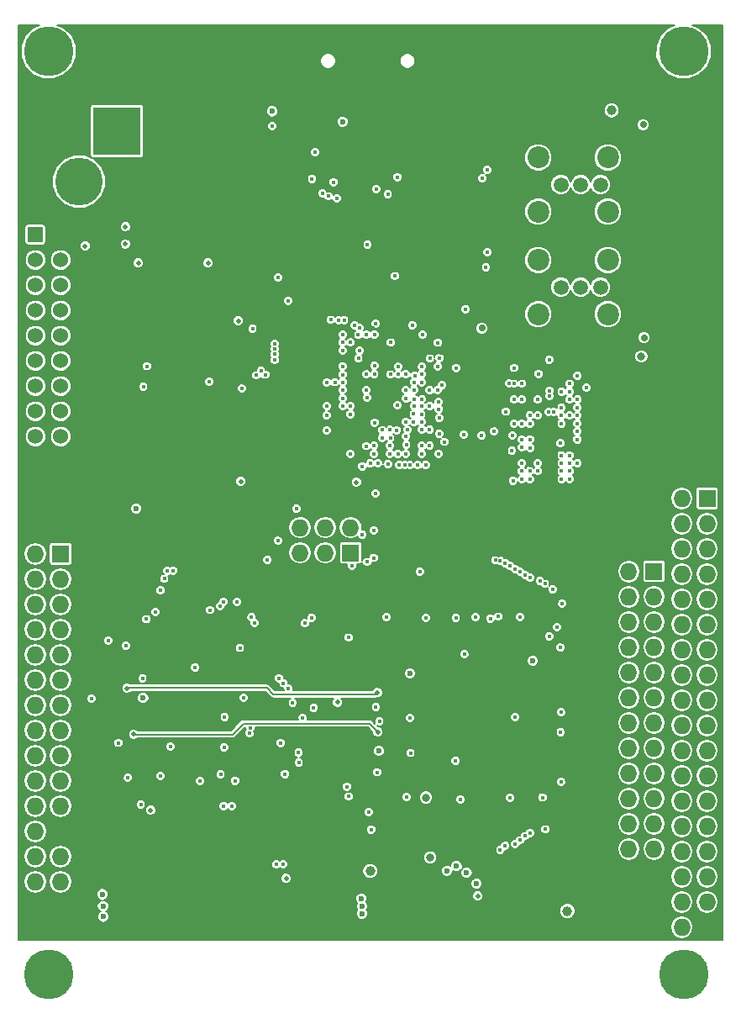
<source format=gbr>
G04 #@! TF.FileFunction,Copper,L2,Inr,Plane*
%FSLAX46Y46*%
G04 Gerber Fmt 4.6, Leading zero omitted, Abs format (unit mm)*
G04 Created by KiCad (PCBNEW 0.201502071101+5410~21~ubuntu14.04.1-product) date mié 11 mar 2015 22:43:00 COT*
%MOMM*%
G01*
G04 APERTURE LIST*
%ADD10C,0.150000*%
%ADD11C,5.000000*%
%ADD12C,4.800600*%
%ADD13R,4.800600X4.800600*%
%ADD14C,2.199640*%
%ADD15C,1.501140*%
%ADD16R,1.524000X1.524000*%
%ADD17C,1.524000*%
%ADD18R,1.727200X1.727200*%
%ADD19O,1.727200X1.727200*%
%ADD20C,0.400000*%
%ADD21C,0.600000*%
%ADD22C,0.500000*%
%ADD23C,0.800000*%
%ADD24C,1.000000*%
%ADD25C,0.700000*%
%ADD26C,0.200000*%
G04 APERTURE END LIST*
D10*
D11*
X23000000Y-116000000D03*
X87000000Y-116000000D03*
X23000000Y-23000000D03*
X87000000Y-23000000D03*
D12*
X23808500Y-31047000D03*
D13*
X29904500Y-31047000D03*
D12*
X26094500Y-36127000D03*
D14*
X72376060Y-49470340D03*
X72376060Y-44029660D03*
D15*
X78644780Y-46750000D03*
X76645800Y-46750000D03*
X74644280Y-46750000D03*
X72645300Y-46750000D03*
D14*
X79373760Y-44029660D03*
X79373760Y-49470340D03*
X72376060Y-39145340D03*
X72376060Y-33704660D03*
D15*
X78644780Y-36425000D03*
X76645800Y-36425000D03*
X74644280Y-36425000D03*
X72645300Y-36425000D03*
D14*
X79373760Y-33704660D03*
X79373760Y-39145340D03*
D16*
X21680000Y-41460000D03*
D17*
X24220000Y-41460000D03*
X21680000Y-44000000D03*
X24220000Y-44000000D03*
X21680000Y-46540000D03*
X24220000Y-46540000D03*
X21680000Y-49080000D03*
X24220000Y-49080000D03*
X21680000Y-51620000D03*
X24220000Y-51620000D03*
X21680000Y-54160000D03*
X24220000Y-54160000D03*
X21680000Y-56700000D03*
X24220000Y-56700000D03*
X24220000Y-59240000D03*
X21680000Y-59240000D03*
X24220000Y-61780000D03*
X21680000Y-61780000D03*
D18*
X89370000Y-68020000D03*
D19*
X86830000Y-68020000D03*
X89370000Y-70560000D03*
X86830000Y-70560000D03*
X89370000Y-73100000D03*
X86830000Y-73100000D03*
X89370000Y-75640000D03*
X86830000Y-75640000D03*
X89370000Y-78180000D03*
X86830000Y-78180000D03*
X89370000Y-80720000D03*
X86830000Y-80720000D03*
X89370000Y-83260000D03*
X86830000Y-83260000D03*
X89370000Y-85800000D03*
X86830000Y-85800000D03*
X89370000Y-88340000D03*
X86830000Y-88340000D03*
X89370000Y-90880000D03*
X86830000Y-90880000D03*
X89370000Y-93420000D03*
X86830000Y-93420000D03*
X89370000Y-95960000D03*
X86830000Y-95960000D03*
X89370000Y-98500000D03*
X86830000Y-98500000D03*
X89370000Y-101040000D03*
X86830000Y-101040000D03*
X89370000Y-103580000D03*
X86830000Y-103580000D03*
X89370000Y-106120000D03*
X86830000Y-106120000D03*
X89370000Y-108660000D03*
X86830000Y-108660000D03*
X89370000Y-111200000D03*
X86830000Y-111200000D03*
D18*
X84020000Y-75370000D03*
D19*
X81480000Y-75370000D03*
X84020000Y-77910000D03*
X81480000Y-77910000D03*
X84020000Y-80450000D03*
X81480000Y-80450000D03*
X84020000Y-82990000D03*
X81480000Y-82990000D03*
X84020000Y-85530000D03*
X81480000Y-85530000D03*
X84020000Y-88070000D03*
X81480000Y-88070000D03*
X84020000Y-90610000D03*
X81480000Y-90610000D03*
X84020000Y-93150000D03*
X81480000Y-93150000D03*
X84020000Y-95690000D03*
X81480000Y-95690000D03*
X84020000Y-98230000D03*
X81480000Y-98230000D03*
X84020000Y-100770000D03*
X81480000Y-100770000D03*
X84020000Y-103310000D03*
X81480000Y-103310000D03*
D18*
X24220000Y-73620000D03*
D19*
X21680000Y-73620000D03*
X24220000Y-76160000D03*
X21680000Y-76160000D03*
X24220000Y-78700000D03*
X21680000Y-78700000D03*
X24220000Y-81240000D03*
X21680000Y-81240000D03*
X24220000Y-83780000D03*
X21680000Y-83780000D03*
X24220000Y-86320000D03*
X21680000Y-86320000D03*
X24220000Y-88860000D03*
X21680000Y-88860000D03*
X24220000Y-91400000D03*
X21680000Y-91400000D03*
X24220000Y-93940000D03*
X21680000Y-93940000D03*
X24220000Y-96480000D03*
X21680000Y-96480000D03*
X24220000Y-99020000D03*
X21680000Y-99020000D03*
X24220000Y-101560000D03*
X21680000Y-101560000D03*
X24220000Y-104100000D03*
X21680000Y-104100000D03*
X24220000Y-106640000D03*
X21680000Y-106640000D03*
D18*
X53460000Y-73510000D03*
D19*
X53460000Y-70970000D03*
X50920000Y-73510000D03*
X50920000Y-70970000D03*
X48380000Y-73510000D03*
X48380000Y-70970000D03*
D20*
X55040000Y-62750000D03*
X40690000Y-93100000D03*
X42670000Y-88110000D03*
D21*
X32550000Y-88140000D03*
D20*
X56650000Y-61140000D03*
X60650000Y-58040000D03*
X59180000Y-61120000D03*
X59040000Y-57940000D03*
X59060000Y-62610000D03*
X64090000Y-54890000D03*
X60614010Y-60331010D03*
X60614010Y-62731010D03*
X66660000Y-61700000D03*
X73460000Y-54050000D03*
X75514000Y-57280990D03*
X76313990Y-64481010D03*
X55860000Y-60390000D03*
X58240000Y-55530000D03*
X70714010Y-58081010D03*
X69813990Y-66231010D03*
X76313990Y-61280990D03*
X69913990Y-56481010D03*
X69913990Y-60481010D03*
X72313990Y-59680990D03*
X74714010Y-59680990D03*
X77214010Y-56881000D03*
X76313990Y-59680990D03*
X55027600Y-55527400D03*
X69913990Y-54881000D03*
X77214010Y-56881000D03*
X69913990Y-60481010D03*
X69764000Y-61680990D03*
X59910000Y-55650000D03*
X32470000Y-86140000D03*
X35290000Y-93010000D03*
X40760000Y-90040000D03*
X37790000Y-85040000D03*
D21*
X31847600Y-69032700D03*
X28494800Y-109075800D03*
X28532900Y-110155300D03*
X28418600Y-107882000D03*
X45520000Y-29050000D03*
X52640000Y-30100000D03*
D20*
X32560000Y-56780000D03*
X45550000Y-30523000D03*
X46120000Y-72300000D03*
X64880000Y-61590000D03*
X47160000Y-48130000D03*
X43560000Y-50920000D03*
X42500000Y-56950000D03*
X30790000Y-82870000D03*
X42290000Y-83070000D03*
X43340000Y-91140000D03*
X41790000Y-96460000D03*
X30040000Y-92640000D03*
X38290000Y-96490000D03*
X46850000Y-95780000D03*
X60214010Y-64680990D03*
X75514000Y-64481010D03*
X58364010Y-64680990D03*
X72313990Y-64481010D03*
X70714010Y-64481010D03*
X58913990Y-64680990D03*
X74714010Y-66081010D03*
X55813990Y-63530990D03*
X71514000Y-66081010D03*
X57200000Y-64594990D03*
X59413990Y-64680990D03*
X74714010Y-64481010D03*
X57413990Y-63530990D03*
X70714010Y-65280990D03*
X75514000Y-65280990D03*
X56214010Y-64481010D03*
X57413990Y-62731010D03*
X71514000Y-65280990D03*
X74714010Y-65280990D03*
X55813990Y-62731010D03*
X70714010Y-66081010D03*
X57413990Y-61131000D03*
X55413990Y-64481010D03*
X75514000Y-66081010D03*
X72313990Y-65280990D03*
X56614010Y-61930990D03*
X62313990Y-63530990D03*
X70714010Y-62881000D03*
X71563990Y-62930990D03*
X58214010Y-63530990D03*
X71563990Y-62930990D03*
X69714010Y-63231010D03*
X58100000Y-61150000D03*
X61014000Y-64680990D03*
X74714010Y-63680990D03*
X57450000Y-61920000D03*
X75514000Y-63680990D03*
X59014000Y-63530990D03*
X70714010Y-62081010D03*
X73913990Y-59331010D03*
X62339100Y-59030990D03*
X73413990Y-59331010D03*
X61413990Y-58731010D03*
X75514000Y-59680990D03*
X61413990Y-61131000D03*
X59014000Y-60331010D03*
X70714010Y-60481010D03*
X74714010Y-57280990D03*
X59830000Y-56320000D03*
X72313990Y-58081010D03*
X59849210Y-57095810D03*
X69913990Y-58081010D03*
X59014000Y-57131000D03*
X76313990Y-58081010D03*
X62684010Y-56611010D03*
X69413990Y-56430990D03*
X59014000Y-55530990D03*
X62240000Y-54740000D03*
X76313990Y-55680990D03*
X60630000Y-61090000D03*
X74714010Y-60481010D03*
X71514000Y-60481010D03*
X59813990Y-60331010D03*
X59030000Y-61770000D03*
X67890000Y-61290000D03*
X62364010Y-61530990D03*
X76313990Y-60481010D03*
X69114010Y-59280990D03*
X59813990Y-59530990D03*
X76313990Y-58881000D03*
X62364010Y-59930990D03*
X60614010Y-55530990D03*
X75514000Y-56481010D03*
X70714010Y-56481010D03*
X60614010Y-56331010D03*
X71514000Y-59680990D03*
X60578790Y-59566210D03*
X60640000Y-54740000D03*
X72410000Y-55480000D03*
X74714010Y-58881000D03*
X62313990Y-58331010D03*
X60614010Y-58731010D03*
X75514000Y-58081010D03*
X73514000Y-57680990D03*
X62214010Y-57131000D03*
X73514000Y-57180990D03*
X61413990Y-57131000D03*
X62913990Y-62331010D03*
X76313990Y-62081010D03*
X61413990Y-62731010D03*
X74614010Y-62481010D03*
X60614010Y-63530990D03*
X71514000Y-62081010D03*
X67090000Y-44770000D03*
X55990000Y-50440000D03*
X66725000Y-35800000D03*
X54225000Y-51550000D03*
X67240000Y-43240000D03*
X55850000Y-51540000D03*
X54325000Y-50875000D03*
X67200000Y-34950000D03*
X51020000Y-59660000D03*
X51040000Y-58740000D03*
X43260000Y-91690000D03*
X51860000Y-56320000D03*
X47976600Y-69070800D03*
X52650200Y-58733000D03*
X46420000Y-92650000D03*
X44850000Y-55560000D03*
X52660000Y-57130000D03*
X45790000Y-53510000D03*
X54230000Y-53940000D03*
X52630000Y-55560000D03*
X45790000Y-54100000D03*
X44420000Y-55190000D03*
X52660000Y-56320000D03*
X43950000Y-55630000D03*
X52650000Y-57940000D03*
X54640000Y-64790000D03*
X43460000Y-79990000D03*
X27320000Y-88190000D03*
X49500000Y-80040000D03*
X55110000Y-74430000D03*
X53440000Y-63530000D03*
X55970000Y-67530000D03*
D22*
X30740000Y-42390000D03*
X30750000Y-40680000D03*
D20*
X53425000Y-52325000D03*
X45800000Y-52450000D03*
X54360000Y-53160000D03*
X45800000Y-52975000D03*
X46140000Y-45800000D03*
X32900000Y-54710000D03*
X53450000Y-58740000D03*
X39220000Y-56290000D03*
X53450000Y-59540000D03*
X51443700Y-50046200D03*
X51202400Y-37600200D03*
X56028400Y-36889000D03*
X52650200Y-51544800D03*
X50605500Y-37320800D03*
X51735800Y-36177800D03*
X52637500Y-52332200D03*
X52650200Y-53145000D03*
X49564100Y-35834900D03*
X58187400Y-35669800D03*
X52243800Y-50084300D03*
X52066000Y-37803400D03*
X57196800Y-37397000D03*
X55050500Y-51532100D03*
X55152100Y-42477000D03*
X49894300Y-33180600D03*
X52789900Y-50058900D03*
D22*
X42140000Y-50150000D03*
D20*
X74252000Y-88435000D03*
X56472000Y-92499000D03*
X56853000Y-86530000D03*
X39581000Y-95420000D03*
X52010000Y-40980000D03*
X53270000Y-40780000D03*
X56420000Y-45920000D03*
X55050000Y-56340000D03*
X62660000Y-50980000D03*
X81100000Y-55290000D03*
X59060000Y-59540000D03*
D21*
X46030000Y-46820000D03*
X43560000Y-53120000D03*
D20*
X59830000Y-61130000D03*
X69320000Y-40050000D03*
X70880000Y-47400000D03*
X38610000Y-51490000D03*
X48060000Y-51080000D03*
X54140000Y-46090000D03*
X58130000Y-44050000D03*
X62560000Y-53360000D03*
X51390000Y-46530000D03*
X40820000Y-56300000D03*
X66180000Y-44560000D03*
X60650000Y-50730000D03*
X61840800Y-50740800D03*
X62120000Y-47930000D03*
X61430000Y-52350000D03*
X57400000Y-48050000D03*
X58890000Y-68310000D03*
X67220000Y-61680000D03*
X71514000Y-54881000D03*
X70630000Y-53980000D03*
X74714010Y-54881000D03*
X76840000Y-53710000D03*
X79150000Y-59290000D03*
X58220000Y-62720000D03*
X55850000Y-61950000D03*
X60640000Y-57110000D03*
X59090000Y-56330000D03*
X54180000Y-60380000D03*
X69764000Y-64930990D03*
X51830000Y-61130000D03*
X50250000Y-57130000D03*
X51860000Y-55530000D03*
X56590000Y-51500000D03*
X55840000Y-58740000D03*
X57490000Y-57110000D03*
X54230000Y-52330000D03*
X58250000Y-52220000D03*
X60630000Y-53930000D03*
X76364010Y-66030990D03*
X71514000Y-56481010D03*
X71514000Y-58081010D03*
X72514000Y-61680990D03*
X76313990Y-56481010D03*
X76313990Y-57280990D03*
X75514000Y-58881000D03*
X75514000Y-60481010D03*
X74514000Y-61680990D03*
X62500000Y-98300000D03*
X65220000Y-98460000D03*
X49230000Y-86560000D03*
X49040000Y-64500000D03*
X55710900Y-50871700D03*
D23*
X82740000Y-53740000D03*
D22*
X46960600Y-106307200D03*
D24*
X55418800Y-105545200D03*
D25*
X66700000Y-50890000D03*
D24*
X79752000Y-28946000D03*
D20*
X60700000Y-51550000D03*
X58240000Y-54750000D03*
X55840000Y-55510000D03*
X58190000Y-58630000D03*
X62420000Y-53870000D03*
X57450000Y-55550000D03*
X55850000Y-54650000D03*
X51030000Y-56330000D03*
D22*
X54021800Y-66391100D03*
X42375900Y-66314900D03*
D20*
X65050000Y-48970000D03*
X61430000Y-53940000D03*
X53860000Y-50590000D03*
X52630000Y-54720000D03*
X51030000Y-61170000D03*
X62260000Y-52340000D03*
X55040000Y-57140000D03*
X55100000Y-57880000D03*
X59660000Y-50580000D03*
X57930000Y-45640000D03*
X57520000Y-52330000D03*
X41490000Y-99010000D03*
X40343000Y-95801000D03*
X40660000Y-99010000D03*
D25*
X83040000Y-51830000D03*
X82930000Y-30390000D03*
D20*
X59850000Y-58750000D03*
X59840000Y-58040000D03*
D22*
X56155400Y-87587400D03*
X30907800Y-87155600D03*
X56206200Y-91575200D03*
X31593600Y-91778400D03*
D20*
X72780000Y-98140000D03*
D21*
X65147000Y-105723000D03*
X56307800Y-93454800D03*
X66137600Y-106815200D03*
X64131000Y-105062600D03*
X54580600Y-109837800D03*
X54580600Y-109101200D03*
X54555200Y-108313800D03*
X71827200Y-84374300D03*
D20*
X56345000Y-90467000D03*
X64050000Y-80070000D03*
X66050000Y-80000000D03*
X67530000Y-80120000D03*
X61040000Y-80060000D03*
X57080000Y-80000000D03*
X53230000Y-82050000D03*
X56000000Y-89050000D03*
X56140000Y-95600000D03*
X53270000Y-98050000D03*
X69530000Y-98160000D03*
X74660000Y-96550000D03*
X74630000Y-91550000D03*
X74650000Y-89560000D03*
X74620000Y-83050000D03*
X53070000Y-97050000D03*
X59080000Y-98120000D03*
X64530000Y-98330000D03*
D24*
X75290000Y-109580000D03*
D21*
X63165800Y-105519800D03*
D23*
X61044900Y-98141100D03*
X61464000Y-104186300D03*
D22*
X66264600Y-108072500D03*
D21*
X59440000Y-85650000D03*
D20*
X59440000Y-90140000D03*
X59480000Y-93660000D03*
X64040000Y-94470000D03*
X70040000Y-90050000D03*
X64920000Y-83710000D03*
X55260000Y-99620000D03*
X55510000Y-101370000D03*
X68530000Y-103420000D03*
X69030000Y-103000000D03*
X70030000Y-102830000D03*
X70530000Y-102450000D03*
X71030000Y-102030000D03*
X71530000Y-101710000D03*
X73100000Y-101350000D03*
X73030000Y-76630000D03*
X72530000Y-76330000D03*
X71530000Y-76020000D03*
X71030000Y-75730000D03*
X70530000Y-75420000D03*
X70030000Y-75130000D03*
X69530000Y-74830000D03*
X69030000Y-74540000D03*
X68530000Y-74340000D03*
X68030000Y-74260000D03*
X35550000Y-75290000D03*
X47620000Y-88620000D03*
X34670000Y-76120000D03*
X46690000Y-86630000D03*
X46250000Y-86130000D03*
X34310000Y-77300000D03*
X47170000Y-87160000D03*
X35000000Y-75310000D03*
X45970000Y-104900000D03*
X48620000Y-90140000D03*
X49740000Y-89140000D03*
X46660000Y-104870000D03*
X48220000Y-94640000D03*
X48210000Y-93640000D03*
X40650000Y-78430000D03*
X42010000Y-78460000D03*
X39290000Y-79260000D03*
X40290000Y-78870000D03*
X32870000Y-80190000D03*
X33790000Y-79470000D03*
D22*
X32060000Y-44320000D03*
X39080000Y-44320000D03*
X26690000Y-42600000D03*
D20*
X29020000Y-82360000D03*
X43770000Y-80570000D03*
X48840000Y-80600000D03*
X55800000Y-71240000D03*
X55780000Y-74010000D03*
X31000000Y-96150000D03*
X73800000Y-77210000D03*
X45070000Y-74210000D03*
X34300000Y-95970000D03*
X60420000Y-75400000D03*
X68320000Y-79930000D03*
X70520000Y-79960000D03*
X74770000Y-78610000D03*
X54640000Y-71700000D03*
X53580000Y-74780000D03*
X32300000Y-98870000D03*
X74260000Y-81000000D03*
X73460000Y-81920000D03*
D22*
X33290000Y-99440000D03*
X52140000Y-88570000D03*
D26*
X55040000Y-62750000D02*
X55040000Y-62740000D01*
X58220000Y-62710000D02*
X58210000Y-62710000D01*
X58220000Y-62720000D02*
X58220000Y-62710000D01*
X55850000Y-61950000D02*
X55850000Y-61930000D01*
X55977600Y-87765200D02*
X56155400Y-87587400D01*
X45665200Y-87765200D02*
X55977600Y-87765200D01*
X45004800Y-87104800D02*
X45665200Y-87765200D01*
X30958600Y-87104800D02*
X45004800Y-87104800D01*
X30907800Y-87155600D02*
X30958600Y-87104800D01*
X55342600Y-90711600D02*
X56206200Y-91575200D01*
X42642600Y-90711600D02*
X55342600Y-90711600D01*
X41550400Y-91803800D02*
X42642600Y-90711600D01*
X31619000Y-91803800D02*
X41550400Y-91803800D01*
X31593600Y-91778400D02*
X31619000Y-91803800D01*
G36*
X90916000Y-112465000D02*
X90539477Y-112465000D01*
X90539477Y-68883600D01*
X90539477Y-67156400D01*
X90517283Y-67042011D01*
X90451241Y-66941474D01*
X90351540Y-66874175D01*
X90233600Y-66850523D01*
X88506400Y-66850523D01*
X88392011Y-66872717D01*
X88291474Y-66938759D01*
X88224175Y-67038460D01*
X88200523Y-67156400D01*
X88200523Y-68883600D01*
X88222717Y-68997989D01*
X88288759Y-69098526D01*
X88388460Y-69165825D01*
X88506400Y-69189477D01*
X90233600Y-69189477D01*
X90347989Y-69167283D01*
X90448526Y-69101241D01*
X90515825Y-69001540D01*
X90539477Y-68883600D01*
X90539477Y-112465000D01*
X90533600Y-112465000D01*
X90533600Y-108682796D01*
X90533600Y-108637204D01*
X90533600Y-106142796D01*
X90533600Y-106097204D01*
X90533600Y-103602796D01*
X90533600Y-103557204D01*
X90533600Y-101062796D01*
X90533600Y-101017204D01*
X90533600Y-98522796D01*
X90533600Y-98477204D01*
X90533600Y-95982796D01*
X90533600Y-95937204D01*
X90533600Y-93442796D01*
X90533600Y-93397204D01*
X90533600Y-90902796D01*
X90533600Y-90857204D01*
X90533600Y-88362796D01*
X90533600Y-88317204D01*
X90533600Y-85822796D01*
X90533600Y-85777204D01*
X90533600Y-83282796D01*
X90533600Y-83237204D01*
X90533600Y-80742796D01*
X90533600Y-80697204D01*
X90533600Y-78202796D01*
X90533600Y-78157204D01*
X90533600Y-75662796D01*
X90533600Y-75617204D01*
X90533600Y-73122796D01*
X90533600Y-73077204D01*
X90533600Y-70582796D01*
X90533600Y-70537204D01*
X90445026Y-70091914D01*
X90192789Y-69714415D01*
X89815290Y-69462178D01*
X89370000Y-69373604D01*
X88924710Y-69462178D01*
X88547211Y-69714415D01*
X88294974Y-70091914D01*
X88206400Y-70537204D01*
X88206400Y-70582796D01*
X88294974Y-71028086D01*
X88547211Y-71405585D01*
X88924710Y-71657822D01*
X89370000Y-71746396D01*
X89815290Y-71657822D01*
X90192789Y-71405585D01*
X90445026Y-71028086D01*
X90533600Y-70582796D01*
X90533600Y-73077204D01*
X90445026Y-72631914D01*
X90192789Y-72254415D01*
X89815290Y-72002178D01*
X89370000Y-71913604D01*
X88924710Y-72002178D01*
X88547211Y-72254415D01*
X88294974Y-72631914D01*
X88206400Y-73077204D01*
X88206400Y-73122796D01*
X88294974Y-73568086D01*
X88547211Y-73945585D01*
X88924710Y-74197822D01*
X89370000Y-74286396D01*
X89815290Y-74197822D01*
X90192789Y-73945585D01*
X90445026Y-73568086D01*
X90533600Y-73122796D01*
X90533600Y-75617204D01*
X90445026Y-75171914D01*
X90192789Y-74794415D01*
X89815290Y-74542178D01*
X89370000Y-74453604D01*
X88924710Y-74542178D01*
X88547211Y-74794415D01*
X88294974Y-75171914D01*
X88206400Y-75617204D01*
X88206400Y-75662796D01*
X88294974Y-76108086D01*
X88547211Y-76485585D01*
X88924710Y-76737822D01*
X89370000Y-76826396D01*
X89815290Y-76737822D01*
X90192789Y-76485585D01*
X90445026Y-76108086D01*
X90533600Y-75662796D01*
X90533600Y-78157204D01*
X90445026Y-77711914D01*
X90192789Y-77334415D01*
X89815290Y-77082178D01*
X89370000Y-76993604D01*
X88924710Y-77082178D01*
X88547211Y-77334415D01*
X88294974Y-77711914D01*
X88206400Y-78157204D01*
X88206400Y-78202796D01*
X88294974Y-78648086D01*
X88547211Y-79025585D01*
X88924710Y-79277822D01*
X89370000Y-79366396D01*
X89815290Y-79277822D01*
X90192789Y-79025585D01*
X90445026Y-78648086D01*
X90533600Y-78202796D01*
X90533600Y-80697204D01*
X90445026Y-80251914D01*
X90192789Y-79874415D01*
X89815290Y-79622178D01*
X89370000Y-79533604D01*
X88924710Y-79622178D01*
X88547211Y-79874415D01*
X88294974Y-80251914D01*
X88206400Y-80697204D01*
X88206400Y-80742796D01*
X88294974Y-81188086D01*
X88547211Y-81565585D01*
X88924710Y-81817822D01*
X89370000Y-81906396D01*
X89815290Y-81817822D01*
X90192789Y-81565585D01*
X90445026Y-81188086D01*
X90533600Y-80742796D01*
X90533600Y-83237204D01*
X90445026Y-82791914D01*
X90192789Y-82414415D01*
X89815290Y-82162178D01*
X89370000Y-82073604D01*
X88924710Y-82162178D01*
X88547211Y-82414415D01*
X88294974Y-82791914D01*
X88206400Y-83237204D01*
X88206400Y-83282796D01*
X88294974Y-83728086D01*
X88547211Y-84105585D01*
X88924710Y-84357822D01*
X89370000Y-84446396D01*
X89815290Y-84357822D01*
X90192789Y-84105585D01*
X90445026Y-83728086D01*
X90533600Y-83282796D01*
X90533600Y-85777204D01*
X90445026Y-85331914D01*
X90192789Y-84954415D01*
X89815290Y-84702178D01*
X89370000Y-84613604D01*
X88924710Y-84702178D01*
X88547211Y-84954415D01*
X88294974Y-85331914D01*
X88206400Y-85777204D01*
X88206400Y-85822796D01*
X88294974Y-86268086D01*
X88547211Y-86645585D01*
X88924710Y-86897822D01*
X89370000Y-86986396D01*
X89815290Y-86897822D01*
X90192789Y-86645585D01*
X90445026Y-86268086D01*
X90533600Y-85822796D01*
X90533600Y-88317204D01*
X90445026Y-87871914D01*
X90192789Y-87494415D01*
X89815290Y-87242178D01*
X89370000Y-87153604D01*
X88924710Y-87242178D01*
X88547211Y-87494415D01*
X88294974Y-87871914D01*
X88206400Y-88317204D01*
X88206400Y-88362796D01*
X88294974Y-88808086D01*
X88547211Y-89185585D01*
X88924710Y-89437822D01*
X89370000Y-89526396D01*
X89815290Y-89437822D01*
X90192789Y-89185585D01*
X90445026Y-88808086D01*
X90533600Y-88362796D01*
X90533600Y-90857204D01*
X90445026Y-90411914D01*
X90192789Y-90034415D01*
X89815290Y-89782178D01*
X89370000Y-89693604D01*
X88924710Y-89782178D01*
X88547211Y-90034415D01*
X88294974Y-90411914D01*
X88206400Y-90857204D01*
X88206400Y-90902796D01*
X88294974Y-91348086D01*
X88547211Y-91725585D01*
X88924710Y-91977822D01*
X89370000Y-92066396D01*
X89815290Y-91977822D01*
X90192789Y-91725585D01*
X90445026Y-91348086D01*
X90533600Y-90902796D01*
X90533600Y-93397204D01*
X90445026Y-92951914D01*
X90192789Y-92574415D01*
X89815290Y-92322178D01*
X89370000Y-92233604D01*
X88924710Y-92322178D01*
X88547211Y-92574415D01*
X88294974Y-92951914D01*
X88206400Y-93397204D01*
X88206400Y-93442796D01*
X88294974Y-93888086D01*
X88547211Y-94265585D01*
X88924710Y-94517822D01*
X89370000Y-94606396D01*
X89815290Y-94517822D01*
X90192789Y-94265585D01*
X90445026Y-93888086D01*
X90533600Y-93442796D01*
X90533600Y-95937204D01*
X90445026Y-95491914D01*
X90192789Y-95114415D01*
X89815290Y-94862178D01*
X89370000Y-94773604D01*
X88924710Y-94862178D01*
X88547211Y-95114415D01*
X88294974Y-95491914D01*
X88206400Y-95937204D01*
X88206400Y-95982796D01*
X88294974Y-96428086D01*
X88547211Y-96805585D01*
X88924710Y-97057822D01*
X89370000Y-97146396D01*
X89815290Y-97057822D01*
X90192789Y-96805585D01*
X90445026Y-96428086D01*
X90533600Y-95982796D01*
X90533600Y-98477204D01*
X90445026Y-98031914D01*
X90192789Y-97654415D01*
X89815290Y-97402178D01*
X89370000Y-97313604D01*
X88924710Y-97402178D01*
X88547211Y-97654415D01*
X88294974Y-98031914D01*
X88206400Y-98477204D01*
X88206400Y-98522796D01*
X88294974Y-98968086D01*
X88547211Y-99345585D01*
X88924710Y-99597822D01*
X89370000Y-99686396D01*
X89815290Y-99597822D01*
X90192789Y-99345585D01*
X90445026Y-98968086D01*
X90533600Y-98522796D01*
X90533600Y-101017204D01*
X90445026Y-100571914D01*
X90192789Y-100194415D01*
X89815290Y-99942178D01*
X89370000Y-99853604D01*
X88924710Y-99942178D01*
X88547211Y-100194415D01*
X88294974Y-100571914D01*
X88206400Y-101017204D01*
X88206400Y-101062796D01*
X88294974Y-101508086D01*
X88547211Y-101885585D01*
X88924710Y-102137822D01*
X89370000Y-102226396D01*
X89815290Y-102137822D01*
X90192789Y-101885585D01*
X90445026Y-101508086D01*
X90533600Y-101062796D01*
X90533600Y-103557204D01*
X90445026Y-103111914D01*
X90192789Y-102734415D01*
X89815290Y-102482178D01*
X89370000Y-102393604D01*
X88924710Y-102482178D01*
X88547211Y-102734415D01*
X88294974Y-103111914D01*
X88206400Y-103557204D01*
X88206400Y-103602796D01*
X88294974Y-104048086D01*
X88547211Y-104425585D01*
X88924710Y-104677822D01*
X89370000Y-104766396D01*
X89815290Y-104677822D01*
X90192789Y-104425585D01*
X90445026Y-104048086D01*
X90533600Y-103602796D01*
X90533600Y-106097204D01*
X90445026Y-105651914D01*
X90192789Y-105274415D01*
X89815290Y-105022178D01*
X89370000Y-104933604D01*
X88924710Y-105022178D01*
X88547211Y-105274415D01*
X88294974Y-105651914D01*
X88206400Y-106097204D01*
X88206400Y-106142796D01*
X88294974Y-106588086D01*
X88547211Y-106965585D01*
X88924710Y-107217822D01*
X89370000Y-107306396D01*
X89815290Y-107217822D01*
X90192789Y-106965585D01*
X90445026Y-106588086D01*
X90533600Y-106142796D01*
X90533600Y-108637204D01*
X90445026Y-108191914D01*
X90192789Y-107814415D01*
X89815290Y-107562178D01*
X89370000Y-107473604D01*
X88924710Y-107562178D01*
X88547211Y-107814415D01*
X88294974Y-108191914D01*
X88206400Y-108637204D01*
X88206400Y-108682796D01*
X88294974Y-109128086D01*
X88547211Y-109505585D01*
X88924710Y-109757822D01*
X89370000Y-109846396D01*
X89815290Y-109757822D01*
X90192789Y-109505585D01*
X90445026Y-109128086D01*
X90533600Y-108682796D01*
X90533600Y-112465000D01*
X87993600Y-112465000D01*
X87993600Y-111222796D01*
X87993600Y-111177204D01*
X87993600Y-108682796D01*
X87993600Y-108637204D01*
X87993600Y-106142796D01*
X87993600Y-106097204D01*
X87993600Y-103602796D01*
X87993600Y-103557204D01*
X87993600Y-101062796D01*
X87993600Y-101017204D01*
X87993600Y-98522796D01*
X87993600Y-98477204D01*
X87993600Y-95982796D01*
X87993600Y-95937204D01*
X87993600Y-93442796D01*
X87993600Y-93397204D01*
X87993600Y-90902796D01*
X87993600Y-90857204D01*
X87993600Y-88362796D01*
X87993600Y-88317204D01*
X87993600Y-85822796D01*
X87993600Y-85777204D01*
X87993600Y-83282796D01*
X87993600Y-83237204D01*
X87993600Y-80742796D01*
X87993600Y-80697204D01*
X87993600Y-78202796D01*
X87993600Y-78157204D01*
X87993600Y-75662796D01*
X87993600Y-75617204D01*
X87993600Y-73122796D01*
X87993600Y-73077204D01*
X87993600Y-70582796D01*
X87993600Y-70537204D01*
X87993600Y-68042796D01*
X87993600Y-67997204D01*
X87905026Y-67551914D01*
X87652789Y-67174415D01*
X87275290Y-66922178D01*
X86830000Y-66833604D01*
X86384710Y-66922178D01*
X86007211Y-67174415D01*
X85754974Y-67551914D01*
X85666400Y-67997204D01*
X85666400Y-68042796D01*
X85754974Y-68488086D01*
X86007211Y-68865585D01*
X86384710Y-69117822D01*
X86830000Y-69206396D01*
X87275290Y-69117822D01*
X87652789Y-68865585D01*
X87905026Y-68488086D01*
X87993600Y-68042796D01*
X87993600Y-70537204D01*
X87905026Y-70091914D01*
X87652789Y-69714415D01*
X87275290Y-69462178D01*
X86830000Y-69373604D01*
X86384710Y-69462178D01*
X86007211Y-69714415D01*
X85754974Y-70091914D01*
X85666400Y-70537204D01*
X85666400Y-70582796D01*
X85754974Y-71028086D01*
X86007211Y-71405585D01*
X86384710Y-71657822D01*
X86830000Y-71746396D01*
X87275290Y-71657822D01*
X87652789Y-71405585D01*
X87905026Y-71028086D01*
X87993600Y-70582796D01*
X87993600Y-73077204D01*
X87905026Y-72631914D01*
X87652789Y-72254415D01*
X87275290Y-72002178D01*
X86830000Y-71913604D01*
X86384710Y-72002178D01*
X86007211Y-72254415D01*
X85754974Y-72631914D01*
X85666400Y-73077204D01*
X85666400Y-73122796D01*
X85754974Y-73568086D01*
X86007211Y-73945585D01*
X86384710Y-74197822D01*
X86830000Y-74286396D01*
X87275290Y-74197822D01*
X87652789Y-73945585D01*
X87905026Y-73568086D01*
X87993600Y-73122796D01*
X87993600Y-75617204D01*
X87905026Y-75171914D01*
X87652789Y-74794415D01*
X87275290Y-74542178D01*
X86830000Y-74453604D01*
X86384710Y-74542178D01*
X86007211Y-74794415D01*
X85754974Y-75171914D01*
X85666400Y-75617204D01*
X85666400Y-75662796D01*
X85754974Y-76108086D01*
X86007211Y-76485585D01*
X86384710Y-76737822D01*
X86830000Y-76826396D01*
X87275290Y-76737822D01*
X87652789Y-76485585D01*
X87905026Y-76108086D01*
X87993600Y-75662796D01*
X87993600Y-78157204D01*
X87905026Y-77711914D01*
X87652789Y-77334415D01*
X87275290Y-77082178D01*
X86830000Y-76993604D01*
X86384710Y-77082178D01*
X86007211Y-77334415D01*
X85754974Y-77711914D01*
X85666400Y-78157204D01*
X85666400Y-78202796D01*
X85754974Y-78648086D01*
X86007211Y-79025585D01*
X86384710Y-79277822D01*
X86830000Y-79366396D01*
X87275290Y-79277822D01*
X87652789Y-79025585D01*
X87905026Y-78648086D01*
X87993600Y-78202796D01*
X87993600Y-80697204D01*
X87905026Y-80251914D01*
X87652789Y-79874415D01*
X87275290Y-79622178D01*
X86830000Y-79533604D01*
X86384710Y-79622178D01*
X86007211Y-79874415D01*
X85754974Y-80251914D01*
X85666400Y-80697204D01*
X85666400Y-80742796D01*
X85754974Y-81188086D01*
X86007211Y-81565585D01*
X86384710Y-81817822D01*
X86830000Y-81906396D01*
X87275290Y-81817822D01*
X87652789Y-81565585D01*
X87905026Y-81188086D01*
X87993600Y-80742796D01*
X87993600Y-83237204D01*
X87905026Y-82791914D01*
X87652789Y-82414415D01*
X87275290Y-82162178D01*
X86830000Y-82073604D01*
X86384710Y-82162178D01*
X86007211Y-82414415D01*
X85754974Y-82791914D01*
X85666400Y-83237204D01*
X85666400Y-83282796D01*
X85754974Y-83728086D01*
X86007211Y-84105585D01*
X86384710Y-84357822D01*
X86830000Y-84446396D01*
X87275290Y-84357822D01*
X87652789Y-84105585D01*
X87905026Y-83728086D01*
X87993600Y-83282796D01*
X87993600Y-85777204D01*
X87905026Y-85331914D01*
X87652789Y-84954415D01*
X87275290Y-84702178D01*
X86830000Y-84613604D01*
X86384710Y-84702178D01*
X86007211Y-84954415D01*
X85754974Y-85331914D01*
X85666400Y-85777204D01*
X85666400Y-85822796D01*
X85754974Y-86268086D01*
X86007211Y-86645585D01*
X86384710Y-86897822D01*
X86830000Y-86986396D01*
X87275290Y-86897822D01*
X87652789Y-86645585D01*
X87905026Y-86268086D01*
X87993600Y-85822796D01*
X87993600Y-88317204D01*
X87905026Y-87871914D01*
X87652789Y-87494415D01*
X87275290Y-87242178D01*
X86830000Y-87153604D01*
X86384710Y-87242178D01*
X86007211Y-87494415D01*
X85754974Y-87871914D01*
X85666400Y-88317204D01*
X85666400Y-88362796D01*
X85754974Y-88808086D01*
X86007211Y-89185585D01*
X86384710Y-89437822D01*
X86830000Y-89526396D01*
X87275290Y-89437822D01*
X87652789Y-89185585D01*
X87905026Y-88808086D01*
X87993600Y-88362796D01*
X87993600Y-90857204D01*
X87905026Y-90411914D01*
X87652789Y-90034415D01*
X87275290Y-89782178D01*
X86830000Y-89693604D01*
X86384710Y-89782178D01*
X86007211Y-90034415D01*
X85754974Y-90411914D01*
X85666400Y-90857204D01*
X85666400Y-90902796D01*
X85754974Y-91348086D01*
X86007211Y-91725585D01*
X86384710Y-91977822D01*
X86830000Y-92066396D01*
X87275290Y-91977822D01*
X87652789Y-91725585D01*
X87905026Y-91348086D01*
X87993600Y-90902796D01*
X87993600Y-93397204D01*
X87905026Y-92951914D01*
X87652789Y-92574415D01*
X87275290Y-92322178D01*
X86830000Y-92233604D01*
X86384710Y-92322178D01*
X86007211Y-92574415D01*
X85754974Y-92951914D01*
X85666400Y-93397204D01*
X85666400Y-93442796D01*
X85754974Y-93888086D01*
X86007211Y-94265585D01*
X86384710Y-94517822D01*
X86830000Y-94606396D01*
X87275290Y-94517822D01*
X87652789Y-94265585D01*
X87905026Y-93888086D01*
X87993600Y-93442796D01*
X87993600Y-95937204D01*
X87905026Y-95491914D01*
X87652789Y-95114415D01*
X87275290Y-94862178D01*
X86830000Y-94773604D01*
X86384710Y-94862178D01*
X86007211Y-95114415D01*
X85754974Y-95491914D01*
X85666400Y-95937204D01*
X85666400Y-95982796D01*
X85754974Y-96428086D01*
X86007211Y-96805585D01*
X86384710Y-97057822D01*
X86830000Y-97146396D01*
X87275290Y-97057822D01*
X87652789Y-96805585D01*
X87905026Y-96428086D01*
X87993600Y-95982796D01*
X87993600Y-98477204D01*
X87905026Y-98031914D01*
X87652789Y-97654415D01*
X87275290Y-97402178D01*
X86830000Y-97313604D01*
X86384710Y-97402178D01*
X86007211Y-97654415D01*
X85754974Y-98031914D01*
X85666400Y-98477204D01*
X85666400Y-98522796D01*
X85754974Y-98968086D01*
X86007211Y-99345585D01*
X86384710Y-99597822D01*
X86830000Y-99686396D01*
X87275290Y-99597822D01*
X87652789Y-99345585D01*
X87905026Y-98968086D01*
X87993600Y-98522796D01*
X87993600Y-101017204D01*
X87905026Y-100571914D01*
X87652789Y-100194415D01*
X87275290Y-99942178D01*
X86830000Y-99853604D01*
X86384710Y-99942178D01*
X86007211Y-100194415D01*
X85754974Y-100571914D01*
X85666400Y-101017204D01*
X85666400Y-101062796D01*
X85754974Y-101508086D01*
X86007211Y-101885585D01*
X86384710Y-102137822D01*
X86830000Y-102226396D01*
X87275290Y-102137822D01*
X87652789Y-101885585D01*
X87905026Y-101508086D01*
X87993600Y-101062796D01*
X87993600Y-103557204D01*
X87905026Y-103111914D01*
X87652789Y-102734415D01*
X87275290Y-102482178D01*
X86830000Y-102393604D01*
X86384710Y-102482178D01*
X86007211Y-102734415D01*
X85754974Y-103111914D01*
X85666400Y-103557204D01*
X85666400Y-103602796D01*
X85754974Y-104048086D01*
X86007211Y-104425585D01*
X86384710Y-104677822D01*
X86830000Y-104766396D01*
X87275290Y-104677822D01*
X87652789Y-104425585D01*
X87905026Y-104048086D01*
X87993600Y-103602796D01*
X87993600Y-106097204D01*
X87905026Y-105651914D01*
X87652789Y-105274415D01*
X87275290Y-105022178D01*
X86830000Y-104933604D01*
X86384710Y-105022178D01*
X86007211Y-105274415D01*
X85754974Y-105651914D01*
X85666400Y-106097204D01*
X85666400Y-106142796D01*
X85754974Y-106588086D01*
X86007211Y-106965585D01*
X86384710Y-107217822D01*
X86830000Y-107306396D01*
X87275290Y-107217822D01*
X87652789Y-106965585D01*
X87905026Y-106588086D01*
X87993600Y-106142796D01*
X87993600Y-108637204D01*
X87905026Y-108191914D01*
X87652789Y-107814415D01*
X87275290Y-107562178D01*
X86830000Y-107473604D01*
X86384710Y-107562178D01*
X86007211Y-107814415D01*
X85754974Y-108191914D01*
X85666400Y-108637204D01*
X85666400Y-108682796D01*
X85754974Y-109128086D01*
X86007211Y-109505585D01*
X86384710Y-109757822D01*
X86830000Y-109846396D01*
X87275290Y-109757822D01*
X87652789Y-109505585D01*
X87905026Y-109128086D01*
X87993600Y-108682796D01*
X87993600Y-111177204D01*
X87905026Y-110731914D01*
X87652789Y-110354415D01*
X87275290Y-110102178D01*
X86830000Y-110013604D01*
X86384710Y-110102178D01*
X86007211Y-110354415D01*
X85754974Y-110731914D01*
X85666400Y-111177204D01*
X85666400Y-111222796D01*
X85754974Y-111668086D01*
X86007211Y-112045585D01*
X86384710Y-112297822D01*
X86830000Y-112386396D01*
X87275290Y-112297822D01*
X87652789Y-112045585D01*
X87905026Y-111668086D01*
X87993600Y-111222796D01*
X87993600Y-112465000D01*
X85189477Y-112465000D01*
X85189477Y-76233600D01*
X85189477Y-74506400D01*
X85167283Y-74392011D01*
X85101241Y-74291474D01*
X85001540Y-74224175D01*
X84883600Y-74200523D01*
X83690112Y-74200523D01*
X83690112Y-51701274D01*
X83591364Y-51462286D01*
X83580112Y-51451014D01*
X83580112Y-30261274D01*
X83481364Y-30022286D01*
X83298676Y-29839278D01*
X83059860Y-29740113D01*
X82801274Y-29739888D01*
X82562286Y-29838636D01*
X82379278Y-30021324D01*
X82280113Y-30260140D01*
X82279888Y-30518726D01*
X82378636Y-30757714D01*
X82561324Y-30940722D01*
X82800140Y-31039887D01*
X83058726Y-31040112D01*
X83297714Y-30941364D01*
X83480722Y-30758676D01*
X83579887Y-30519860D01*
X83580112Y-30261274D01*
X83580112Y-51451014D01*
X83408676Y-51279278D01*
X83169860Y-51180113D01*
X82911274Y-51179888D01*
X82672286Y-51278636D01*
X82489278Y-51461324D01*
X82390113Y-51700140D01*
X82389888Y-51958726D01*
X82488636Y-52197714D01*
X82671324Y-52380722D01*
X82910140Y-52479887D01*
X83168726Y-52480112D01*
X83407714Y-52381364D01*
X83590722Y-52198676D01*
X83689887Y-51959860D01*
X83690112Y-51701274D01*
X83690112Y-74200523D01*
X83440121Y-74200523D01*
X83440121Y-53601372D01*
X83333777Y-53344000D01*
X83137036Y-53146915D01*
X82879850Y-53040122D01*
X82601372Y-53039879D01*
X82344000Y-53146223D01*
X82146915Y-53342964D01*
X82040122Y-53600150D01*
X82039879Y-53878628D01*
X82146223Y-54136000D01*
X82342964Y-54333085D01*
X82600150Y-54439878D01*
X82878628Y-54440121D01*
X83136000Y-54333777D01*
X83333085Y-54137036D01*
X83439878Y-53879850D01*
X83440121Y-53601372D01*
X83440121Y-74200523D01*
X83156400Y-74200523D01*
X83042011Y-74222717D01*
X82941474Y-74288759D01*
X82874175Y-74388460D01*
X82850523Y-74506400D01*
X82850523Y-76233600D01*
X82872717Y-76347989D01*
X82938759Y-76448526D01*
X83038460Y-76515825D01*
X83156400Y-76539477D01*
X84883600Y-76539477D01*
X84997989Y-76517283D01*
X85098526Y-76451241D01*
X85165825Y-76351540D01*
X85189477Y-76233600D01*
X85189477Y-112465000D01*
X85183600Y-112465000D01*
X85183600Y-103332796D01*
X85183600Y-103287204D01*
X85183600Y-100792796D01*
X85183600Y-100747204D01*
X85183600Y-98252796D01*
X85183600Y-98207204D01*
X85183600Y-95712796D01*
X85183600Y-95667204D01*
X85183600Y-93172796D01*
X85183600Y-93127204D01*
X85183600Y-90632796D01*
X85183600Y-90587204D01*
X85183600Y-88092796D01*
X85183600Y-88047204D01*
X85183600Y-85552796D01*
X85183600Y-85507204D01*
X85183600Y-83012796D01*
X85183600Y-82967204D01*
X85183600Y-80472796D01*
X85183600Y-80427204D01*
X85183600Y-77932796D01*
X85183600Y-77887204D01*
X85095026Y-77441914D01*
X84842789Y-77064415D01*
X84465290Y-76812178D01*
X84020000Y-76723604D01*
X83574710Y-76812178D01*
X83197211Y-77064415D01*
X82944974Y-77441914D01*
X82856400Y-77887204D01*
X82856400Y-77932796D01*
X82944974Y-78378086D01*
X83197211Y-78755585D01*
X83574710Y-79007822D01*
X84020000Y-79096396D01*
X84465290Y-79007822D01*
X84842789Y-78755585D01*
X85095026Y-78378086D01*
X85183600Y-77932796D01*
X85183600Y-80427204D01*
X85095026Y-79981914D01*
X84842789Y-79604415D01*
X84465290Y-79352178D01*
X84020000Y-79263604D01*
X83574710Y-79352178D01*
X83197211Y-79604415D01*
X82944974Y-79981914D01*
X82856400Y-80427204D01*
X82856400Y-80472796D01*
X82944974Y-80918086D01*
X83197211Y-81295585D01*
X83574710Y-81547822D01*
X84020000Y-81636396D01*
X84465290Y-81547822D01*
X84842789Y-81295585D01*
X85095026Y-80918086D01*
X85183600Y-80472796D01*
X85183600Y-82967204D01*
X85095026Y-82521914D01*
X84842789Y-82144415D01*
X84465290Y-81892178D01*
X84020000Y-81803604D01*
X83574710Y-81892178D01*
X83197211Y-82144415D01*
X82944974Y-82521914D01*
X82856400Y-82967204D01*
X82856400Y-83012796D01*
X82944974Y-83458086D01*
X83197211Y-83835585D01*
X83574710Y-84087822D01*
X84020000Y-84176396D01*
X84465290Y-84087822D01*
X84842789Y-83835585D01*
X85095026Y-83458086D01*
X85183600Y-83012796D01*
X85183600Y-85507204D01*
X85095026Y-85061914D01*
X84842789Y-84684415D01*
X84465290Y-84432178D01*
X84020000Y-84343604D01*
X83574710Y-84432178D01*
X83197211Y-84684415D01*
X82944974Y-85061914D01*
X82856400Y-85507204D01*
X82856400Y-85552796D01*
X82944974Y-85998086D01*
X83197211Y-86375585D01*
X83574710Y-86627822D01*
X84020000Y-86716396D01*
X84465290Y-86627822D01*
X84842789Y-86375585D01*
X85095026Y-85998086D01*
X85183600Y-85552796D01*
X85183600Y-88047204D01*
X85095026Y-87601914D01*
X84842789Y-87224415D01*
X84465290Y-86972178D01*
X84020000Y-86883604D01*
X83574710Y-86972178D01*
X83197211Y-87224415D01*
X82944974Y-87601914D01*
X82856400Y-88047204D01*
X82856400Y-88092796D01*
X82944974Y-88538086D01*
X83197211Y-88915585D01*
X83574710Y-89167822D01*
X84020000Y-89256396D01*
X84465290Y-89167822D01*
X84842789Y-88915585D01*
X85095026Y-88538086D01*
X85183600Y-88092796D01*
X85183600Y-90587204D01*
X85095026Y-90141914D01*
X84842789Y-89764415D01*
X84465290Y-89512178D01*
X84020000Y-89423604D01*
X83574710Y-89512178D01*
X83197211Y-89764415D01*
X82944974Y-90141914D01*
X82856400Y-90587204D01*
X82856400Y-90632796D01*
X82944974Y-91078086D01*
X83197211Y-91455585D01*
X83574710Y-91707822D01*
X84020000Y-91796396D01*
X84465290Y-91707822D01*
X84842789Y-91455585D01*
X85095026Y-91078086D01*
X85183600Y-90632796D01*
X85183600Y-93127204D01*
X85095026Y-92681914D01*
X84842789Y-92304415D01*
X84465290Y-92052178D01*
X84020000Y-91963604D01*
X83574710Y-92052178D01*
X83197211Y-92304415D01*
X82944974Y-92681914D01*
X82856400Y-93127204D01*
X82856400Y-93172796D01*
X82944974Y-93618086D01*
X83197211Y-93995585D01*
X83574710Y-94247822D01*
X84020000Y-94336396D01*
X84465290Y-94247822D01*
X84842789Y-93995585D01*
X85095026Y-93618086D01*
X85183600Y-93172796D01*
X85183600Y-95667204D01*
X85095026Y-95221914D01*
X84842789Y-94844415D01*
X84465290Y-94592178D01*
X84020000Y-94503604D01*
X83574710Y-94592178D01*
X83197211Y-94844415D01*
X82944974Y-95221914D01*
X82856400Y-95667204D01*
X82856400Y-95712796D01*
X82944974Y-96158086D01*
X83197211Y-96535585D01*
X83574710Y-96787822D01*
X84020000Y-96876396D01*
X84465290Y-96787822D01*
X84842789Y-96535585D01*
X85095026Y-96158086D01*
X85183600Y-95712796D01*
X85183600Y-98207204D01*
X85095026Y-97761914D01*
X84842789Y-97384415D01*
X84465290Y-97132178D01*
X84020000Y-97043604D01*
X83574710Y-97132178D01*
X83197211Y-97384415D01*
X82944974Y-97761914D01*
X82856400Y-98207204D01*
X82856400Y-98252796D01*
X82944974Y-98698086D01*
X83197211Y-99075585D01*
X83574710Y-99327822D01*
X84020000Y-99416396D01*
X84465290Y-99327822D01*
X84842789Y-99075585D01*
X85095026Y-98698086D01*
X85183600Y-98252796D01*
X85183600Y-100747204D01*
X85095026Y-100301914D01*
X84842789Y-99924415D01*
X84465290Y-99672178D01*
X84020000Y-99583604D01*
X83574710Y-99672178D01*
X83197211Y-99924415D01*
X82944974Y-100301914D01*
X82856400Y-100747204D01*
X82856400Y-100792796D01*
X82944974Y-101238086D01*
X83197211Y-101615585D01*
X83574710Y-101867822D01*
X84020000Y-101956396D01*
X84465290Y-101867822D01*
X84842789Y-101615585D01*
X85095026Y-101238086D01*
X85183600Y-100792796D01*
X85183600Y-103287204D01*
X85095026Y-102841914D01*
X84842789Y-102464415D01*
X84465290Y-102212178D01*
X84020000Y-102123604D01*
X83574710Y-102212178D01*
X83197211Y-102464415D01*
X82944974Y-102841914D01*
X82856400Y-103287204D01*
X82856400Y-103332796D01*
X82944974Y-103778086D01*
X83197211Y-104155585D01*
X83574710Y-104407822D01*
X84020000Y-104496396D01*
X84465290Y-104407822D01*
X84842789Y-104155585D01*
X85095026Y-103778086D01*
X85183600Y-103332796D01*
X85183600Y-112465000D01*
X82643600Y-112465000D01*
X82643600Y-103332796D01*
X82643600Y-103287204D01*
X82643600Y-100792796D01*
X82643600Y-100747204D01*
X82643600Y-98252796D01*
X82643600Y-98207204D01*
X82643600Y-95712796D01*
X82643600Y-95667204D01*
X82643600Y-93172796D01*
X82643600Y-93127204D01*
X82643600Y-90632796D01*
X82643600Y-90587204D01*
X82643600Y-88092796D01*
X82643600Y-88047204D01*
X82643600Y-85552796D01*
X82643600Y-85507204D01*
X82643600Y-83012796D01*
X82643600Y-82967204D01*
X82643600Y-80472796D01*
X82643600Y-80427204D01*
X82643600Y-77932796D01*
X82643600Y-77887204D01*
X82643600Y-75392796D01*
X82643600Y-75347204D01*
X82555026Y-74901914D01*
X82302789Y-74524415D01*
X81925290Y-74272178D01*
X81480000Y-74183604D01*
X81034710Y-74272178D01*
X80773822Y-74446497D01*
X80773822Y-49193120D01*
X80773822Y-43752440D01*
X80773822Y-38868120D01*
X80773822Y-33427440D01*
X80561162Y-32912762D01*
X80552139Y-32903723D01*
X80552139Y-28787568D01*
X80430603Y-28493428D01*
X80205755Y-28268188D01*
X79911828Y-28146139D01*
X79593568Y-28145861D01*
X79299428Y-28267397D01*
X79074188Y-28492245D01*
X78952139Y-28786172D01*
X78951861Y-29104432D01*
X79073397Y-29398572D01*
X79298245Y-29623812D01*
X79592172Y-29745861D01*
X79910432Y-29746139D01*
X80204572Y-29624603D01*
X80429812Y-29399755D01*
X80551861Y-29105828D01*
X80552139Y-28787568D01*
X80552139Y-32903723D01*
X80167730Y-32518642D01*
X79653423Y-32305084D01*
X79096540Y-32304598D01*
X78581862Y-32517258D01*
X78187742Y-32910690D01*
X77974184Y-33424997D01*
X77973698Y-33981880D01*
X78186358Y-34496558D01*
X78579790Y-34890678D01*
X79094097Y-35104236D01*
X79650980Y-35104722D01*
X80165658Y-34892062D01*
X80559778Y-34498630D01*
X80773336Y-33984323D01*
X80773822Y-33427440D01*
X80773822Y-38868120D01*
X80561162Y-38353442D01*
X80167730Y-37959322D01*
X79695532Y-37763249D01*
X79695532Y-36216945D01*
X79535929Y-35830677D01*
X79240657Y-35534889D01*
X78854668Y-35374613D01*
X78436725Y-35374248D01*
X78050457Y-35533851D01*
X77754669Y-35829123D01*
X77645218Y-36092709D01*
X77536949Y-35830677D01*
X77241677Y-35534889D01*
X76855688Y-35374613D01*
X76437745Y-35374248D01*
X76051477Y-35533851D01*
X75755689Y-35829123D01*
X75644965Y-36095775D01*
X75535429Y-35830677D01*
X75240157Y-35534889D01*
X74854168Y-35374613D01*
X74436225Y-35374248D01*
X74049957Y-35533851D01*
X73776122Y-35807208D01*
X73776122Y-33427440D01*
X73563462Y-32912762D01*
X73170030Y-32518642D01*
X72655723Y-32305084D01*
X72098840Y-32304598D01*
X71584162Y-32517258D01*
X71190042Y-32910690D01*
X70976484Y-33424997D01*
X70975998Y-33981880D01*
X71188658Y-34496558D01*
X71582090Y-34890678D01*
X72096397Y-35104236D01*
X72653280Y-35104722D01*
X73167958Y-34892062D01*
X73562078Y-34498630D01*
X73775636Y-33984323D01*
X73776122Y-33427440D01*
X73776122Y-35807208D01*
X73754169Y-35829123D01*
X73593893Y-36215112D01*
X73593528Y-36633055D01*
X73753131Y-37019323D01*
X74048403Y-37315111D01*
X74434392Y-37475387D01*
X74852335Y-37475752D01*
X75238603Y-37316149D01*
X75534391Y-37020877D01*
X75645114Y-36754224D01*
X75754651Y-37019323D01*
X76049923Y-37315111D01*
X76435912Y-37475387D01*
X76853855Y-37475752D01*
X77240123Y-37316149D01*
X77535911Y-37020877D01*
X77645361Y-36757290D01*
X77753631Y-37019323D01*
X78048903Y-37315111D01*
X78434892Y-37475387D01*
X78852835Y-37475752D01*
X79239103Y-37316149D01*
X79534891Y-37020877D01*
X79695167Y-36634888D01*
X79695532Y-36216945D01*
X79695532Y-37763249D01*
X79653423Y-37745764D01*
X79096540Y-37745278D01*
X78581862Y-37957938D01*
X78187742Y-38351370D01*
X77974184Y-38865677D01*
X77973698Y-39422560D01*
X78186358Y-39937238D01*
X78579790Y-40331358D01*
X79094097Y-40544916D01*
X79650980Y-40545402D01*
X80165658Y-40332742D01*
X80559778Y-39939310D01*
X80773336Y-39425003D01*
X80773822Y-38868120D01*
X80773822Y-43752440D01*
X80561162Y-43237762D01*
X80167730Y-42843642D01*
X79653423Y-42630084D01*
X79096540Y-42629598D01*
X78581862Y-42842258D01*
X78187742Y-43235690D01*
X77974184Y-43749997D01*
X77973698Y-44306880D01*
X78186358Y-44821558D01*
X78579790Y-45215678D01*
X79094097Y-45429236D01*
X79650980Y-45429722D01*
X80165658Y-45217062D01*
X80559778Y-44823630D01*
X80773336Y-44309323D01*
X80773822Y-43752440D01*
X80773822Y-49193120D01*
X80561162Y-48678442D01*
X80167730Y-48284322D01*
X79695532Y-48088249D01*
X79695532Y-46541945D01*
X79535929Y-46155677D01*
X79240657Y-45859889D01*
X78854668Y-45699613D01*
X78436725Y-45699248D01*
X78050457Y-45858851D01*
X77754669Y-46154123D01*
X77645218Y-46417709D01*
X77536949Y-46155677D01*
X77241677Y-45859889D01*
X76855688Y-45699613D01*
X76437745Y-45699248D01*
X76051477Y-45858851D01*
X75755689Y-46154123D01*
X75644965Y-46420775D01*
X75535429Y-46155677D01*
X75240157Y-45859889D01*
X74854168Y-45699613D01*
X74436225Y-45699248D01*
X74049957Y-45858851D01*
X73776122Y-46132208D01*
X73776122Y-43752440D01*
X73776122Y-38868120D01*
X73563462Y-38353442D01*
X73170030Y-37959322D01*
X72655723Y-37745764D01*
X72098840Y-37745278D01*
X71584162Y-37957938D01*
X71190042Y-38351370D01*
X70976484Y-38865677D01*
X70975998Y-39422560D01*
X71188658Y-39937238D01*
X71582090Y-40331358D01*
X72096397Y-40544916D01*
X72653280Y-40545402D01*
X73167958Y-40332742D01*
X73562078Y-39939310D01*
X73775636Y-39425003D01*
X73776122Y-38868120D01*
X73776122Y-43752440D01*
X73563462Y-43237762D01*
X73170030Y-42843642D01*
X72655723Y-42630084D01*
X72098840Y-42629598D01*
X71584162Y-42842258D01*
X71190042Y-43235690D01*
X70976484Y-43749997D01*
X70975998Y-44306880D01*
X71188658Y-44821558D01*
X71582090Y-45215678D01*
X72096397Y-45429236D01*
X72653280Y-45429722D01*
X73167958Y-45217062D01*
X73562078Y-44823630D01*
X73775636Y-44309323D01*
X73776122Y-43752440D01*
X73776122Y-46132208D01*
X73754169Y-46154123D01*
X73593893Y-46540112D01*
X73593528Y-46958055D01*
X73753131Y-47344323D01*
X74048403Y-47640111D01*
X74434392Y-47800387D01*
X74852335Y-47800752D01*
X75238603Y-47641149D01*
X75534391Y-47345877D01*
X75645114Y-47079224D01*
X75754651Y-47344323D01*
X76049923Y-47640111D01*
X76435912Y-47800387D01*
X76853855Y-47800752D01*
X77240123Y-47641149D01*
X77535911Y-47345877D01*
X77645361Y-47082290D01*
X77753631Y-47344323D01*
X78048903Y-47640111D01*
X78434892Y-47800387D01*
X78852835Y-47800752D01*
X79239103Y-47641149D01*
X79534891Y-47345877D01*
X79695167Y-46959888D01*
X79695532Y-46541945D01*
X79695532Y-48088249D01*
X79653423Y-48070764D01*
X79096540Y-48070278D01*
X78581862Y-48282938D01*
X78187742Y-48676370D01*
X77974184Y-49190677D01*
X77973698Y-49747560D01*
X78186358Y-50262238D01*
X78579790Y-50656358D01*
X79094097Y-50869916D01*
X79650980Y-50870402D01*
X80165658Y-50657742D01*
X80559778Y-50264310D01*
X80773336Y-49750003D01*
X80773822Y-49193120D01*
X80773822Y-74446497D01*
X80657211Y-74524415D01*
X80404974Y-74901914D01*
X80316400Y-75347204D01*
X80316400Y-75392796D01*
X80404974Y-75838086D01*
X80657211Y-76215585D01*
X81034710Y-76467822D01*
X81480000Y-76556396D01*
X81925290Y-76467822D01*
X82302789Y-76215585D01*
X82555026Y-75838086D01*
X82643600Y-75392796D01*
X82643600Y-77887204D01*
X82555026Y-77441914D01*
X82302789Y-77064415D01*
X81925290Y-76812178D01*
X81480000Y-76723604D01*
X81034710Y-76812178D01*
X80657211Y-77064415D01*
X80404974Y-77441914D01*
X80316400Y-77887204D01*
X80316400Y-77932796D01*
X80404974Y-78378086D01*
X80657211Y-78755585D01*
X81034710Y-79007822D01*
X81480000Y-79096396D01*
X81925290Y-79007822D01*
X82302789Y-78755585D01*
X82555026Y-78378086D01*
X82643600Y-77932796D01*
X82643600Y-80427204D01*
X82555026Y-79981914D01*
X82302789Y-79604415D01*
X81925290Y-79352178D01*
X81480000Y-79263604D01*
X81034710Y-79352178D01*
X80657211Y-79604415D01*
X80404974Y-79981914D01*
X80316400Y-80427204D01*
X80316400Y-80472796D01*
X80404974Y-80918086D01*
X80657211Y-81295585D01*
X81034710Y-81547822D01*
X81480000Y-81636396D01*
X81925290Y-81547822D01*
X82302789Y-81295585D01*
X82555026Y-80918086D01*
X82643600Y-80472796D01*
X82643600Y-82967204D01*
X82555026Y-82521914D01*
X82302789Y-82144415D01*
X81925290Y-81892178D01*
X81480000Y-81803604D01*
X81034710Y-81892178D01*
X80657211Y-82144415D01*
X80404974Y-82521914D01*
X80316400Y-82967204D01*
X80316400Y-83012796D01*
X80404974Y-83458086D01*
X80657211Y-83835585D01*
X81034710Y-84087822D01*
X81480000Y-84176396D01*
X81925290Y-84087822D01*
X82302789Y-83835585D01*
X82555026Y-83458086D01*
X82643600Y-83012796D01*
X82643600Y-85507204D01*
X82555026Y-85061914D01*
X82302789Y-84684415D01*
X81925290Y-84432178D01*
X81480000Y-84343604D01*
X81034710Y-84432178D01*
X80657211Y-84684415D01*
X80404974Y-85061914D01*
X80316400Y-85507204D01*
X80316400Y-85552796D01*
X80404974Y-85998086D01*
X80657211Y-86375585D01*
X81034710Y-86627822D01*
X81480000Y-86716396D01*
X81925290Y-86627822D01*
X82302789Y-86375585D01*
X82555026Y-85998086D01*
X82643600Y-85552796D01*
X82643600Y-88047204D01*
X82555026Y-87601914D01*
X82302789Y-87224415D01*
X81925290Y-86972178D01*
X81480000Y-86883604D01*
X81034710Y-86972178D01*
X80657211Y-87224415D01*
X80404974Y-87601914D01*
X80316400Y-88047204D01*
X80316400Y-88092796D01*
X80404974Y-88538086D01*
X80657211Y-88915585D01*
X81034710Y-89167822D01*
X81480000Y-89256396D01*
X81925290Y-89167822D01*
X82302789Y-88915585D01*
X82555026Y-88538086D01*
X82643600Y-88092796D01*
X82643600Y-90587204D01*
X82555026Y-90141914D01*
X82302789Y-89764415D01*
X81925290Y-89512178D01*
X81480000Y-89423604D01*
X81034710Y-89512178D01*
X80657211Y-89764415D01*
X80404974Y-90141914D01*
X80316400Y-90587204D01*
X80316400Y-90632796D01*
X80404974Y-91078086D01*
X80657211Y-91455585D01*
X81034710Y-91707822D01*
X81480000Y-91796396D01*
X81925290Y-91707822D01*
X82302789Y-91455585D01*
X82555026Y-91078086D01*
X82643600Y-90632796D01*
X82643600Y-93127204D01*
X82555026Y-92681914D01*
X82302789Y-92304415D01*
X81925290Y-92052178D01*
X81480000Y-91963604D01*
X81034710Y-92052178D01*
X80657211Y-92304415D01*
X80404974Y-92681914D01*
X80316400Y-93127204D01*
X80316400Y-93172796D01*
X80404974Y-93618086D01*
X80657211Y-93995585D01*
X81034710Y-94247822D01*
X81480000Y-94336396D01*
X81925290Y-94247822D01*
X82302789Y-93995585D01*
X82555026Y-93618086D01*
X82643600Y-93172796D01*
X82643600Y-95667204D01*
X82555026Y-95221914D01*
X82302789Y-94844415D01*
X81925290Y-94592178D01*
X81480000Y-94503604D01*
X81034710Y-94592178D01*
X80657211Y-94844415D01*
X80404974Y-95221914D01*
X80316400Y-95667204D01*
X80316400Y-95712796D01*
X80404974Y-96158086D01*
X80657211Y-96535585D01*
X81034710Y-96787822D01*
X81480000Y-96876396D01*
X81925290Y-96787822D01*
X82302789Y-96535585D01*
X82555026Y-96158086D01*
X82643600Y-95712796D01*
X82643600Y-98207204D01*
X82555026Y-97761914D01*
X82302789Y-97384415D01*
X81925290Y-97132178D01*
X81480000Y-97043604D01*
X81034710Y-97132178D01*
X80657211Y-97384415D01*
X80404974Y-97761914D01*
X80316400Y-98207204D01*
X80316400Y-98252796D01*
X80404974Y-98698086D01*
X80657211Y-99075585D01*
X81034710Y-99327822D01*
X81480000Y-99416396D01*
X81925290Y-99327822D01*
X82302789Y-99075585D01*
X82555026Y-98698086D01*
X82643600Y-98252796D01*
X82643600Y-100747204D01*
X82555026Y-100301914D01*
X82302789Y-99924415D01*
X81925290Y-99672178D01*
X81480000Y-99583604D01*
X81034710Y-99672178D01*
X80657211Y-99924415D01*
X80404974Y-100301914D01*
X80316400Y-100747204D01*
X80316400Y-100792796D01*
X80404974Y-101238086D01*
X80657211Y-101615585D01*
X81034710Y-101867822D01*
X81480000Y-101956396D01*
X81925290Y-101867822D01*
X82302789Y-101615585D01*
X82555026Y-101238086D01*
X82643600Y-100792796D01*
X82643600Y-103287204D01*
X82555026Y-102841914D01*
X82302789Y-102464415D01*
X81925290Y-102212178D01*
X81480000Y-102123604D01*
X81034710Y-102212178D01*
X80657211Y-102464415D01*
X80404974Y-102841914D01*
X80316400Y-103287204D01*
X80316400Y-103332796D01*
X80404974Y-103778086D01*
X80657211Y-104155585D01*
X81034710Y-104407822D01*
X81480000Y-104496396D01*
X81925290Y-104407822D01*
X82302789Y-104155585D01*
X82555026Y-103778086D01*
X82643600Y-103332796D01*
X82643600Y-112465000D01*
X77714097Y-112465000D01*
X77714097Y-56781980D01*
X77638137Y-56598143D01*
X77497607Y-56457367D01*
X77313903Y-56381087D01*
X77114990Y-56380913D01*
X76931153Y-56456873D01*
X76814077Y-56573744D01*
X76814077Y-55581970D01*
X76738117Y-55398133D01*
X76597587Y-55257357D01*
X76413883Y-55181077D01*
X76214970Y-55180903D01*
X76031133Y-55256863D01*
X75890357Y-55397393D01*
X75814077Y-55581097D01*
X75813903Y-55780010D01*
X75889863Y-55963847D01*
X76030393Y-56104623D01*
X76214097Y-56180903D01*
X76413010Y-56181077D01*
X76596847Y-56105117D01*
X76737623Y-55964587D01*
X76813903Y-55780883D01*
X76814077Y-55581970D01*
X76814077Y-56573744D01*
X76790377Y-56597403D01*
X76714097Y-56781107D01*
X76713923Y-56980020D01*
X76789883Y-57163857D01*
X76930413Y-57304633D01*
X77114117Y-57380913D01*
X77313030Y-57381087D01*
X77496867Y-57305127D01*
X77637643Y-57164597D01*
X77713923Y-56980893D01*
X77714097Y-56781980D01*
X77714097Y-112465000D01*
X76814077Y-112465000D01*
X76814077Y-64381990D01*
X76814077Y-61981990D01*
X76738117Y-61798153D01*
X76621087Y-61680918D01*
X76737623Y-61564587D01*
X76813903Y-61380883D01*
X76814077Y-61181970D01*
X76738117Y-60998133D01*
X76621107Y-60880918D01*
X76737623Y-60764607D01*
X76813903Y-60580903D01*
X76814077Y-60381990D01*
X76738117Y-60198153D01*
X76621087Y-60080918D01*
X76737623Y-59964587D01*
X76813903Y-59780883D01*
X76814077Y-59581970D01*
X76738117Y-59398133D01*
X76621102Y-59280913D01*
X76737623Y-59164597D01*
X76813903Y-58980893D01*
X76814077Y-58781980D01*
X76738117Y-58598143D01*
X76621102Y-58480923D01*
X76737623Y-58364607D01*
X76813903Y-58180903D01*
X76814077Y-57981990D01*
X76738117Y-57798153D01*
X76597587Y-57657377D01*
X76413883Y-57581097D01*
X76214970Y-57580923D01*
X76031133Y-57656883D01*
X75913913Y-57773897D01*
X75821097Y-57680918D01*
X75937633Y-57564587D01*
X76013913Y-57380883D01*
X76014087Y-57181970D01*
X75938127Y-56998133D01*
X75821117Y-56880918D01*
X75937633Y-56764607D01*
X76013913Y-56580903D01*
X76014087Y-56381990D01*
X75938127Y-56198153D01*
X75797597Y-56057377D01*
X75613893Y-55981097D01*
X75414980Y-55980923D01*
X75231143Y-56056883D01*
X75090367Y-56197413D01*
X75014087Y-56381117D01*
X75013913Y-56580030D01*
X75089873Y-56763867D01*
X75206882Y-56881081D01*
X75113923Y-56973877D01*
X74997607Y-56857357D01*
X74813903Y-56781077D01*
X74614990Y-56780903D01*
X74431153Y-56856863D01*
X74290377Y-56997393D01*
X74214097Y-57181097D01*
X74213923Y-57380010D01*
X74289883Y-57563847D01*
X74430413Y-57704623D01*
X74614117Y-57780903D01*
X74813030Y-57781077D01*
X74996867Y-57705117D01*
X75114086Y-57588102D01*
X75206902Y-57681081D01*
X75090367Y-57797413D01*
X75014087Y-57981117D01*
X75013913Y-58180030D01*
X75089873Y-58363867D01*
X75230403Y-58504643D01*
X75414107Y-58580923D01*
X75613020Y-58581097D01*
X75796857Y-58505137D01*
X75914076Y-58388122D01*
X76006877Y-58481086D01*
X75890357Y-58597403D01*
X75814077Y-58781107D01*
X75813903Y-58980020D01*
X75889863Y-59163857D01*
X76006877Y-59281076D01*
X75913913Y-59373877D01*
X75797597Y-59257357D01*
X75613893Y-59181077D01*
X75414980Y-59180903D01*
X75231143Y-59256863D01*
X75113923Y-59373877D01*
X75021122Y-59280913D01*
X75137643Y-59164597D01*
X75213923Y-58980893D01*
X75214097Y-58781980D01*
X75138137Y-58598143D01*
X74997607Y-58457367D01*
X74813903Y-58381087D01*
X74614990Y-58380913D01*
X74431153Y-58456873D01*
X74290377Y-58597403D01*
X74214097Y-58781107D01*
X74213972Y-58923790D01*
X74197587Y-58907377D01*
X74014087Y-58831181D01*
X74014087Y-57581970D01*
X73951643Y-57430845D01*
X74013913Y-57280883D01*
X74014087Y-57081970D01*
X73960087Y-56951280D01*
X73960087Y-53950980D01*
X73884127Y-53767143D01*
X73776122Y-53658948D01*
X73776122Y-49193120D01*
X73563462Y-48678442D01*
X73170030Y-48284322D01*
X72655723Y-48070764D01*
X72098840Y-48070278D01*
X71584162Y-48282938D01*
X71190042Y-48676370D01*
X70976484Y-49190677D01*
X70975998Y-49747560D01*
X71188658Y-50262238D01*
X71582090Y-50656358D01*
X72096397Y-50869916D01*
X72653280Y-50870402D01*
X73167958Y-50657742D01*
X73562078Y-50264310D01*
X73775636Y-49750003D01*
X73776122Y-49193120D01*
X73776122Y-53658948D01*
X73743597Y-53626367D01*
X73559893Y-53550087D01*
X73360980Y-53549913D01*
X73177143Y-53625873D01*
X73036367Y-53766403D01*
X72960087Y-53950107D01*
X72959913Y-54149020D01*
X73035873Y-54332857D01*
X73176403Y-54473633D01*
X73360107Y-54549913D01*
X73559020Y-54550087D01*
X73742857Y-54474127D01*
X73883633Y-54333597D01*
X73959913Y-54149893D01*
X73960087Y-53950980D01*
X73960087Y-56951280D01*
X73938127Y-56898133D01*
X73797597Y-56757357D01*
X73613893Y-56681077D01*
X73414980Y-56680903D01*
X73231143Y-56756863D01*
X73090367Y-56897393D01*
X73014087Y-57081097D01*
X73013913Y-57280010D01*
X73076356Y-57431134D01*
X73014087Y-57581097D01*
X73013913Y-57780010D01*
X73089873Y-57963847D01*
X73230403Y-58104623D01*
X73414107Y-58180903D01*
X73613020Y-58181077D01*
X73796857Y-58105117D01*
X73937633Y-57964587D01*
X74013913Y-57780883D01*
X74014087Y-57581970D01*
X74014087Y-58831181D01*
X74013883Y-58831097D01*
X73814970Y-58830923D01*
X73663845Y-58893366D01*
X73513883Y-58831097D01*
X73314970Y-58830923D01*
X73131133Y-58906883D01*
X72990357Y-59047413D01*
X72914077Y-59231117D01*
X72913903Y-59430030D01*
X72989863Y-59613867D01*
X73130393Y-59754643D01*
X73314097Y-59830923D01*
X73513010Y-59831097D01*
X73664134Y-59768653D01*
X73814097Y-59830923D01*
X74013010Y-59831097D01*
X74196847Y-59755137D01*
X74213959Y-59738054D01*
X74213923Y-59780010D01*
X74289883Y-59963847D01*
X74406912Y-60081081D01*
X74290377Y-60197413D01*
X74214097Y-60381117D01*
X74213923Y-60580030D01*
X74289883Y-60763867D01*
X74430413Y-60904643D01*
X74614117Y-60980923D01*
X74813030Y-60981097D01*
X74996867Y-60905137D01*
X75137643Y-60764607D01*
X75213923Y-60580903D01*
X75214097Y-60381990D01*
X75138137Y-60198153D01*
X75021107Y-60080918D01*
X75114086Y-59988102D01*
X75230403Y-60104623D01*
X75414107Y-60180903D01*
X75613020Y-60181077D01*
X75796857Y-60105117D01*
X75914076Y-59988102D01*
X76006892Y-60081081D01*
X75890357Y-60197413D01*
X75814077Y-60381117D01*
X75813903Y-60580030D01*
X75889863Y-60763867D01*
X76006872Y-60881081D01*
X75890357Y-60997393D01*
X75814077Y-61181097D01*
X75813903Y-61380010D01*
X75889863Y-61563847D01*
X76006892Y-61681081D01*
X75890357Y-61797413D01*
X75814077Y-61981117D01*
X75813903Y-62180030D01*
X75889863Y-62363867D01*
X76030393Y-62504643D01*
X76214097Y-62580923D01*
X76413010Y-62581097D01*
X76596847Y-62505137D01*
X76737623Y-62364607D01*
X76813903Y-62180903D01*
X76814077Y-61981990D01*
X76814077Y-64381990D01*
X76738117Y-64198153D01*
X76597587Y-64057377D01*
X76413883Y-63981097D01*
X76214970Y-63980923D01*
X76031133Y-64056883D01*
X75913913Y-64173897D01*
X75821097Y-64080918D01*
X75937633Y-63964587D01*
X76013913Y-63780883D01*
X76014087Y-63581970D01*
X75938127Y-63398133D01*
X75797597Y-63257357D01*
X75613893Y-63181077D01*
X75414980Y-63180903D01*
X75231143Y-63256863D01*
X75114097Y-63373703D01*
X75114097Y-62381990D01*
X75038137Y-62198153D01*
X74897607Y-62057377D01*
X74713903Y-61981097D01*
X74514990Y-61980923D01*
X74331153Y-62056883D01*
X74190377Y-62197413D01*
X74114097Y-62381117D01*
X74113923Y-62580030D01*
X74189883Y-62763867D01*
X74330413Y-62904643D01*
X74514117Y-62980923D01*
X74713030Y-62981097D01*
X74896867Y-62905137D01*
X75037643Y-62764607D01*
X75113923Y-62580903D01*
X75114097Y-62381990D01*
X75114097Y-63373703D01*
X75113923Y-63373877D01*
X74997607Y-63257357D01*
X74813903Y-63181077D01*
X74614990Y-63180903D01*
X74431153Y-63256863D01*
X74290377Y-63397393D01*
X74214097Y-63581097D01*
X74213923Y-63780010D01*
X74289883Y-63963847D01*
X74406912Y-64081081D01*
X74290377Y-64197413D01*
X74214097Y-64381117D01*
X74213923Y-64580030D01*
X74289883Y-64763867D01*
X74406892Y-64881081D01*
X74290377Y-64997393D01*
X74214097Y-65181097D01*
X74213923Y-65380010D01*
X74289883Y-65563847D01*
X74406912Y-65681081D01*
X74290377Y-65797413D01*
X74214097Y-65981117D01*
X74213923Y-66180030D01*
X74289883Y-66363867D01*
X74430413Y-66504643D01*
X74614117Y-66580923D01*
X74813030Y-66581097D01*
X74996867Y-66505137D01*
X75114086Y-66388122D01*
X75230403Y-66504643D01*
X75414107Y-66580923D01*
X75613020Y-66581097D01*
X75796857Y-66505137D01*
X75937633Y-66364607D01*
X76013913Y-66180903D01*
X76014087Y-65981990D01*
X75938127Y-65798153D01*
X75821097Y-65680918D01*
X75937633Y-65564587D01*
X76013913Y-65380883D01*
X76014087Y-65181970D01*
X75938127Y-64998133D01*
X75821117Y-64880918D01*
X75914076Y-64788122D01*
X76030393Y-64904643D01*
X76214097Y-64980923D01*
X76413010Y-64981097D01*
X76596847Y-64905137D01*
X76737623Y-64764607D01*
X76813903Y-64580903D01*
X76814077Y-64381990D01*
X76814077Y-112465000D01*
X76090139Y-112465000D01*
X76090139Y-109421568D01*
X75968603Y-109127428D01*
X75743755Y-108902188D01*
X75449828Y-108780139D01*
X75270087Y-108779981D01*
X75270087Y-78510980D01*
X75194127Y-78327143D01*
X75053597Y-78186367D01*
X74869893Y-78110087D01*
X74670980Y-78109913D01*
X74487143Y-78185873D01*
X74346367Y-78326403D01*
X74300087Y-78437858D01*
X74300087Y-77110980D01*
X74224127Y-76927143D01*
X74083597Y-76786367D01*
X73899893Y-76710087D01*
X73700980Y-76709913D01*
X73517143Y-76785873D01*
X73499252Y-76803732D01*
X73529913Y-76729893D01*
X73530087Y-76530980D01*
X73454127Y-76347143D01*
X73313597Y-76206367D01*
X73129893Y-76130087D01*
X72988347Y-76129963D01*
X72954127Y-76047143D01*
X72910087Y-76003025D01*
X72910087Y-55380980D01*
X72834127Y-55197143D01*
X72693597Y-55056367D01*
X72509893Y-54980087D01*
X72310980Y-54979913D01*
X72127143Y-55055873D01*
X71986367Y-55196403D01*
X71910087Y-55380107D01*
X71909913Y-55579020D01*
X71985873Y-55762857D01*
X72126403Y-55903633D01*
X72310107Y-55979913D01*
X72509020Y-55980087D01*
X72692857Y-55904127D01*
X72833633Y-55763597D01*
X72909913Y-55579893D01*
X72910087Y-55380980D01*
X72910087Y-76003025D01*
X72814077Y-75906847D01*
X72814077Y-65181970D01*
X72738117Y-64998133D01*
X72621107Y-64880918D01*
X72737623Y-64764607D01*
X72813903Y-64580903D01*
X72814077Y-64381990D01*
X72814077Y-59581970D01*
X72814077Y-57981990D01*
X72738117Y-57798153D01*
X72597587Y-57657377D01*
X72413883Y-57581097D01*
X72214970Y-57580923D01*
X72031133Y-57656883D01*
X71890357Y-57797413D01*
X71814077Y-57981117D01*
X71813903Y-58180030D01*
X71889863Y-58363867D01*
X72030393Y-58504643D01*
X72214097Y-58580923D01*
X72413010Y-58581097D01*
X72596847Y-58505137D01*
X72737623Y-58364607D01*
X72813903Y-58180903D01*
X72814077Y-57981990D01*
X72814077Y-59581970D01*
X72738117Y-59398133D01*
X72597587Y-59257357D01*
X72413883Y-59181077D01*
X72214970Y-59180903D01*
X72031133Y-59256863D01*
X71913913Y-59373877D01*
X71797597Y-59257357D01*
X71613893Y-59181077D01*
X71414980Y-59180903D01*
X71231143Y-59256863D01*
X71214097Y-59273879D01*
X71214097Y-57981990D01*
X71214097Y-56381990D01*
X71138137Y-56198153D01*
X70997607Y-56057377D01*
X70813903Y-55981097D01*
X70614990Y-55980923D01*
X70431153Y-56056883D01*
X70414077Y-56073928D01*
X70414077Y-54781980D01*
X70338117Y-54598143D01*
X70197587Y-54457367D01*
X70013883Y-54381087D01*
X69814970Y-54380913D01*
X69631133Y-54456873D01*
X69490357Y-54597403D01*
X69414077Y-54781107D01*
X69413903Y-54980020D01*
X69489863Y-55163857D01*
X69630393Y-55304633D01*
X69814097Y-55380913D01*
X70013010Y-55381087D01*
X70196847Y-55305127D01*
X70337623Y-55164597D01*
X70413903Y-54980893D01*
X70414077Y-54781980D01*
X70414077Y-56073928D01*
X70313918Y-56173912D01*
X70197587Y-56057377D01*
X70013883Y-55981097D01*
X69814970Y-55980923D01*
X69713183Y-56022980D01*
X69697587Y-56007357D01*
X69513883Y-55931077D01*
X69314970Y-55930903D01*
X69131133Y-56006863D01*
X68990357Y-56147393D01*
X68914077Y-56331097D01*
X68913903Y-56530010D01*
X68989863Y-56713847D01*
X69130393Y-56854623D01*
X69314097Y-56930903D01*
X69513010Y-56931077D01*
X69614796Y-56889019D01*
X69630393Y-56904643D01*
X69814097Y-56980923D01*
X70013010Y-56981097D01*
X70196847Y-56905137D01*
X70314081Y-56788107D01*
X70430413Y-56904643D01*
X70614117Y-56980923D01*
X70813030Y-56981097D01*
X70996867Y-56905137D01*
X71137643Y-56764607D01*
X71213923Y-56580903D01*
X71214097Y-56381990D01*
X71214097Y-57981990D01*
X71138137Y-57798153D01*
X70997607Y-57657377D01*
X70813903Y-57581097D01*
X70614990Y-57580923D01*
X70431153Y-57656883D01*
X70313918Y-57773912D01*
X70197587Y-57657377D01*
X70013883Y-57581097D01*
X69814970Y-57580923D01*
X69631133Y-57656883D01*
X69490357Y-57797413D01*
X69414077Y-57981117D01*
X69413903Y-58180030D01*
X69489863Y-58363867D01*
X69630393Y-58504643D01*
X69814097Y-58580923D01*
X70013010Y-58581097D01*
X70196847Y-58505137D01*
X70314081Y-58388107D01*
X70430413Y-58504643D01*
X70614117Y-58580923D01*
X70813030Y-58581097D01*
X70996867Y-58505137D01*
X71137643Y-58364607D01*
X71213923Y-58180903D01*
X71214097Y-57981990D01*
X71214097Y-59273879D01*
X71090367Y-59397393D01*
X71014087Y-59581097D01*
X71013913Y-59780010D01*
X71089873Y-59963847D01*
X71206902Y-60081081D01*
X71113923Y-60173897D01*
X70997607Y-60057377D01*
X70813903Y-59981097D01*
X70614990Y-59980923D01*
X70431153Y-60056883D01*
X70313918Y-60173912D01*
X70197587Y-60057377D01*
X70013883Y-59981097D01*
X69814970Y-59980923D01*
X69631133Y-60056883D01*
X69614097Y-60073889D01*
X69614097Y-59181970D01*
X69538137Y-58998133D01*
X69397607Y-58857357D01*
X69213903Y-58781077D01*
X69014990Y-58780903D01*
X68831153Y-58856863D01*
X68690377Y-58997393D01*
X68614097Y-59181097D01*
X68613923Y-59380010D01*
X68689883Y-59563847D01*
X68830413Y-59704623D01*
X69014117Y-59780903D01*
X69213030Y-59781077D01*
X69396867Y-59705117D01*
X69537643Y-59564587D01*
X69613923Y-59380883D01*
X69614097Y-59181970D01*
X69614097Y-60073889D01*
X69490357Y-60197413D01*
X69414077Y-60381117D01*
X69413903Y-60580030D01*
X69489863Y-60763867D01*
X69630393Y-60904643D01*
X69814097Y-60980923D01*
X70013010Y-60981097D01*
X70196847Y-60905137D01*
X70314081Y-60788107D01*
X70430413Y-60904643D01*
X70614117Y-60980923D01*
X70813030Y-60981097D01*
X70996867Y-60905137D01*
X71114086Y-60788122D01*
X71230403Y-60904643D01*
X71414107Y-60980923D01*
X71613020Y-60981097D01*
X71796857Y-60905137D01*
X71937633Y-60764607D01*
X72013913Y-60580903D01*
X72014087Y-60381990D01*
X71938127Y-60198153D01*
X71821097Y-60080918D01*
X71914076Y-59988102D01*
X72030393Y-60104623D01*
X72214097Y-60180903D01*
X72413010Y-60181077D01*
X72596847Y-60105117D01*
X72737623Y-59964587D01*
X72813903Y-59780883D01*
X72814077Y-59581970D01*
X72814077Y-64381990D01*
X72738117Y-64198153D01*
X72597587Y-64057377D01*
X72413883Y-63981097D01*
X72214970Y-63980923D01*
X72064077Y-64043270D01*
X72064077Y-62831970D01*
X71988117Y-62648133D01*
X71847587Y-62507357D01*
X71810189Y-62491828D01*
X71937633Y-62364607D01*
X72013913Y-62180903D01*
X72014087Y-61981990D01*
X71938127Y-61798153D01*
X71797597Y-61657377D01*
X71613893Y-61581097D01*
X71414980Y-61580923D01*
X71231143Y-61656883D01*
X71113923Y-61773897D01*
X70997607Y-61657377D01*
X70813903Y-61581097D01*
X70614990Y-61580923D01*
X70431153Y-61656883D01*
X70290377Y-61797413D01*
X70264087Y-61860726D01*
X70264087Y-61581970D01*
X70188127Y-61398133D01*
X70047597Y-61257357D01*
X69863893Y-61181077D01*
X69664980Y-61180903D01*
X69481143Y-61256863D01*
X69340367Y-61397393D01*
X69264087Y-61581097D01*
X69263913Y-61780010D01*
X69339873Y-61963847D01*
X69480403Y-62104623D01*
X69664107Y-62180903D01*
X69863020Y-62181077D01*
X70046857Y-62105117D01*
X70187633Y-61964587D01*
X70263913Y-61780883D01*
X70264087Y-61581970D01*
X70264087Y-61860726D01*
X70214097Y-61981117D01*
X70213923Y-62180030D01*
X70289883Y-62363867D01*
X70406897Y-62481086D01*
X70290377Y-62597403D01*
X70214097Y-62781107D01*
X70213923Y-62980020D01*
X70289883Y-63163857D01*
X70430413Y-63304633D01*
X70614117Y-63380913D01*
X70813030Y-63381087D01*
X70996867Y-63305127D01*
X71124807Y-63177410D01*
X71139863Y-63213847D01*
X71280393Y-63354623D01*
X71464097Y-63430903D01*
X71663010Y-63431077D01*
X71846847Y-63355117D01*
X71987623Y-63214587D01*
X72063903Y-63030883D01*
X72064077Y-62831970D01*
X72064077Y-64043270D01*
X72031133Y-64056883D01*
X71890357Y-64197413D01*
X71814077Y-64381117D01*
X71813903Y-64580030D01*
X71889863Y-64763867D01*
X72006872Y-64881081D01*
X71913913Y-64973877D01*
X71797597Y-64857357D01*
X71613893Y-64781077D01*
X71414980Y-64780903D01*
X71231143Y-64856863D01*
X71113923Y-64973877D01*
X71021127Y-64880918D01*
X71137643Y-64764607D01*
X71213923Y-64580903D01*
X71214097Y-64381990D01*
X71138137Y-64198153D01*
X70997607Y-64057377D01*
X70813903Y-63981097D01*
X70614990Y-63980923D01*
X70431153Y-64056883D01*
X70290377Y-64197413D01*
X70214097Y-64381117D01*
X70214097Y-63131990D01*
X70138137Y-62948153D01*
X69997607Y-62807377D01*
X69813903Y-62731097D01*
X69614990Y-62730923D01*
X69431153Y-62806883D01*
X69290377Y-62947413D01*
X69214097Y-63131117D01*
X69213923Y-63330030D01*
X69289883Y-63513867D01*
X69430413Y-63654643D01*
X69614117Y-63730923D01*
X69813030Y-63731097D01*
X69996867Y-63655137D01*
X70137643Y-63514607D01*
X70213923Y-63330903D01*
X70214097Y-63131990D01*
X70214097Y-64381117D01*
X70213923Y-64580030D01*
X70289883Y-64763867D01*
X70406892Y-64881081D01*
X70290377Y-64997393D01*
X70214097Y-65181097D01*
X70213923Y-65380010D01*
X70289883Y-65563847D01*
X70406912Y-65681081D01*
X70290377Y-65797413D01*
X70230820Y-65940843D01*
X70097587Y-65807377D01*
X69913883Y-65731097D01*
X69714970Y-65730923D01*
X69531133Y-65806883D01*
X69390357Y-65947413D01*
X69314077Y-66131117D01*
X69313903Y-66330030D01*
X69389863Y-66513867D01*
X69530393Y-66654643D01*
X69714097Y-66730923D01*
X69913010Y-66731097D01*
X70096847Y-66655137D01*
X70237623Y-66514607D01*
X70297179Y-66371176D01*
X70430413Y-66504643D01*
X70614117Y-66580923D01*
X70813030Y-66581097D01*
X70996867Y-66505137D01*
X71114086Y-66388122D01*
X71230403Y-66504643D01*
X71414107Y-66580923D01*
X71613020Y-66581097D01*
X71796857Y-66505137D01*
X71937633Y-66364607D01*
X72013913Y-66180903D01*
X72014087Y-65981990D01*
X71938127Y-65798153D01*
X71821097Y-65680918D01*
X71914076Y-65588102D01*
X72030393Y-65704623D01*
X72214097Y-65780903D01*
X72413010Y-65781077D01*
X72596847Y-65705117D01*
X72737623Y-65564587D01*
X72813903Y-65380883D01*
X72814077Y-65181970D01*
X72814077Y-75906847D01*
X72813597Y-75906367D01*
X72629893Y-75830087D01*
X72430980Y-75829913D01*
X72247143Y-75905873D01*
X72106367Y-76046403D01*
X72030087Y-76230107D01*
X72030087Y-75920980D01*
X71954127Y-75737143D01*
X71813597Y-75596367D01*
X71629893Y-75520087D01*
X71484214Y-75519959D01*
X71454127Y-75447143D01*
X71313597Y-75306367D01*
X71129893Y-75230087D01*
X70992481Y-75229966D01*
X70954127Y-75137143D01*
X70813597Y-74996367D01*
X70629893Y-74920087D01*
X70484214Y-74919959D01*
X70454127Y-74847143D01*
X70313597Y-74706367D01*
X70129893Y-74630087D01*
X69988347Y-74629963D01*
X69954127Y-74547143D01*
X69813597Y-74406367D01*
X69629893Y-74330087D01*
X69484214Y-74329959D01*
X69454127Y-74257143D01*
X69313597Y-74116367D01*
X69129893Y-74040087D01*
X68936932Y-74039918D01*
X68813597Y-73916367D01*
X68629893Y-73840087D01*
X68430980Y-73839913D01*
X68390087Y-73856809D01*
X68390087Y-61190980D01*
X68314127Y-61007143D01*
X68173597Y-60866367D01*
X67989893Y-60790087D01*
X67790980Y-60789913D01*
X67740087Y-60810941D01*
X67740087Y-43140980D01*
X67700087Y-43044172D01*
X67700087Y-34850980D01*
X67624127Y-34667143D01*
X67483597Y-34526367D01*
X67299893Y-34450087D01*
X67100980Y-34449913D01*
X66917143Y-34525873D01*
X66776367Y-34666403D01*
X66700087Y-34850107D01*
X66699913Y-35049020D01*
X66775873Y-35232857D01*
X66855794Y-35312918D01*
X66824893Y-35300087D01*
X66625980Y-35299913D01*
X66442143Y-35375873D01*
X66301367Y-35516403D01*
X66225087Y-35700107D01*
X66224913Y-35899020D01*
X66300873Y-36082857D01*
X66441403Y-36223633D01*
X66625107Y-36299913D01*
X66824020Y-36300087D01*
X67007857Y-36224127D01*
X67148633Y-36083597D01*
X67224913Y-35899893D01*
X67225087Y-35700980D01*
X67149127Y-35517143D01*
X67069205Y-35437081D01*
X67100107Y-35449913D01*
X67299020Y-35450087D01*
X67482857Y-35374127D01*
X67623633Y-35233597D01*
X67699913Y-35049893D01*
X67700087Y-34850980D01*
X67700087Y-43044172D01*
X67664127Y-42957143D01*
X67523597Y-42816367D01*
X67339893Y-42740087D01*
X67140980Y-42739913D01*
X66957143Y-42815873D01*
X66816367Y-42956403D01*
X66740087Y-43140107D01*
X66739913Y-43339020D01*
X66815873Y-43522857D01*
X66956403Y-43663633D01*
X67140107Y-43739913D01*
X67339020Y-43740087D01*
X67522857Y-43664127D01*
X67663633Y-43523597D01*
X67739913Y-43339893D01*
X67740087Y-43140980D01*
X67740087Y-60810941D01*
X67607143Y-60865873D01*
X67590087Y-60882899D01*
X67590087Y-44670980D01*
X67514127Y-44487143D01*
X67373597Y-44346367D01*
X67189893Y-44270087D01*
X66990980Y-44269913D01*
X66807143Y-44345873D01*
X66666367Y-44486403D01*
X66590087Y-44670107D01*
X66589913Y-44869020D01*
X66665873Y-45052857D01*
X66806403Y-45193633D01*
X66990107Y-45269913D01*
X67189020Y-45270087D01*
X67372857Y-45194127D01*
X67513633Y-45053597D01*
X67589913Y-44869893D01*
X67590087Y-44670980D01*
X67590087Y-60882899D01*
X67466367Y-61006403D01*
X67390087Y-61190107D01*
X67389913Y-61389020D01*
X67465873Y-61572857D01*
X67606403Y-61713633D01*
X67790107Y-61789913D01*
X67989020Y-61790087D01*
X68172857Y-61714127D01*
X68313633Y-61573597D01*
X68389913Y-61389893D01*
X68390087Y-61190980D01*
X68390087Y-73856809D01*
X68350381Y-73873215D01*
X68313597Y-73836367D01*
X68129893Y-73760087D01*
X67930980Y-73759913D01*
X67747143Y-73835873D01*
X67606367Y-73976403D01*
X67530087Y-74160107D01*
X67529913Y-74359020D01*
X67605873Y-74542857D01*
X67746403Y-74683633D01*
X67930107Y-74759913D01*
X68129020Y-74760087D01*
X68209618Y-74726784D01*
X68246403Y-74763633D01*
X68430107Y-74839913D01*
X68623067Y-74840081D01*
X68746403Y-74963633D01*
X68930107Y-75039913D01*
X69075785Y-75040040D01*
X69105873Y-75112857D01*
X69246403Y-75253633D01*
X69430107Y-75329913D01*
X69571652Y-75330036D01*
X69605873Y-75412857D01*
X69746403Y-75553633D01*
X69930107Y-75629913D01*
X70075785Y-75630040D01*
X70105873Y-75702857D01*
X70246403Y-75843633D01*
X70430107Y-75919913D01*
X70567518Y-75920033D01*
X70605873Y-76012857D01*
X70746403Y-76153633D01*
X70930107Y-76229913D01*
X71075785Y-76230040D01*
X71105873Y-76302857D01*
X71246403Y-76443633D01*
X71430107Y-76519913D01*
X71629020Y-76520087D01*
X71812857Y-76444127D01*
X71953633Y-76303597D01*
X72029913Y-76119893D01*
X72030087Y-75920980D01*
X72030087Y-76230107D01*
X72029913Y-76429020D01*
X72105873Y-76612857D01*
X72246403Y-76753633D01*
X72430107Y-76829913D01*
X72571652Y-76830036D01*
X72605873Y-76912857D01*
X72746403Y-77053633D01*
X72930107Y-77129913D01*
X73129020Y-77130087D01*
X73312857Y-77054127D01*
X73330747Y-77036267D01*
X73300087Y-77110107D01*
X73299913Y-77309020D01*
X73375873Y-77492857D01*
X73516403Y-77633633D01*
X73700107Y-77709913D01*
X73899020Y-77710087D01*
X74082857Y-77634127D01*
X74223633Y-77493597D01*
X74299913Y-77309893D01*
X74300087Y-77110980D01*
X74300087Y-78437858D01*
X74270087Y-78510107D01*
X74269913Y-78709020D01*
X74345873Y-78892857D01*
X74486403Y-79033633D01*
X74670107Y-79109913D01*
X74869020Y-79110087D01*
X75052857Y-79034127D01*
X75193633Y-78893597D01*
X75269913Y-78709893D01*
X75270087Y-78510980D01*
X75270087Y-108779981D01*
X75160087Y-108779885D01*
X75160087Y-96450980D01*
X75150087Y-96426778D01*
X75150087Y-89460980D01*
X75120087Y-89388374D01*
X75120087Y-82950980D01*
X75044127Y-82767143D01*
X74903597Y-82626367D01*
X74760087Y-82566776D01*
X74760087Y-80900980D01*
X74684127Y-80717143D01*
X74543597Y-80576367D01*
X74359893Y-80500087D01*
X74160980Y-80499913D01*
X73977143Y-80575873D01*
X73836367Y-80716403D01*
X73760087Y-80900107D01*
X73759913Y-81099020D01*
X73835873Y-81282857D01*
X73976403Y-81423633D01*
X74160107Y-81499913D01*
X74359020Y-81500087D01*
X74542857Y-81424127D01*
X74683633Y-81283597D01*
X74759913Y-81099893D01*
X74760087Y-80900980D01*
X74760087Y-82566776D01*
X74719893Y-82550087D01*
X74520980Y-82549913D01*
X74337143Y-82625873D01*
X74196367Y-82766403D01*
X74120087Y-82950107D01*
X74119913Y-83149020D01*
X74195873Y-83332857D01*
X74336403Y-83473633D01*
X74520107Y-83549913D01*
X74719020Y-83550087D01*
X74902857Y-83474127D01*
X75043633Y-83333597D01*
X75119913Y-83149893D01*
X75120087Y-82950980D01*
X75120087Y-89388374D01*
X75074127Y-89277143D01*
X74933597Y-89136367D01*
X74749893Y-89060087D01*
X74550980Y-89059913D01*
X74367143Y-89135873D01*
X74226367Y-89276403D01*
X74150087Y-89460107D01*
X74149913Y-89659020D01*
X74225873Y-89842857D01*
X74366403Y-89983633D01*
X74550107Y-90059913D01*
X74749020Y-90060087D01*
X74932857Y-89984127D01*
X75073633Y-89843597D01*
X75149913Y-89659893D01*
X75150087Y-89460980D01*
X75150087Y-96426778D01*
X75130087Y-96378374D01*
X75130087Y-91450980D01*
X75054127Y-91267143D01*
X74913597Y-91126367D01*
X74729893Y-91050087D01*
X74530980Y-91049913D01*
X74347143Y-91125873D01*
X74206367Y-91266403D01*
X74130087Y-91450107D01*
X74129913Y-91649020D01*
X74205873Y-91832857D01*
X74346403Y-91973633D01*
X74530107Y-92049913D01*
X74729020Y-92050087D01*
X74912857Y-91974127D01*
X75053633Y-91833597D01*
X75129913Y-91649893D01*
X75130087Y-91450980D01*
X75130087Y-96378374D01*
X75084127Y-96267143D01*
X74943597Y-96126367D01*
X74759893Y-96050087D01*
X74560980Y-96049913D01*
X74377143Y-96125873D01*
X74236367Y-96266403D01*
X74160087Y-96450107D01*
X74159913Y-96649020D01*
X74235873Y-96832857D01*
X74376403Y-96973633D01*
X74560107Y-97049913D01*
X74759020Y-97050087D01*
X74942857Y-96974127D01*
X75083633Y-96833597D01*
X75159913Y-96649893D01*
X75160087Y-96450980D01*
X75160087Y-108779885D01*
X75131568Y-108779861D01*
X74837428Y-108901397D01*
X74612188Y-109126245D01*
X74490139Y-109420172D01*
X74489861Y-109738432D01*
X74611397Y-110032572D01*
X74836245Y-110257812D01*
X75130172Y-110379861D01*
X75448432Y-110380139D01*
X75742572Y-110258603D01*
X75967812Y-110033755D01*
X76089861Y-109739828D01*
X76090139Y-109421568D01*
X76090139Y-112465000D01*
X73960087Y-112465000D01*
X73960087Y-81820980D01*
X73884127Y-81637143D01*
X73743597Y-81496367D01*
X73559893Y-81420087D01*
X73360980Y-81419913D01*
X73177143Y-81495873D01*
X73036367Y-81636403D01*
X72960087Y-81820107D01*
X72959913Y-82019020D01*
X73035873Y-82202857D01*
X73176403Y-82343633D01*
X73360107Y-82419913D01*
X73559020Y-82420087D01*
X73742857Y-82344127D01*
X73883633Y-82203597D01*
X73959913Y-82019893D01*
X73960087Y-81820980D01*
X73960087Y-112465000D01*
X73600087Y-112465000D01*
X73600087Y-101250980D01*
X73524127Y-101067143D01*
X73383597Y-100926367D01*
X73280087Y-100883386D01*
X73280087Y-98040980D01*
X73204127Y-97857143D01*
X73063597Y-97716367D01*
X72879893Y-97640087D01*
X72680980Y-97639913D01*
X72497143Y-97715873D01*
X72427304Y-97785589D01*
X72427304Y-84255476D01*
X72336152Y-84034871D01*
X72167517Y-83865941D01*
X71947071Y-83774404D01*
X71708376Y-83774196D01*
X71487771Y-83865348D01*
X71318841Y-84033983D01*
X71227304Y-84254429D01*
X71227096Y-84493124D01*
X71318248Y-84713729D01*
X71486883Y-84882659D01*
X71707329Y-84974196D01*
X71946024Y-84974404D01*
X72166629Y-84883252D01*
X72335559Y-84714617D01*
X72427096Y-84494171D01*
X72427304Y-84255476D01*
X72427304Y-97785589D01*
X72356367Y-97856403D01*
X72280087Y-98040107D01*
X72279913Y-98239020D01*
X72355873Y-98422857D01*
X72496403Y-98563633D01*
X72680107Y-98639913D01*
X72879020Y-98640087D01*
X73062857Y-98564127D01*
X73203633Y-98423597D01*
X73279913Y-98239893D01*
X73280087Y-98040980D01*
X73280087Y-100883386D01*
X73199893Y-100850087D01*
X73000980Y-100849913D01*
X72817143Y-100925873D01*
X72676367Y-101066403D01*
X72600087Y-101250107D01*
X72599913Y-101449020D01*
X72675873Y-101632857D01*
X72816403Y-101773633D01*
X73000107Y-101849913D01*
X73199020Y-101850087D01*
X73382857Y-101774127D01*
X73523633Y-101633597D01*
X73599913Y-101449893D01*
X73600087Y-101250980D01*
X73600087Y-112465000D01*
X72030087Y-112465000D01*
X72030087Y-101610980D01*
X71954127Y-101427143D01*
X71813597Y-101286367D01*
X71629893Y-101210087D01*
X71430980Y-101209913D01*
X71247143Y-101285873D01*
X71106367Y-101426403D01*
X71063338Y-101530028D01*
X71020087Y-101529990D01*
X71020087Y-79860980D01*
X70944127Y-79677143D01*
X70803597Y-79536367D01*
X70619893Y-79460087D01*
X70420980Y-79459913D01*
X70237143Y-79535873D01*
X70096367Y-79676403D01*
X70020087Y-79860107D01*
X70019913Y-80059020D01*
X70095873Y-80242857D01*
X70236403Y-80383633D01*
X70420107Y-80459913D01*
X70619020Y-80460087D01*
X70802857Y-80384127D01*
X70943633Y-80243597D01*
X71019913Y-80059893D01*
X71020087Y-79860980D01*
X71020087Y-101529990D01*
X70930980Y-101529913D01*
X70747143Y-101605873D01*
X70606367Y-101746403D01*
X70540087Y-101906024D01*
X70540087Y-89950980D01*
X70464127Y-89767143D01*
X70323597Y-89626367D01*
X70139893Y-89550087D01*
X69940980Y-89549913D01*
X69757143Y-89625873D01*
X69616367Y-89766403D01*
X69540087Y-89950107D01*
X69539913Y-90149020D01*
X69615873Y-90332857D01*
X69756403Y-90473633D01*
X69940107Y-90549913D01*
X70139020Y-90550087D01*
X70322857Y-90474127D01*
X70463633Y-90333597D01*
X70539913Y-90149893D01*
X70540087Y-89950980D01*
X70540087Y-101906024D01*
X70530087Y-101930107D01*
X70530069Y-101949999D01*
X70430980Y-101949913D01*
X70247143Y-102025873D01*
X70106367Y-102166403D01*
X70038433Y-102330006D01*
X70030087Y-102329998D01*
X70030087Y-98060980D01*
X69954127Y-97877143D01*
X69813597Y-97736367D01*
X69629893Y-97660087D01*
X69430980Y-97659913D01*
X69247143Y-97735873D01*
X69106367Y-97876403D01*
X69030087Y-98060107D01*
X69029913Y-98259020D01*
X69105873Y-98442857D01*
X69246403Y-98583633D01*
X69430107Y-98659913D01*
X69629020Y-98660087D01*
X69812857Y-98584127D01*
X69953633Y-98443597D01*
X70029913Y-98259893D01*
X70030087Y-98060980D01*
X70030087Y-102329998D01*
X69930980Y-102329913D01*
X69747143Y-102405873D01*
X69606367Y-102546403D01*
X69530087Y-102730107D01*
X69529937Y-102900619D01*
X69454127Y-102717143D01*
X69313597Y-102576367D01*
X69129893Y-102500087D01*
X68930980Y-102499913D01*
X68820087Y-102545733D01*
X68820087Y-79830980D01*
X68744127Y-79647143D01*
X68603597Y-79506367D01*
X68419893Y-79430087D01*
X68220980Y-79429913D01*
X68037143Y-79505873D01*
X67896367Y-79646403D01*
X67857399Y-79740246D01*
X67813597Y-79696367D01*
X67629893Y-79620087D01*
X67430980Y-79619913D01*
X67350112Y-79653327D01*
X67350112Y-50761274D01*
X67251364Y-50522286D01*
X67068676Y-50339278D01*
X66829860Y-50240113D01*
X66571274Y-50239888D01*
X66332286Y-50338636D01*
X66149278Y-50521324D01*
X66050113Y-50760140D01*
X66049888Y-51018726D01*
X66148636Y-51257714D01*
X66331324Y-51440722D01*
X66570140Y-51539887D01*
X66828726Y-51540112D01*
X67067714Y-51441364D01*
X67250722Y-51258676D01*
X67349887Y-51019860D01*
X67350112Y-50761274D01*
X67350112Y-79653327D01*
X67247143Y-79695873D01*
X67160087Y-79782776D01*
X67160087Y-61600980D01*
X67084127Y-61417143D01*
X66943597Y-61276367D01*
X66759893Y-61200087D01*
X66560980Y-61199913D01*
X66377143Y-61275873D01*
X66236367Y-61416403D01*
X66160087Y-61600107D01*
X66159913Y-61799020D01*
X66235873Y-61982857D01*
X66376403Y-62123633D01*
X66560107Y-62199913D01*
X66759020Y-62200087D01*
X66942857Y-62124127D01*
X67083633Y-61983597D01*
X67159913Y-61799893D01*
X67160087Y-61600980D01*
X67160087Y-79782776D01*
X67106367Y-79836403D01*
X67030087Y-80020107D01*
X67029913Y-80219020D01*
X67105873Y-80402857D01*
X67246403Y-80543633D01*
X67430107Y-80619913D01*
X67629020Y-80620087D01*
X67812857Y-80544127D01*
X67953633Y-80403597D01*
X67992600Y-80309753D01*
X68036403Y-80353633D01*
X68220107Y-80429913D01*
X68419020Y-80430087D01*
X68602857Y-80354127D01*
X68743633Y-80213597D01*
X68819913Y-80029893D01*
X68820087Y-79830980D01*
X68820087Y-102545733D01*
X68747143Y-102575873D01*
X68606367Y-102716403D01*
X68530087Y-102900107D01*
X68530069Y-102919999D01*
X68430980Y-102919913D01*
X68247143Y-102995873D01*
X68106367Y-103136403D01*
X68030087Y-103320107D01*
X68029913Y-103519020D01*
X68105873Y-103702857D01*
X68246403Y-103843633D01*
X68430107Y-103919913D01*
X68629020Y-103920087D01*
X68812857Y-103844127D01*
X68953633Y-103703597D01*
X69029913Y-103519893D01*
X69029930Y-103500000D01*
X69129020Y-103500087D01*
X69312857Y-103424127D01*
X69453633Y-103283597D01*
X69529913Y-103099893D01*
X69530062Y-102929380D01*
X69605873Y-103112857D01*
X69746403Y-103253633D01*
X69930107Y-103329913D01*
X70129020Y-103330087D01*
X70312857Y-103254127D01*
X70453633Y-103113597D01*
X70521566Y-102949993D01*
X70629020Y-102950087D01*
X70812857Y-102874127D01*
X70953633Y-102733597D01*
X71029913Y-102549893D01*
X71029930Y-102530000D01*
X71129020Y-102530087D01*
X71312857Y-102454127D01*
X71453633Y-102313597D01*
X71496661Y-102209971D01*
X71629020Y-102210087D01*
X71812857Y-102134127D01*
X71953633Y-101993597D01*
X72029913Y-101809893D01*
X72030087Y-101610980D01*
X72030087Y-112465000D01*
X66814695Y-112465000D01*
X66814695Y-107963578D01*
X66737704Y-107777245D01*
X66737704Y-106696376D01*
X66646552Y-106475771D01*
X66550087Y-106379137D01*
X66550087Y-79900980D01*
X66474127Y-79717143D01*
X66333597Y-79576367D01*
X66149893Y-79500087D01*
X65950980Y-79499913D01*
X65767143Y-79575873D01*
X65626367Y-79716403D01*
X65550087Y-79900107D01*
X65550087Y-48870980D01*
X65474127Y-48687143D01*
X65333597Y-48546367D01*
X65149893Y-48470087D01*
X64950980Y-48469913D01*
X64767143Y-48545873D01*
X64626367Y-48686403D01*
X64550087Y-48870107D01*
X64549913Y-49069020D01*
X64625873Y-49252857D01*
X64766403Y-49393633D01*
X64950107Y-49469913D01*
X65149020Y-49470087D01*
X65332857Y-49394127D01*
X65473633Y-49253597D01*
X65549913Y-49069893D01*
X65550087Y-48870980D01*
X65550087Y-79900107D01*
X65549913Y-80099020D01*
X65625873Y-80282857D01*
X65766403Y-80423633D01*
X65950107Y-80499913D01*
X66149020Y-80500087D01*
X66332857Y-80424127D01*
X66473633Y-80283597D01*
X66549913Y-80099893D01*
X66550087Y-79900980D01*
X66550087Y-106379137D01*
X66477917Y-106306841D01*
X66257471Y-106215304D01*
X66018776Y-106215096D01*
X65798171Y-106306248D01*
X65747104Y-106357225D01*
X65747104Y-105604176D01*
X65655952Y-105383571D01*
X65487317Y-105214641D01*
X65420087Y-105186724D01*
X65420087Y-83610980D01*
X65380087Y-83514172D01*
X65380087Y-61490980D01*
X65304127Y-61307143D01*
X65163597Y-61166367D01*
X64979893Y-61090087D01*
X64780980Y-61089913D01*
X64597143Y-61165873D01*
X64590087Y-61172916D01*
X64590087Y-54790980D01*
X64514127Y-54607143D01*
X64373597Y-54466367D01*
X64189893Y-54390087D01*
X63990980Y-54389913D01*
X63807143Y-54465873D01*
X63666367Y-54606403D01*
X63590087Y-54790107D01*
X63589913Y-54989020D01*
X63665873Y-55172857D01*
X63806403Y-55313633D01*
X63990107Y-55389913D01*
X64189020Y-55390087D01*
X64372857Y-55314127D01*
X64513633Y-55173597D01*
X64589913Y-54989893D01*
X64590087Y-54790980D01*
X64590087Y-61172916D01*
X64456367Y-61306403D01*
X64380087Y-61490107D01*
X64379913Y-61689020D01*
X64455873Y-61872857D01*
X64596403Y-62013633D01*
X64780107Y-62089913D01*
X64979020Y-62090087D01*
X65162857Y-62014127D01*
X65303633Y-61873597D01*
X65379913Y-61689893D01*
X65380087Y-61490980D01*
X65380087Y-83514172D01*
X65344127Y-83427143D01*
X65203597Y-83286367D01*
X65019893Y-83210087D01*
X64820980Y-83209913D01*
X64637143Y-83285873D01*
X64550087Y-83372776D01*
X64550087Y-79970980D01*
X64474127Y-79787143D01*
X64333597Y-79646367D01*
X64149893Y-79570087D01*
X63950980Y-79569913D01*
X63767143Y-79645873D01*
X63626367Y-79786403D01*
X63550087Y-79970107D01*
X63549913Y-80169020D01*
X63625873Y-80352857D01*
X63766403Y-80493633D01*
X63950107Y-80569913D01*
X64149020Y-80570087D01*
X64332857Y-80494127D01*
X64473633Y-80353597D01*
X64549913Y-80169893D01*
X64550087Y-79970980D01*
X64550087Y-83372776D01*
X64496367Y-83426403D01*
X64420087Y-83610107D01*
X64419913Y-83809020D01*
X64495873Y-83992857D01*
X64636403Y-84133633D01*
X64820107Y-84209913D01*
X65019020Y-84210087D01*
X65202857Y-84134127D01*
X65343633Y-83993597D01*
X65419913Y-83809893D01*
X65420087Y-83610980D01*
X65420087Y-105186724D01*
X65266871Y-105123104D01*
X65030087Y-105122897D01*
X65030087Y-98230980D01*
X64954127Y-98047143D01*
X64813597Y-97906367D01*
X64629893Y-97830087D01*
X64540087Y-97830008D01*
X64540087Y-94370980D01*
X64464127Y-94187143D01*
X64323597Y-94046367D01*
X64139893Y-93970087D01*
X63940980Y-93969913D01*
X63757143Y-94045873D01*
X63616367Y-94186403D01*
X63540087Y-94370107D01*
X63539913Y-94569020D01*
X63615873Y-94752857D01*
X63756403Y-94893633D01*
X63940107Y-94969913D01*
X64139020Y-94970087D01*
X64322857Y-94894127D01*
X64463633Y-94753597D01*
X64539913Y-94569893D01*
X64540087Y-94370980D01*
X64540087Y-97830008D01*
X64430980Y-97829913D01*
X64247143Y-97905873D01*
X64106367Y-98046403D01*
X64030087Y-98230107D01*
X64029913Y-98429020D01*
X64105873Y-98612857D01*
X64246403Y-98753633D01*
X64430107Y-98829913D01*
X64629020Y-98830087D01*
X64812857Y-98754127D01*
X64953633Y-98613597D01*
X65029913Y-98429893D01*
X65030087Y-98230980D01*
X65030087Y-105122897D01*
X65028176Y-105122896D01*
X64807571Y-105214048D01*
X64654217Y-105367133D01*
X64730896Y-105182471D01*
X64731104Y-104943776D01*
X64639952Y-104723171D01*
X64471317Y-104554241D01*
X64250871Y-104462704D01*
X64012176Y-104462496D01*
X63791571Y-104553648D01*
X63622641Y-104722283D01*
X63531104Y-104942729D01*
X63531022Y-105036389D01*
X63506117Y-105011441D01*
X63414077Y-104973222D01*
X63414077Y-62231990D01*
X63338117Y-62048153D01*
X63197587Y-61907377D01*
X63184097Y-61901775D01*
X63184097Y-56511990D01*
X63108137Y-56328153D01*
X62967607Y-56187377D01*
X62920087Y-56167645D01*
X62920087Y-53770980D01*
X62844127Y-53587143D01*
X62760087Y-53502955D01*
X62760087Y-52240980D01*
X62684127Y-52057143D01*
X62543597Y-51916367D01*
X62359893Y-51840087D01*
X62160980Y-51839913D01*
X61977143Y-51915873D01*
X61836367Y-52056403D01*
X61760087Y-52240107D01*
X61759913Y-52439020D01*
X61835873Y-52622857D01*
X61976403Y-52763633D01*
X62160107Y-52839913D01*
X62359020Y-52840087D01*
X62542857Y-52764127D01*
X62683633Y-52623597D01*
X62759913Y-52439893D01*
X62760087Y-52240980D01*
X62760087Y-53502955D01*
X62703597Y-53446367D01*
X62519893Y-53370087D01*
X62320980Y-53369913D01*
X62137143Y-53445873D01*
X61996367Y-53586403D01*
X61920087Y-53770107D01*
X61920046Y-53816679D01*
X61854127Y-53657143D01*
X61713597Y-53516367D01*
X61529893Y-53440087D01*
X61330980Y-53439913D01*
X61200087Y-53493996D01*
X61200087Y-51450980D01*
X61124127Y-51267143D01*
X60983597Y-51126367D01*
X60799893Y-51050087D01*
X60600980Y-51049913D01*
X60417143Y-51125873D01*
X60276367Y-51266403D01*
X60200087Y-51450107D01*
X60199913Y-51649020D01*
X60275873Y-51832857D01*
X60416403Y-51973633D01*
X60600107Y-52049913D01*
X60799020Y-52050087D01*
X60982857Y-51974127D01*
X61123633Y-51833597D01*
X61199913Y-51649893D01*
X61200087Y-51450980D01*
X61200087Y-53493996D01*
X61147143Y-53515873D01*
X61006367Y-53656403D01*
X60930087Y-53840107D01*
X60929913Y-54039020D01*
X61005873Y-54222857D01*
X61146403Y-54363633D01*
X61330107Y-54439913D01*
X61529020Y-54440087D01*
X61712857Y-54364127D01*
X61853633Y-54223597D01*
X61929913Y-54039893D01*
X61929953Y-53993320D01*
X61995873Y-54152857D01*
X62099773Y-54256939D01*
X61957143Y-54315873D01*
X61816367Y-54456403D01*
X61740087Y-54640107D01*
X61739913Y-54839020D01*
X61815873Y-55022857D01*
X61956403Y-55163633D01*
X62140107Y-55239913D01*
X62339020Y-55240087D01*
X62522857Y-55164127D01*
X62663633Y-55023597D01*
X62739913Y-54839893D01*
X62740087Y-54640980D01*
X62664127Y-54457143D01*
X62560226Y-54353060D01*
X62702857Y-54294127D01*
X62843633Y-54153597D01*
X62919913Y-53969893D01*
X62920087Y-53770980D01*
X62920087Y-56167645D01*
X62783903Y-56111097D01*
X62584990Y-56110923D01*
X62401153Y-56186883D01*
X62260377Y-56327413D01*
X62184097Y-56511117D01*
X62183992Y-56630973D01*
X62114990Y-56630913D01*
X61931153Y-56706873D01*
X61813918Y-56823902D01*
X61697587Y-56707367D01*
X61513883Y-56631087D01*
X61314970Y-56630913D01*
X61131133Y-56706873D01*
X60990357Y-56847403D01*
X60914077Y-57031107D01*
X60913903Y-57230020D01*
X60989863Y-57413857D01*
X61130393Y-57554633D01*
X61314097Y-57630913D01*
X61513010Y-57631087D01*
X61696847Y-57555127D01*
X61814081Y-57438097D01*
X61930413Y-57554633D01*
X62114117Y-57630913D01*
X62313030Y-57631087D01*
X62496867Y-57555127D01*
X62637643Y-57414597D01*
X62713923Y-57230893D01*
X62714027Y-57111036D01*
X62783030Y-57111097D01*
X62966867Y-57035137D01*
X63107643Y-56894607D01*
X63183923Y-56710903D01*
X63184097Y-56511990D01*
X63184097Y-61901775D01*
X63013883Y-61831097D01*
X62814970Y-61830923D01*
X62740421Y-61861725D01*
X62787643Y-61814587D01*
X62863923Y-61630883D01*
X62864097Y-61431970D01*
X62864097Y-59831970D01*
X62788137Y-59648133D01*
X62647607Y-59507357D01*
X62571754Y-59475860D01*
X62621957Y-59455117D01*
X62762733Y-59314587D01*
X62839013Y-59130883D01*
X62839187Y-58931970D01*
X62763227Y-58748133D01*
X62683684Y-58668451D01*
X62737623Y-58614607D01*
X62813903Y-58430903D01*
X62814077Y-58231990D01*
X62738117Y-58048153D01*
X62597587Y-57907377D01*
X62413883Y-57831097D01*
X62214970Y-57830923D01*
X62031133Y-57906883D01*
X61890357Y-58047413D01*
X61814077Y-58231117D01*
X61813908Y-58423901D01*
X61697587Y-58307377D01*
X61513883Y-58231097D01*
X61314970Y-58230923D01*
X61131133Y-58306883D01*
X61013918Y-58423892D01*
X60993576Y-58403514D01*
X61073633Y-58323597D01*
X61149913Y-58139893D01*
X61150087Y-57940980D01*
X61074127Y-57757143D01*
X60933597Y-57616367D01*
X60749893Y-57540087D01*
X60550980Y-57539913D01*
X60367143Y-57615873D01*
X60244910Y-57737892D01*
X60123597Y-57616367D01*
X60011420Y-57569787D01*
X60132067Y-57519937D01*
X60272843Y-57379407D01*
X60349123Y-57195703D01*
X60349297Y-56996790D01*
X60273337Y-56812953D01*
X60158824Y-56698239D01*
X60216567Y-56640597D01*
X60330413Y-56754643D01*
X60514117Y-56830923D01*
X60713030Y-56831097D01*
X60896867Y-56755137D01*
X61037643Y-56614607D01*
X61113923Y-56430903D01*
X61114097Y-56231990D01*
X61038137Y-56048153D01*
X60921107Y-55930918D01*
X61037643Y-55814587D01*
X61113923Y-55630883D01*
X61114097Y-55431970D01*
X61038137Y-55248133D01*
X60938594Y-55148416D01*
X61063633Y-55023597D01*
X61139913Y-54839893D01*
X61140087Y-54640980D01*
X61064127Y-54457143D01*
X60923597Y-54316367D01*
X60739893Y-54240087D01*
X60540980Y-54239913D01*
X60357143Y-54315873D01*
X60216367Y-54456403D01*
X60160087Y-54591941D01*
X60160087Y-50480980D01*
X60084127Y-50297143D01*
X59950736Y-50163518D01*
X59950736Y-23809414D01*
X59831843Y-23521672D01*
X59611886Y-23301331D01*
X59324352Y-23181936D01*
X59013014Y-23181664D01*
X58725272Y-23300557D01*
X58504931Y-23520514D01*
X58385536Y-23808048D01*
X58385264Y-24119386D01*
X58504157Y-24407128D01*
X58724114Y-24627469D01*
X59011648Y-24746864D01*
X59322986Y-24747136D01*
X59610728Y-24628243D01*
X59831069Y-24408286D01*
X59950464Y-24120752D01*
X59950736Y-23809414D01*
X59950736Y-50163518D01*
X59943597Y-50156367D01*
X59759893Y-50080087D01*
X59560980Y-50079913D01*
X59377143Y-50155873D01*
X59236367Y-50296403D01*
X59160087Y-50480107D01*
X59159913Y-50679020D01*
X59235873Y-50862857D01*
X59376403Y-51003633D01*
X59560107Y-51079913D01*
X59759020Y-51080087D01*
X59942857Y-51004127D01*
X60083633Y-50863597D01*
X60159913Y-50679893D01*
X60160087Y-50480980D01*
X60160087Y-54591941D01*
X60140087Y-54640107D01*
X60139913Y-54839020D01*
X60215873Y-55022857D01*
X60315415Y-55122573D01*
X60202502Y-55235288D01*
X60193597Y-55226367D01*
X60009893Y-55150087D01*
X59810980Y-55149913D01*
X59627143Y-55225873D01*
X59486811Y-55365959D01*
X59438127Y-55248133D01*
X59297597Y-55107357D01*
X59113893Y-55031077D01*
X58914980Y-55030903D01*
X58731143Y-55106863D01*
X58627436Y-55210388D01*
X58557107Y-55139936D01*
X58663633Y-55033597D01*
X58739913Y-54849893D01*
X58740087Y-54650980D01*
X58687487Y-54523678D01*
X58687487Y-35570780D01*
X58611527Y-35386943D01*
X58470997Y-35246167D01*
X58287293Y-35169887D01*
X58088380Y-35169713D01*
X57904543Y-35245673D01*
X57763767Y-35386203D01*
X57687487Y-35569907D01*
X57687313Y-35768820D01*
X57763273Y-35952657D01*
X57903803Y-36093433D01*
X58087507Y-36169713D01*
X58286420Y-36169887D01*
X58470257Y-36093927D01*
X58611033Y-35953397D01*
X58687313Y-35769693D01*
X58687487Y-35570780D01*
X58687487Y-54523678D01*
X58664127Y-54467143D01*
X58523597Y-54326367D01*
X58430087Y-54287538D01*
X58430087Y-45540980D01*
X58354127Y-45357143D01*
X58213597Y-45216367D01*
X58029893Y-45140087D01*
X57830980Y-45139913D01*
X57696887Y-45195319D01*
X57696887Y-37297980D01*
X57620927Y-37114143D01*
X57480397Y-36973367D01*
X57296693Y-36897087D01*
X57097780Y-36896913D01*
X56913943Y-36972873D01*
X56773167Y-37113403D01*
X56696887Y-37297107D01*
X56696713Y-37496020D01*
X56772673Y-37679857D01*
X56913203Y-37820633D01*
X57096907Y-37896913D01*
X57295820Y-37897087D01*
X57479657Y-37821127D01*
X57620433Y-37680597D01*
X57696713Y-37496893D01*
X57696887Y-37297980D01*
X57696887Y-45195319D01*
X57647143Y-45215873D01*
X57506367Y-45356403D01*
X57430087Y-45540107D01*
X57429913Y-45739020D01*
X57505873Y-45922857D01*
X57646403Y-46063633D01*
X57830107Y-46139913D01*
X58029020Y-46140087D01*
X58212857Y-46064127D01*
X58353633Y-45923597D01*
X58429913Y-45739893D01*
X58430087Y-45540980D01*
X58430087Y-54287538D01*
X58339893Y-54250087D01*
X58140980Y-54249913D01*
X58020087Y-54299865D01*
X58020087Y-52230980D01*
X57944127Y-52047143D01*
X57803597Y-51906367D01*
X57619893Y-51830087D01*
X57420980Y-51829913D01*
X57237143Y-51905873D01*
X57096367Y-52046403D01*
X57020087Y-52230107D01*
X57019913Y-52429020D01*
X57095873Y-52612857D01*
X57236403Y-52753633D01*
X57420107Y-52829913D01*
X57619020Y-52830087D01*
X57802857Y-52754127D01*
X57943633Y-52613597D01*
X58019913Y-52429893D01*
X58020087Y-52230980D01*
X58020087Y-54299865D01*
X57957143Y-54325873D01*
X57816367Y-54466403D01*
X57740087Y-54650107D01*
X57739913Y-54849020D01*
X57815873Y-55032857D01*
X57922892Y-55140063D01*
X57834927Y-55227874D01*
X57733597Y-55126367D01*
X57549893Y-55050087D01*
X57350980Y-55049913D01*
X57167143Y-55125873D01*
X57026367Y-55266403D01*
X56950087Y-55450107D01*
X56949913Y-55649020D01*
X57025873Y-55832857D01*
X57166403Y-55973633D01*
X57350107Y-56049913D01*
X57549020Y-56050087D01*
X57732857Y-55974127D01*
X57855072Y-55852125D01*
X57956403Y-55953633D01*
X58140107Y-56029913D01*
X58339020Y-56030087D01*
X58522857Y-55954127D01*
X58626563Y-55850601D01*
X58730403Y-55954623D01*
X58914107Y-56030903D01*
X59113020Y-56031077D01*
X59296857Y-55955117D01*
X59437188Y-55815030D01*
X59485873Y-55932857D01*
X59497962Y-55944967D01*
X59406367Y-56036403D01*
X59330087Y-56220107D01*
X59329913Y-56419020D01*
X59405873Y-56602857D01*
X59520385Y-56717570D01*
X59425577Y-56812213D01*
X59418727Y-56828709D01*
X59297597Y-56707367D01*
X59113893Y-56631087D01*
X58914980Y-56630913D01*
X58731143Y-56706873D01*
X58590367Y-56847403D01*
X58514087Y-57031107D01*
X58513913Y-57230020D01*
X58589873Y-57413857D01*
X58724369Y-57548589D01*
X58616367Y-57656403D01*
X58540087Y-57840107D01*
X58539913Y-58039020D01*
X58615873Y-58222857D01*
X58756403Y-58363633D01*
X58940107Y-58439913D01*
X59139020Y-58440087D01*
X59322857Y-58364127D01*
X59400783Y-58286336D01*
X59415873Y-58322857D01*
X59492883Y-58400002D01*
X59426367Y-58466403D01*
X59350087Y-58650107D01*
X59349913Y-58849020D01*
X59425873Y-59032857D01*
X59515413Y-59122554D01*
X59390357Y-59247393D01*
X59314077Y-59431097D01*
X59313903Y-59630010D01*
X59389863Y-59813847D01*
X59506892Y-59931081D01*
X59413913Y-60023897D01*
X59297597Y-59907377D01*
X59113893Y-59831097D01*
X58914980Y-59830923D01*
X58731143Y-59906883D01*
X58690087Y-59947867D01*
X58690087Y-58530980D01*
X58614127Y-58347143D01*
X58473597Y-58206367D01*
X58289893Y-58130087D01*
X58090980Y-58129913D01*
X57907143Y-58205873D01*
X57766367Y-58346403D01*
X57690087Y-58530107D01*
X57689913Y-58729020D01*
X57765873Y-58912857D01*
X57906403Y-59053633D01*
X58090107Y-59129913D01*
X58289020Y-59130087D01*
X58472857Y-59054127D01*
X58613633Y-58913597D01*
X58689913Y-58729893D01*
X58690087Y-58530980D01*
X58690087Y-59947867D01*
X58590367Y-60047413D01*
X58514087Y-60231117D01*
X58513913Y-60430030D01*
X58589873Y-60613867D01*
X58730403Y-60754643D01*
X58806582Y-60786275D01*
X58756367Y-60836403D01*
X58680087Y-61020107D01*
X58679913Y-61219020D01*
X58736654Y-61356343D01*
X58606367Y-61486403D01*
X58530087Y-61670107D01*
X58529913Y-61869020D01*
X58605873Y-62052857D01*
X58746403Y-62193633D01*
X58762622Y-62200367D01*
X58636367Y-62326403D01*
X58560087Y-62510107D01*
X58559913Y-62709020D01*
X58635873Y-62892857D01*
X58776403Y-63033633D01*
X58842225Y-63060964D01*
X58731143Y-63106863D01*
X58613923Y-63223877D01*
X58497607Y-63107357D01*
X58313903Y-63031077D01*
X58114990Y-63030903D01*
X57931153Y-63106863D01*
X57813918Y-63223892D01*
X57721107Y-63130918D01*
X57837623Y-63014607D01*
X57913903Y-62830903D01*
X57914077Y-62631990D01*
X57838117Y-62448153D01*
X57733566Y-62343419D01*
X57873633Y-62203597D01*
X57949913Y-62019893D01*
X57950087Y-61820980D01*
X57874127Y-61637143D01*
X57744634Y-61507423D01*
X57747476Y-61504585D01*
X57816403Y-61573633D01*
X58000107Y-61649913D01*
X58199020Y-61650087D01*
X58382857Y-61574127D01*
X58523633Y-61433597D01*
X58599913Y-61249893D01*
X58600087Y-61050980D01*
X58524127Y-60867143D01*
X58383597Y-60726367D01*
X58199893Y-60650087D01*
X58000980Y-60649913D01*
X57817143Y-60725873D01*
X57766513Y-60776414D01*
X57697587Y-60707367D01*
X57513883Y-60631087D01*
X57314970Y-60630913D01*
X57131133Y-60706873D01*
X57027445Y-60810379D01*
X56933597Y-60716367D01*
X56749893Y-60640087D01*
X56550980Y-60639913D01*
X56528487Y-60649206D01*
X56528487Y-36789980D01*
X56452527Y-36606143D01*
X56311997Y-36465367D01*
X56128293Y-36389087D01*
X55929380Y-36388913D01*
X55745543Y-36464873D01*
X55604767Y-36605403D01*
X55528487Y-36789107D01*
X55528313Y-36988020D01*
X55604273Y-37171857D01*
X55744803Y-37312633D01*
X55928507Y-37388913D01*
X56127420Y-37389087D01*
X56311257Y-37313127D01*
X56452033Y-37172597D01*
X56528313Y-36988893D01*
X56528487Y-36789980D01*
X56528487Y-60649206D01*
X56490087Y-60665073D01*
X56490087Y-50340980D01*
X56414127Y-50157143D01*
X56273597Y-50016367D01*
X56089893Y-49940087D01*
X55890980Y-49939913D01*
X55707143Y-50015873D01*
X55652187Y-50070732D01*
X55652187Y-42377980D01*
X55576227Y-42194143D01*
X55435697Y-42053367D01*
X55251993Y-41977087D01*
X55053080Y-41976913D01*
X54869243Y-42052873D01*
X54728467Y-42193403D01*
X54652187Y-42377107D01*
X54652013Y-42576020D01*
X54727973Y-42759857D01*
X54868503Y-42900633D01*
X55052207Y-42976913D01*
X55251120Y-42977087D01*
X55434957Y-42901127D01*
X55575733Y-42760597D01*
X55652013Y-42576893D01*
X55652187Y-42377980D01*
X55652187Y-50070732D01*
X55566367Y-50156403D01*
X55490087Y-50340107D01*
X55489913Y-50539020D01*
X55565873Y-50722857D01*
X55706403Y-50863633D01*
X55890107Y-50939913D01*
X56089020Y-50940087D01*
X56272857Y-50864127D01*
X56413633Y-50723597D01*
X56489913Y-50539893D01*
X56490087Y-50340980D01*
X56490087Y-60665073D01*
X56367143Y-60715873D01*
X56360087Y-60722916D01*
X56360087Y-60290980D01*
X56350087Y-60266778D01*
X56350087Y-54550980D01*
X56350087Y-51440980D01*
X56274127Y-51257143D01*
X56133597Y-51116367D01*
X55949893Y-51040087D01*
X55750980Y-51039913D01*
X55567143Y-51115873D01*
X55454119Y-51228699D01*
X55334097Y-51108467D01*
X55150393Y-51032187D01*
X54951480Y-51032013D01*
X54770070Y-51106970D01*
X54824913Y-50974893D01*
X54825087Y-50775980D01*
X54749127Y-50592143D01*
X54608597Y-50451367D01*
X54424893Y-50375087D01*
X54312160Y-50374988D01*
X54284127Y-50307143D01*
X54143597Y-50166367D01*
X53959893Y-50090087D01*
X53760980Y-50089913D01*
X53577143Y-50165873D01*
X53436367Y-50306403D01*
X53360087Y-50490107D01*
X53359913Y-50689020D01*
X53435873Y-50872857D01*
X53576403Y-51013633D01*
X53760107Y-51089913D01*
X53872839Y-51090011D01*
X53900873Y-51157857D01*
X53905479Y-51162471D01*
X53801367Y-51266403D01*
X53725087Y-51450107D01*
X53724913Y-51649020D01*
X53800873Y-51832857D01*
X53941403Y-51973633D01*
X54125107Y-52049913D01*
X54324020Y-52050087D01*
X54507857Y-51974127D01*
X54646803Y-51835423D01*
X54766903Y-51955733D01*
X54950607Y-52032013D01*
X55149520Y-52032187D01*
X55333357Y-51956227D01*
X55446380Y-51843400D01*
X55566403Y-51963633D01*
X55750107Y-52039913D01*
X55949020Y-52040087D01*
X56132857Y-51964127D01*
X56273633Y-51823597D01*
X56349913Y-51639893D01*
X56350087Y-51440980D01*
X56350087Y-54550980D01*
X56274127Y-54367143D01*
X56133597Y-54226367D01*
X55949893Y-54150087D01*
X55750980Y-54149913D01*
X55567143Y-54225873D01*
X55426367Y-54366403D01*
X55350087Y-54550107D01*
X55349913Y-54749020D01*
X55425873Y-54932857D01*
X55566403Y-55073633D01*
X55576559Y-55077850D01*
X55557143Y-55085873D01*
X55425007Y-55217777D01*
X55311197Y-55103767D01*
X55127493Y-55027487D01*
X54928580Y-55027313D01*
X54860087Y-55055613D01*
X54860087Y-53060980D01*
X54784127Y-52877143D01*
X54643597Y-52736367D01*
X54459893Y-52660087D01*
X54260980Y-52659913D01*
X54077143Y-52735873D01*
X53936367Y-52876403D01*
X53925087Y-52903568D01*
X53925087Y-52225980D01*
X53849127Y-52042143D01*
X53708597Y-51901367D01*
X53524893Y-51825087D01*
X53325980Y-51824913D01*
X53289987Y-51839785D01*
X53289987Y-49959880D01*
X53240104Y-49839154D01*
X53240104Y-29981176D01*
X53148952Y-29760571D01*
X52980317Y-29591641D01*
X52759871Y-29500104D01*
X52521176Y-29499896D01*
X52300571Y-29591048D01*
X52131641Y-29759683D01*
X52040104Y-29980129D01*
X52039896Y-30218824D01*
X52131048Y-30439429D01*
X52299683Y-30608359D01*
X52520129Y-30699896D01*
X52758824Y-30700104D01*
X52979429Y-30608952D01*
X53148359Y-30440317D01*
X53239896Y-30219871D01*
X53240104Y-29981176D01*
X53240104Y-49839154D01*
X53214027Y-49776043D01*
X53073497Y-49635267D01*
X52889793Y-49558987D01*
X52690880Y-49558813D01*
X52566087Y-49610376D01*
X52566087Y-37704380D01*
X52490127Y-37520543D01*
X52349597Y-37379767D01*
X52235887Y-37332550D01*
X52235887Y-36078780D01*
X52159927Y-35894943D01*
X52019397Y-35754167D01*
X51949736Y-35725241D01*
X51949736Y-23809414D01*
X51830843Y-23521672D01*
X51610886Y-23301331D01*
X51323352Y-23181936D01*
X51012014Y-23181664D01*
X50724272Y-23300557D01*
X50503931Y-23520514D01*
X50384536Y-23808048D01*
X50384264Y-24119386D01*
X50503157Y-24407128D01*
X50723114Y-24627469D01*
X51010648Y-24746864D01*
X51321986Y-24747136D01*
X51609728Y-24628243D01*
X51830069Y-24408286D01*
X51949464Y-24120752D01*
X51949736Y-23809414D01*
X51949736Y-35725241D01*
X51835693Y-35677887D01*
X51636780Y-35677713D01*
X51452943Y-35753673D01*
X51312167Y-35894203D01*
X51235887Y-36077907D01*
X51235713Y-36276820D01*
X51311673Y-36460657D01*
X51452203Y-36601433D01*
X51635907Y-36677713D01*
X51834820Y-36677887D01*
X52018657Y-36601927D01*
X52159433Y-36461397D01*
X52235713Y-36277693D01*
X52235887Y-36078780D01*
X52235887Y-37332550D01*
X52165893Y-37303487D01*
X51966980Y-37303313D01*
X51783143Y-37379273D01*
X51690378Y-37471875D01*
X51626527Y-37317343D01*
X51485997Y-37176567D01*
X51302293Y-37100287D01*
X51103380Y-37100113D01*
X51062324Y-37117076D01*
X51029627Y-37037943D01*
X50889097Y-36897167D01*
X50705393Y-36820887D01*
X50506480Y-36820713D01*
X50394387Y-36867028D01*
X50394387Y-33081580D01*
X50318427Y-32897743D01*
X50177897Y-32756967D01*
X49994193Y-32680687D01*
X49795280Y-32680513D01*
X49611443Y-32756473D01*
X49470667Y-32897003D01*
X49394387Y-33080707D01*
X49394213Y-33279620D01*
X49470173Y-33463457D01*
X49610703Y-33604233D01*
X49794407Y-33680513D01*
X49993320Y-33680687D01*
X50177157Y-33604727D01*
X50317933Y-33464197D01*
X50394213Y-33280493D01*
X50394387Y-33081580D01*
X50394387Y-36867028D01*
X50322643Y-36896673D01*
X50181867Y-37037203D01*
X50105587Y-37220907D01*
X50105413Y-37419820D01*
X50181373Y-37603657D01*
X50321903Y-37744433D01*
X50505607Y-37820713D01*
X50704520Y-37820887D01*
X50745575Y-37803923D01*
X50778273Y-37883057D01*
X50918803Y-38023833D01*
X51102507Y-38100113D01*
X51301420Y-38100287D01*
X51485257Y-38024327D01*
X51578021Y-37931724D01*
X51641873Y-38086257D01*
X51782403Y-38227033D01*
X51966107Y-38303313D01*
X52165020Y-38303487D01*
X52348857Y-38227527D01*
X52489633Y-38086997D01*
X52565913Y-37903293D01*
X52566087Y-37704380D01*
X52566087Y-49610376D01*
X52507043Y-49634773D01*
X52494703Y-49647091D01*
X52343693Y-49584387D01*
X52144780Y-49584213D01*
X51960943Y-49660173D01*
X51862718Y-49758225D01*
X51727297Y-49622567D01*
X51543593Y-49546287D01*
X51344680Y-49546113D01*
X51160843Y-49622073D01*
X51020067Y-49762603D01*
X50943787Y-49946307D01*
X50943613Y-50145220D01*
X51019573Y-50329057D01*
X51160103Y-50469833D01*
X51343807Y-50546113D01*
X51542720Y-50546287D01*
X51726557Y-50470327D01*
X51824781Y-50372274D01*
X51960203Y-50507933D01*
X52143907Y-50584213D01*
X52342820Y-50584387D01*
X52526657Y-50508427D01*
X52538996Y-50496108D01*
X52690007Y-50558813D01*
X52888920Y-50558987D01*
X53072757Y-50483027D01*
X53213533Y-50342497D01*
X53289813Y-50158793D01*
X53289987Y-49959880D01*
X53289987Y-51839785D01*
X53142143Y-51900873D01*
X53027579Y-52015236D01*
X52957246Y-51944779D01*
X53073833Y-51828397D01*
X53150113Y-51644693D01*
X53150287Y-51445780D01*
X53074327Y-51261943D01*
X52933797Y-51121167D01*
X52750093Y-51044887D01*
X52551180Y-51044713D01*
X52367343Y-51120673D01*
X52226567Y-51261203D01*
X52150287Y-51444907D01*
X52150113Y-51643820D01*
X52226073Y-51827657D01*
X52330453Y-51932220D01*
X52213867Y-52048603D01*
X52137587Y-52232307D01*
X52137413Y-52431220D01*
X52213373Y-52615057D01*
X52343131Y-52745042D01*
X52226567Y-52861403D01*
X52150287Y-53045107D01*
X52150113Y-53244020D01*
X52226073Y-53427857D01*
X52366603Y-53568633D01*
X52550307Y-53644913D01*
X52749220Y-53645087D01*
X52933057Y-53569127D01*
X53073833Y-53428597D01*
X53150113Y-53244893D01*
X53150287Y-53045980D01*
X53074327Y-52862143D01*
X52944568Y-52732157D01*
X53034920Y-52641963D01*
X53141403Y-52748633D01*
X53325107Y-52824913D01*
X53524020Y-52825087D01*
X53707857Y-52749127D01*
X53848633Y-52608597D01*
X53924913Y-52424893D01*
X53925087Y-52225980D01*
X53925087Y-52903568D01*
X53860087Y-53060107D01*
X53859913Y-53259020D01*
X53935873Y-53442857D01*
X53990767Y-53497847D01*
X53947143Y-53515873D01*
X53806367Y-53656403D01*
X53730087Y-53840107D01*
X53729913Y-54039020D01*
X53805873Y-54222857D01*
X53946403Y-54363633D01*
X54130107Y-54439913D01*
X54329020Y-54440087D01*
X54512857Y-54364127D01*
X54653633Y-54223597D01*
X54729913Y-54039893D01*
X54730087Y-53840980D01*
X54654127Y-53657143D01*
X54599232Y-53602152D01*
X54642857Y-53584127D01*
X54783633Y-53443597D01*
X54859913Y-53259893D01*
X54860087Y-53060980D01*
X54860087Y-55055613D01*
X54744743Y-55103273D01*
X54603967Y-55243803D01*
X54527687Y-55427507D01*
X54527513Y-55626420D01*
X54603473Y-55810257D01*
X54744003Y-55951033D01*
X54927707Y-56027313D01*
X55126620Y-56027487D01*
X55310457Y-55951527D01*
X55442592Y-55819622D01*
X55556403Y-55933633D01*
X55740107Y-56009913D01*
X55939020Y-56010087D01*
X56122857Y-55934127D01*
X56263633Y-55793597D01*
X56339913Y-55609893D01*
X56340087Y-55410980D01*
X56264127Y-55227143D01*
X56123597Y-55086367D01*
X56113440Y-55082149D01*
X56132857Y-55074127D01*
X56273633Y-54933597D01*
X56349913Y-54749893D01*
X56350087Y-54550980D01*
X56350087Y-60266778D01*
X56284127Y-60107143D01*
X56143597Y-59966367D01*
X55959893Y-59890087D01*
X55760980Y-59889913D01*
X55600087Y-59956392D01*
X55600087Y-57780980D01*
X55524127Y-57597143D01*
X55407160Y-57479971D01*
X55463633Y-57423597D01*
X55539913Y-57239893D01*
X55540087Y-57040980D01*
X55464127Y-56857143D01*
X55323597Y-56716367D01*
X55139893Y-56640087D01*
X54940980Y-56639913D01*
X54757143Y-56715873D01*
X54616367Y-56856403D01*
X54540087Y-57040107D01*
X54539913Y-57239020D01*
X54615873Y-57422857D01*
X54732839Y-57540028D01*
X54676367Y-57596403D01*
X54600087Y-57780107D01*
X54599913Y-57979020D01*
X54675873Y-58162857D01*
X54816403Y-58303633D01*
X55000107Y-58379913D01*
X55199020Y-58380087D01*
X55382857Y-58304127D01*
X55523633Y-58163597D01*
X55599913Y-57979893D01*
X55600087Y-57780980D01*
X55600087Y-59956392D01*
X55577143Y-59965873D01*
X55436367Y-60106403D01*
X55360087Y-60290107D01*
X55359913Y-60489020D01*
X55435873Y-60672857D01*
X55576403Y-60813633D01*
X55760107Y-60889913D01*
X55959020Y-60890087D01*
X56142857Y-60814127D01*
X56283633Y-60673597D01*
X56359913Y-60489893D01*
X56360087Y-60290980D01*
X56360087Y-60722916D01*
X56226367Y-60856403D01*
X56150087Y-61040107D01*
X56149913Y-61239020D01*
X56225873Y-61422857D01*
X56320423Y-61517573D01*
X56190377Y-61647393D01*
X56114097Y-61831097D01*
X56113923Y-62030010D01*
X56189883Y-62213847D01*
X56330413Y-62354623D01*
X56514117Y-62430903D01*
X56713030Y-62431077D01*
X56896867Y-62355117D01*
X57037612Y-62214617D01*
X57130423Y-62307590D01*
X56990357Y-62447413D01*
X56914077Y-62631117D01*
X56913903Y-62830030D01*
X56989863Y-63013867D01*
X57106872Y-63131081D01*
X56990357Y-63247393D01*
X56914077Y-63431097D01*
X56913903Y-63630010D01*
X56989863Y-63813847D01*
X57130393Y-63954623D01*
X57314097Y-64030903D01*
X57513010Y-64031077D01*
X57696847Y-63955117D01*
X57814081Y-63838087D01*
X57930413Y-63954623D01*
X58114117Y-64030903D01*
X58313030Y-64031077D01*
X58496867Y-63955117D01*
X58614086Y-63838102D01*
X58730403Y-63954623D01*
X58914107Y-64030903D01*
X59113020Y-64031077D01*
X59296857Y-63955117D01*
X59437633Y-63814587D01*
X59513913Y-63630883D01*
X59514087Y-63431970D01*
X59438127Y-63248133D01*
X59297597Y-63107357D01*
X59231774Y-63080025D01*
X59342857Y-63034127D01*
X59483633Y-62893597D01*
X59559913Y-62709893D01*
X59560087Y-62510980D01*
X59484127Y-62327143D01*
X59343597Y-62186367D01*
X59327377Y-62179632D01*
X59453633Y-62053597D01*
X59529913Y-61869893D01*
X59530087Y-61670980D01*
X59473345Y-61533656D01*
X59603633Y-61403597D01*
X59679913Y-61219893D01*
X59680087Y-61020980D01*
X59604127Y-60837143D01*
X59463597Y-60696367D01*
X59387417Y-60664734D01*
X59414076Y-60638122D01*
X59530393Y-60754643D01*
X59714097Y-60830923D01*
X59913010Y-60831097D01*
X60096847Y-60755137D01*
X60214081Y-60638107D01*
X60294378Y-60718545D01*
X60206367Y-60806403D01*
X60130087Y-60990107D01*
X60129913Y-61189020D01*
X60205873Y-61372857D01*
X60346403Y-61513633D01*
X60530107Y-61589913D01*
X60729020Y-61590087D01*
X60912857Y-61514127D01*
X61001562Y-61425576D01*
X61130393Y-61554633D01*
X61314097Y-61630913D01*
X61513010Y-61631087D01*
X61696847Y-61555127D01*
X61837623Y-61414597D01*
X61913903Y-61230893D01*
X61914077Y-61031980D01*
X61838117Y-60848143D01*
X61697587Y-60707367D01*
X61513883Y-60631087D01*
X61314970Y-60630913D01*
X61131133Y-60706873D01*
X61042427Y-60795423D01*
X60949631Y-60702464D01*
X61037643Y-60614607D01*
X61113923Y-60430903D01*
X61114097Y-60231990D01*
X61038137Y-60048153D01*
X60921138Y-59930949D01*
X61002423Y-59849807D01*
X61078703Y-59666103D01*
X61078877Y-59467190D01*
X61002917Y-59283353D01*
X60881332Y-59161555D01*
X60896867Y-59155137D01*
X61014081Y-59038127D01*
X61130393Y-59154643D01*
X61314097Y-59230923D01*
X61513010Y-59231097D01*
X61696847Y-59155137D01*
X61837623Y-59014607D01*
X61839117Y-59011008D01*
X61839013Y-59130010D01*
X61914973Y-59313847D01*
X62055503Y-59454623D01*
X62131355Y-59486119D01*
X62081153Y-59506863D01*
X61940377Y-59647393D01*
X61864097Y-59831097D01*
X61863923Y-60030010D01*
X61939883Y-60213847D01*
X62080413Y-60354623D01*
X62264117Y-60430903D01*
X62463030Y-60431077D01*
X62646867Y-60355117D01*
X62787643Y-60214587D01*
X62863923Y-60030883D01*
X62864097Y-59831970D01*
X62864097Y-61431970D01*
X62788137Y-61248133D01*
X62647607Y-61107357D01*
X62463903Y-61031077D01*
X62264990Y-61030903D01*
X62081153Y-61106863D01*
X61940377Y-61247393D01*
X61864097Y-61431097D01*
X61863923Y-61630010D01*
X61939883Y-61813847D01*
X62080413Y-61954623D01*
X62264117Y-62030903D01*
X62463030Y-62031077D01*
X62537578Y-62000274D01*
X62490357Y-62047413D01*
X62414077Y-62231117D01*
X62413903Y-62430030D01*
X62489863Y-62613867D01*
X62630393Y-62754643D01*
X62814097Y-62830923D01*
X63013010Y-62831097D01*
X63196847Y-62755137D01*
X63337623Y-62614607D01*
X63413903Y-62430903D01*
X63414077Y-62231990D01*
X63414077Y-104973222D01*
X63285671Y-104919904D01*
X63046976Y-104919696D01*
X62826371Y-105010848D01*
X62814077Y-105023120D01*
X62814077Y-63431970D01*
X62738117Y-63248133D01*
X62597587Y-63107357D01*
X62413883Y-63031077D01*
X62214970Y-63030903D01*
X62031133Y-63106863D01*
X61914077Y-63223714D01*
X61914077Y-62631990D01*
X61838117Y-62448153D01*
X61697587Y-62307377D01*
X61513883Y-62231097D01*
X61314970Y-62230923D01*
X61131133Y-62306883D01*
X61013918Y-62423892D01*
X60897607Y-62307377D01*
X60713903Y-62231097D01*
X60514990Y-62230923D01*
X60331153Y-62306883D01*
X60190377Y-62447413D01*
X60114097Y-62631117D01*
X60113923Y-62830030D01*
X60189883Y-63013867D01*
X60306892Y-63131081D01*
X60190377Y-63247393D01*
X60114097Y-63431097D01*
X60113923Y-63630010D01*
X60189883Y-63813847D01*
X60330413Y-63954623D01*
X60514117Y-64030903D01*
X60713030Y-64031077D01*
X60896867Y-63955117D01*
X61037643Y-63814587D01*
X61113923Y-63630883D01*
X61114097Y-63431970D01*
X61038137Y-63248133D01*
X60921127Y-63130918D01*
X61014081Y-63038127D01*
X61130393Y-63154643D01*
X61314097Y-63230923D01*
X61513010Y-63231097D01*
X61696847Y-63155137D01*
X61837623Y-63014607D01*
X61913903Y-62830903D01*
X61914077Y-62631990D01*
X61914077Y-63223714D01*
X61890357Y-63247393D01*
X61814077Y-63431097D01*
X61813903Y-63630010D01*
X61889863Y-63813847D01*
X62030393Y-63954623D01*
X62214097Y-64030903D01*
X62413010Y-64031077D01*
X62596847Y-63955117D01*
X62737623Y-63814587D01*
X62813903Y-63630883D01*
X62814077Y-63431970D01*
X62814077Y-105023120D01*
X62657441Y-105179483D01*
X62565904Y-105399929D01*
X62565696Y-105638624D01*
X62656848Y-105859229D01*
X62825483Y-106028159D01*
X63045929Y-106119696D01*
X63284624Y-106119904D01*
X63505229Y-106028752D01*
X63674159Y-105860117D01*
X63765696Y-105639671D01*
X63765777Y-105546010D01*
X63790683Y-105570959D01*
X64011129Y-105662496D01*
X64249824Y-105662704D01*
X64470429Y-105571552D01*
X64623782Y-105418466D01*
X64547104Y-105603129D01*
X64546896Y-105841824D01*
X64638048Y-106062429D01*
X64806683Y-106231359D01*
X65027129Y-106322896D01*
X65265824Y-106323104D01*
X65486429Y-106231952D01*
X65655359Y-106063317D01*
X65746896Y-105842871D01*
X65747104Y-105604176D01*
X65747104Y-106357225D01*
X65629241Y-106474883D01*
X65537704Y-106695329D01*
X65537496Y-106934024D01*
X65628648Y-107154629D01*
X65797283Y-107323559D01*
X66017729Y-107415096D01*
X66256424Y-107415304D01*
X66477029Y-107324152D01*
X66645959Y-107155517D01*
X66737496Y-106935071D01*
X66737704Y-106696376D01*
X66737704Y-107777245D01*
X66731139Y-107761357D01*
X66576557Y-107606505D01*
X66374482Y-107522596D01*
X66155678Y-107522405D01*
X65953457Y-107605961D01*
X65798605Y-107760543D01*
X65714696Y-107962618D01*
X65714505Y-108181422D01*
X65798061Y-108383643D01*
X65952643Y-108538495D01*
X66154718Y-108622404D01*
X66373522Y-108622595D01*
X66575743Y-108539039D01*
X66730595Y-108384457D01*
X66814504Y-108182382D01*
X66814695Y-107963578D01*
X66814695Y-112465000D01*
X62164121Y-112465000D01*
X62164121Y-104047672D01*
X62057777Y-103790300D01*
X61861036Y-103593215D01*
X61745021Y-103545041D01*
X61745021Y-98002472D01*
X61638677Y-97745100D01*
X61540087Y-97646337D01*
X61540087Y-79960980D01*
X61514087Y-79898055D01*
X61514087Y-64581970D01*
X61438127Y-64398133D01*
X61297597Y-64257357D01*
X61113893Y-64181077D01*
X60914980Y-64180903D01*
X60731143Y-64256863D01*
X60613923Y-64373877D01*
X60497607Y-64257357D01*
X60313903Y-64181077D01*
X60114990Y-64180903D01*
X59931153Y-64256863D01*
X59813918Y-64373892D01*
X59697587Y-64257357D01*
X59513883Y-64181077D01*
X59314970Y-64180903D01*
X59163845Y-64243346D01*
X59013883Y-64181077D01*
X58814970Y-64180903D01*
X58638793Y-64253697D01*
X58463903Y-64181077D01*
X58264990Y-64180903D01*
X58081153Y-64256863D01*
X57940377Y-64397393D01*
X57864097Y-64581097D01*
X57863923Y-64780010D01*
X57939883Y-64963847D01*
X58080413Y-65104623D01*
X58264117Y-65180903D01*
X58463030Y-65181077D01*
X58639206Y-65108282D01*
X58814097Y-65180903D01*
X59013010Y-65181077D01*
X59164134Y-65118633D01*
X59314097Y-65180903D01*
X59513010Y-65181077D01*
X59696847Y-65105117D01*
X59814081Y-64988087D01*
X59930413Y-65104623D01*
X60114117Y-65180903D01*
X60313030Y-65181077D01*
X60496867Y-65105117D01*
X60614086Y-64988102D01*
X60730403Y-65104623D01*
X60914107Y-65180903D01*
X61113020Y-65181077D01*
X61296857Y-65105117D01*
X61437633Y-64964587D01*
X61513913Y-64780883D01*
X61514087Y-64581970D01*
X61514087Y-79898055D01*
X61464127Y-79777143D01*
X61323597Y-79636367D01*
X61139893Y-79560087D01*
X60940980Y-79559913D01*
X60920087Y-79568545D01*
X60920087Y-75300980D01*
X60844127Y-75117143D01*
X60703597Y-74976367D01*
X60519893Y-74900087D01*
X60320980Y-74899913D01*
X60137143Y-74975873D01*
X59996367Y-75116403D01*
X59920087Y-75300107D01*
X59919913Y-75499020D01*
X59995873Y-75682857D01*
X60136403Y-75823633D01*
X60320107Y-75899913D01*
X60519020Y-75900087D01*
X60702857Y-75824127D01*
X60843633Y-75683597D01*
X60919913Y-75499893D01*
X60920087Y-75300980D01*
X60920087Y-79568545D01*
X60757143Y-79635873D01*
X60616367Y-79776403D01*
X60540087Y-79960107D01*
X60539913Y-80159020D01*
X60615873Y-80342857D01*
X60756403Y-80483633D01*
X60940107Y-80559913D01*
X61139020Y-80560087D01*
X61322857Y-80484127D01*
X61463633Y-80343597D01*
X61539913Y-80159893D01*
X61540087Y-79960980D01*
X61540087Y-97646337D01*
X61441936Y-97548015D01*
X61184750Y-97441222D01*
X60906272Y-97440979D01*
X60648900Y-97547323D01*
X60451815Y-97744064D01*
X60345022Y-98001250D01*
X60344779Y-98279728D01*
X60451123Y-98537100D01*
X60647864Y-98734185D01*
X60905050Y-98840978D01*
X61183528Y-98841221D01*
X61440900Y-98734877D01*
X61637985Y-98538136D01*
X61744778Y-98280950D01*
X61745021Y-98002472D01*
X61745021Y-103545041D01*
X61603850Y-103486422D01*
X61325372Y-103486179D01*
X61068000Y-103592523D01*
X60870915Y-103789264D01*
X60764122Y-104046450D01*
X60763879Y-104324928D01*
X60870223Y-104582300D01*
X61066964Y-104779385D01*
X61324150Y-104886178D01*
X61602628Y-104886421D01*
X61860000Y-104780077D01*
X62057085Y-104583336D01*
X62163878Y-104326150D01*
X62164121Y-104047672D01*
X62164121Y-112465000D01*
X60040104Y-112465000D01*
X60040104Y-85531176D01*
X59948952Y-85310571D01*
X59780317Y-85141641D01*
X59559871Y-85050104D01*
X59321176Y-85049896D01*
X59100571Y-85141048D01*
X58931641Y-85309683D01*
X58840104Y-85530129D01*
X58839896Y-85768824D01*
X58931048Y-85989429D01*
X59099683Y-86158359D01*
X59320129Y-86249896D01*
X59558824Y-86250104D01*
X59779429Y-86158952D01*
X59948359Y-85990317D01*
X60039896Y-85769871D01*
X60040104Y-85531176D01*
X60040104Y-112465000D01*
X59980087Y-112465000D01*
X59980087Y-93560980D01*
X59940087Y-93464172D01*
X59940087Y-90040980D01*
X59864127Y-89857143D01*
X59723597Y-89716367D01*
X59539893Y-89640087D01*
X59340980Y-89639913D01*
X59157143Y-89715873D01*
X59016367Y-89856403D01*
X58940087Y-90040107D01*
X58939913Y-90239020D01*
X59015873Y-90422857D01*
X59156403Y-90563633D01*
X59340107Y-90639913D01*
X59539020Y-90640087D01*
X59722857Y-90564127D01*
X59863633Y-90423597D01*
X59939913Y-90239893D01*
X59940087Y-90040980D01*
X59940087Y-93464172D01*
X59904127Y-93377143D01*
X59763597Y-93236367D01*
X59579893Y-93160087D01*
X59380980Y-93159913D01*
X59197143Y-93235873D01*
X59056367Y-93376403D01*
X58980087Y-93560107D01*
X58979913Y-93759020D01*
X59055873Y-93942857D01*
X59196403Y-94083633D01*
X59380107Y-94159913D01*
X59579020Y-94160087D01*
X59762857Y-94084127D01*
X59903633Y-93943597D01*
X59979913Y-93759893D01*
X59980087Y-93560980D01*
X59980087Y-112465000D01*
X59580087Y-112465000D01*
X59580087Y-98020980D01*
X59504127Y-97837143D01*
X59363597Y-97696367D01*
X59179893Y-97620087D01*
X58980980Y-97619913D01*
X58797143Y-97695873D01*
X58656367Y-97836403D01*
X58580087Y-98020107D01*
X58579913Y-98219020D01*
X58655873Y-98402857D01*
X58796403Y-98543633D01*
X58980107Y-98619913D01*
X59179020Y-98620087D01*
X59362857Y-98544127D01*
X59503633Y-98403597D01*
X59579913Y-98219893D01*
X59580087Y-98020980D01*
X59580087Y-112465000D01*
X57700087Y-112465000D01*
X57700087Y-64495970D01*
X57624127Y-64312133D01*
X57483597Y-64171357D01*
X57299893Y-64095077D01*
X57100980Y-64094903D01*
X56917143Y-64170863D01*
X56776367Y-64311393D01*
X56714027Y-64461524D01*
X56714097Y-64381990D01*
X56638137Y-64198153D01*
X56497607Y-64057377D01*
X56314077Y-63981169D01*
X56314077Y-63431970D01*
X56238117Y-63248133D01*
X56121107Y-63130918D01*
X56237623Y-63014607D01*
X56313903Y-62830903D01*
X56314077Y-62631990D01*
X56238117Y-62448153D01*
X56097587Y-62307377D01*
X55913883Y-62231097D01*
X55714970Y-62230923D01*
X55531133Y-62306883D01*
X55417441Y-62420375D01*
X55323597Y-62326367D01*
X55139893Y-62250087D01*
X54940980Y-62249913D01*
X54757143Y-62325873D01*
X54616367Y-62466403D01*
X54540087Y-62650107D01*
X54539913Y-62849020D01*
X54615873Y-63032857D01*
X54756403Y-63173633D01*
X54940107Y-63249913D01*
X55139020Y-63250087D01*
X55322857Y-63174127D01*
X55436548Y-63060634D01*
X55506872Y-63131081D01*
X55390357Y-63247393D01*
X55314077Y-63431097D01*
X55313903Y-63630010D01*
X55389863Y-63813847D01*
X55530393Y-63954623D01*
X55714097Y-64030903D01*
X55913010Y-64031077D01*
X56096847Y-63955117D01*
X56237623Y-63814587D01*
X56313903Y-63630883D01*
X56314077Y-63431970D01*
X56314077Y-63981169D01*
X56313903Y-63981097D01*
X56114990Y-63980923D01*
X55931153Y-64056883D01*
X55813918Y-64173912D01*
X55697587Y-64057377D01*
X55513883Y-63981097D01*
X55314970Y-63980923D01*
X55131133Y-64056883D01*
X54990357Y-64197413D01*
X54920701Y-64365164D01*
X54739893Y-64290087D01*
X54540980Y-64289913D01*
X54357143Y-64365873D01*
X54216367Y-64506403D01*
X54140087Y-64690107D01*
X54139913Y-64889020D01*
X54215873Y-65072857D01*
X54356403Y-65213633D01*
X54540107Y-65289913D01*
X54739020Y-65290087D01*
X54922857Y-65214127D01*
X55063633Y-65073597D01*
X55133288Y-64905845D01*
X55314097Y-64980923D01*
X55513010Y-64981097D01*
X55696847Y-64905137D01*
X55814081Y-64788107D01*
X55930413Y-64904643D01*
X56114117Y-64980923D01*
X56313030Y-64981097D01*
X56496867Y-64905137D01*
X56637643Y-64764607D01*
X56699982Y-64614475D01*
X56699913Y-64694010D01*
X56775873Y-64877847D01*
X56916403Y-65018623D01*
X57100107Y-65094903D01*
X57299020Y-65095077D01*
X57482857Y-65019117D01*
X57623633Y-64878587D01*
X57699913Y-64694883D01*
X57700087Y-64495970D01*
X57700087Y-112465000D01*
X57580087Y-112465000D01*
X57580087Y-79900980D01*
X57504127Y-79717143D01*
X57363597Y-79576367D01*
X57179893Y-79500087D01*
X56980980Y-79499913D01*
X56797143Y-79575873D01*
X56656367Y-79716403D01*
X56580087Y-79900107D01*
X56579913Y-80099020D01*
X56655873Y-80282857D01*
X56796403Y-80423633D01*
X56980107Y-80499913D01*
X57179020Y-80500087D01*
X57362857Y-80424127D01*
X57503633Y-80283597D01*
X57579913Y-80099893D01*
X57580087Y-79900980D01*
X57580087Y-112465000D01*
X56907904Y-112465000D01*
X56907904Y-93335976D01*
X56845087Y-93183947D01*
X56845087Y-90367980D01*
X56769127Y-90184143D01*
X56705495Y-90120399D01*
X56705495Y-87478478D01*
X56621939Y-87276257D01*
X56470087Y-87124139D01*
X56470087Y-67430980D01*
X56394127Y-67247143D01*
X56253597Y-67106367D01*
X56069893Y-67030087D01*
X55870980Y-67029913D01*
X55687143Y-67105873D01*
X55546367Y-67246403D01*
X55470087Y-67430107D01*
X55469913Y-67629020D01*
X55545873Y-67812857D01*
X55686403Y-67953633D01*
X55870107Y-68029913D01*
X56069020Y-68030087D01*
X56252857Y-67954127D01*
X56393633Y-67813597D01*
X56469913Y-67629893D01*
X56470087Y-67430980D01*
X56470087Y-87124139D01*
X56467357Y-87121405D01*
X56300087Y-87051948D01*
X56300087Y-71140980D01*
X56224127Y-70957143D01*
X56083597Y-70816367D01*
X55899893Y-70740087D01*
X55700980Y-70739913D01*
X55517143Y-70815873D01*
X55376367Y-70956403D01*
X55300087Y-71140107D01*
X55299913Y-71339020D01*
X55375873Y-71522857D01*
X55516403Y-71663633D01*
X55700107Y-71739913D01*
X55899020Y-71740087D01*
X56082857Y-71664127D01*
X56223633Y-71523597D01*
X56299913Y-71339893D01*
X56300087Y-71140980D01*
X56300087Y-87051948D01*
X56280087Y-87043643D01*
X56280087Y-73910980D01*
X56204127Y-73727143D01*
X56063597Y-73586367D01*
X55879893Y-73510087D01*
X55680980Y-73509913D01*
X55497143Y-73585873D01*
X55356367Y-73726403D01*
X55280087Y-73910107D01*
X55280044Y-73959216D01*
X55209893Y-73930087D01*
X55140087Y-73930025D01*
X55140087Y-71600980D01*
X55064127Y-71417143D01*
X54923597Y-71276367D01*
X54739893Y-71200087D01*
X54600652Y-71199965D01*
X54646396Y-70970000D01*
X54571895Y-70595459D01*
X54571895Y-66282178D01*
X54488339Y-66079957D01*
X54333757Y-65925105D01*
X54131682Y-65841196D01*
X53950087Y-65841037D01*
X53950087Y-59440980D01*
X53874127Y-59257143D01*
X53757107Y-59139918D01*
X53873633Y-59023597D01*
X53949913Y-58839893D01*
X53950087Y-58640980D01*
X53874127Y-58457143D01*
X53733597Y-58316367D01*
X53549893Y-58240087D01*
X53350980Y-58239913D01*
X53167143Y-58315873D01*
X53053518Y-58429298D01*
X52960707Y-58336324D01*
X53073633Y-58223597D01*
X53149913Y-58039893D01*
X53150087Y-57840980D01*
X53074127Y-57657143D01*
X52957098Y-57539910D01*
X53083633Y-57413597D01*
X53159913Y-57229893D01*
X53160087Y-57030980D01*
X53084127Y-56847143D01*
X52962107Y-56724910D01*
X53083633Y-56603597D01*
X53159913Y-56419893D01*
X53160087Y-56220980D01*
X53084127Y-56037143D01*
X52972133Y-55924953D01*
X53053633Y-55843597D01*
X53129913Y-55659893D01*
X53130087Y-55460980D01*
X53054127Y-55277143D01*
X52917107Y-55139883D01*
X53053633Y-55003597D01*
X53129913Y-54819893D01*
X53130087Y-54620980D01*
X53054127Y-54437143D01*
X52913597Y-54296367D01*
X52729893Y-54220087D01*
X52530980Y-54219913D01*
X52347143Y-54295873D01*
X52206367Y-54436403D01*
X52130087Y-54620107D01*
X52129913Y-54819020D01*
X52205873Y-55002857D01*
X52342892Y-55140116D01*
X52206367Y-55276403D01*
X52130087Y-55460107D01*
X52129913Y-55659020D01*
X52205873Y-55842857D01*
X52317866Y-55955046D01*
X52259918Y-56012892D01*
X52143597Y-55896367D01*
X51959893Y-55820087D01*
X51760980Y-55819913D01*
X51577143Y-55895873D01*
X51439892Y-56032883D01*
X51313597Y-55906367D01*
X51129893Y-55830087D01*
X50930980Y-55829913D01*
X50747143Y-55905873D01*
X50606367Y-56046403D01*
X50530087Y-56230107D01*
X50529913Y-56429020D01*
X50605873Y-56612857D01*
X50746403Y-56753633D01*
X50930107Y-56829913D01*
X51129020Y-56830087D01*
X51312857Y-56754127D01*
X51450107Y-56617116D01*
X51576403Y-56743633D01*
X51760107Y-56819913D01*
X51959020Y-56820087D01*
X52142857Y-56744127D01*
X52260081Y-56627107D01*
X52357892Y-56725089D01*
X52236367Y-56846403D01*
X52160087Y-57030107D01*
X52159913Y-57229020D01*
X52235873Y-57412857D01*
X52352901Y-57530089D01*
X52226367Y-57656403D01*
X52150087Y-57840107D01*
X52149913Y-58039020D01*
X52225873Y-58222857D01*
X52339492Y-58336675D01*
X52226567Y-58449403D01*
X52150287Y-58633107D01*
X52150113Y-58832020D01*
X52226073Y-59015857D01*
X52366603Y-59156633D01*
X52550307Y-59232913D01*
X52749220Y-59233087D01*
X52933057Y-59157127D01*
X53046681Y-59043701D01*
X53142892Y-59140081D01*
X53026367Y-59256403D01*
X52950087Y-59440107D01*
X52949913Y-59639020D01*
X53025873Y-59822857D01*
X53166403Y-59963633D01*
X53350107Y-60039913D01*
X53549020Y-60040087D01*
X53732857Y-59964127D01*
X53873633Y-59823597D01*
X53949913Y-59639893D01*
X53950087Y-59440980D01*
X53950087Y-65841037D01*
X53940087Y-65841028D01*
X53940087Y-63430980D01*
X53864127Y-63247143D01*
X53723597Y-63106367D01*
X53539893Y-63030087D01*
X53340980Y-63029913D01*
X53157143Y-63105873D01*
X53016367Y-63246403D01*
X52940087Y-63430107D01*
X52939913Y-63629020D01*
X53015873Y-63812857D01*
X53156403Y-63953633D01*
X53340107Y-64029913D01*
X53539020Y-64030087D01*
X53722857Y-63954127D01*
X53863633Y-63813597D01*
X53939913Y-63629893D01*
X53940087Y-63430980D01*
X53940087Y-65841028D01*
X53912878Y-65841005D01*
X53710657Y-65924561D01*
X53555805Y-66079143D01*
X53471896Y-66281218D01*
X53471705Y-66500022D01*
X53555261Y-66702243D01*
X53709843Y-66857095D01*
X53911918Y-66941004D01*
X54130722Y-66941195D01*
X54332943Y-66857639D01*
X54487795Y-66703057D01*
X54571704Y-66500982D01*
X54571895Y-66282178D01*
X54571895Y-70595459D01*
X54557822Y-70524710D01*
X54305585Y-70147211D01*
X53928086Y-69894974D01*
X53482796Y-69806400D01*
X53437204Y-69806400D01*
X52991914Y-69894974D01*
X52614415Y-70147211D01*
X52362178Y-70524710D01*
X52273604Y-70970000D01*
X52362178Y-71415290D01*
X52614415Y-71792789D01*
X52991914Y-72045026D01*
X53437204Y-72133600D01*
X53482796Y-72133600D01*
X53928086Y-72045026D01*
X54173739Y-71880885D01*
X54215873Y-71982857D01*
X54356403Y-72123633D01*
X54540107Y-72199913D01*
X54739020Y-72200087D01*
X54922857Y-72124127D01*
X55063633Y-71983597D01*
X55139913Y-71799893D01*
X55140087Y-71600980D01*
X55140087Y-73930025D01*
X55010980Y-73929913D01*
X54827143Y-74005873D01*
X54686367Y-74146403D01*
X54629477Y-74283410D01*
X54629477Y-72646400D01*
X54607283Y-72532011D01*
X54541241Y-72431474D01*
X54441540Y-72364175D01*
X54323600Y-72340523D01*
X52596400Y-72340523D01*
X52482011Y-72362717D01*
X52381474Y-72428759D01*
X52314175Y-72528460D01*
X52290523Y-72646400D01*
X52290523Y-74373600D01*
X52312717Y-74487989D01*
X52378759Y-74588526D01*
X52478460Y-74655825D01*
X52596400Y-74679477D01*
X53080348Y-74679477D01*
X53080087Y-74680107D01*
X53079913Y-74879020D01*
X53155873Y-75062857D01*
X53296403Y-75203633D01*
X53480107Y-75279913D01*
X53679020Y-75280087D01*
X53862857Y-75204127D01*
X54003633Y-75063597D01*
X54079913Y-74879893D01*
X54080087Y-74680980D01*
X54079465Y-74679477D01*
X54323600Y-74679477D01*
X54437989Y-74657283D01*
X54538526Y-74591241D01*
X54605825Y-74491540D01*
X54609963Y-74470901D01*
X54609913Y-74529020D01*
X54685873Y-74712857D01*
X54826403Y-74853633D01*
X55010107Y-74929913D01*
X55209020Y-74930087D01*
X55392857Y-74854127D01*
X55533633Y-74713597D01*
X55609913Y-74529893D01*
X55609955Y-74480783D01*
X55680107Y-74509913D01*
X55879020Y-74510087D01*
X56062857Y-74434127D01*
X56203633Y-74293597D01*
X56279913Y-74109893D01*
X56280087Y-73910980D01*
X56280087Y-87043643D01*
X56265282Y-87037496D01*
X56046478Y-87037305D01*
X55844257Y-87120861D01*
X55689405Y-87275443D01*
X55652134Y-87365200D01*
X53730087Y-87365200D01*
X53730087Y-81950980D01*
X53654127Y-81767143D01*
X53513597Y-81626367D01*
X53329893Y-81550087D01*
X53130980Y-81549913D01*
X52947143Y-81625873D01*
X52806367Y-81766403D01*
X52730087Y-81950107D01*
X52729913Y-82149020D01*
X52805873Y-82332857D01*
X52946403Y-82473633D01*
X53130107Y-82549913D01*
X53329020Y-82550087D01*
X53512857Y-82474127D01*
X53653633Y-82333597D01*
X53729913Y-82149893D01*
X53730087Y-81950980D01*
X53730087Y-87365200D01*
X52106396Y-87365200D01*
X52106396Y-73510000D01*
X52106396Y-70970000D01*
X52017822Y-70524710D01*
X51765585Y-70147211D01*
X51540087Y-69996537D01*
X51540087Y-58640980D01*
X51464127Y-58457143D01*
X51323597Y-58316367D01*
X51139893Y-58240087D01*
X50940980Y-58239913D01*
X50757143Y-58315873D01*
X50616367Y-58456403D01*
X50540087Y-58640107D01*
X50539913Y-58839020D01*
X50615873Y-59022857D01*
X50756403Y-59163633D01*
X50833998Y-59195853D01*
X50737143Y-59235873D01*
X50596367Y-59376403D01*
X50520087Y-59560107D01*
X50519913Y-59759020D01*
X50595873Y-59942857D01*
X50736403Y-60083633D01*
X50920107Y-60159913D01*
X51119020Y-60160087D01*
X51302857Y-60084127D01*
X51443633Y-59943597D01*
X51519913Y-59759893D01*
X51520087Y-59560980D01*
X51444127Y-59377143D01*
X51303597Y-59236367D01*
X51226001Y-59204146D01*
X51322857Y-59164127D01*
X51463633Y-59023597D01*
X51539913Y-58839893D01*
X51540087Y-58640980D01*
X51540087Y-69996537D01*
X51530087Y-69989856D01*
X51530087Y-61070980D01*
X51454127Y-60887143D01*
X51313597Y-60746367D01*
X51129893Y-60670087D01*
X50930980Y-60669913D01*
X50747143Y-60745873D01*
X50606367Y-60886403D01*
X50530087Y-61070107D01*
X50529913Y-61269020D01*
X50605873Y-61452857D01*
X50746403Y-61593633D01*
X50930107Y-61669913D01*
X51129020Y-61670087D01*
X51312857Y-61594127D01*
X51453633Y-61453597D01*
X51529913Y-61269893D01*
X51530087Y-61070980D01*
X51530087Y-69989856D01*
X51388086Y-69894974D01*
X50942796Y-69806400D01*
X50897204Y-69806400D01*
X50451914Y-69894974D01*
X50074415Y-70147211D01*
X50064187Y-70162518D01*
X50064187Y-35735880D01*
X49988227Y-35552043D01*
X49847697Y-35411267D01*
X49663993Y-35334987D01*
X49465080Y-35334813D01*
X49281243Y-35410773D01*
X49140467Y-35551303D01*
X49064187Y-35735007D01*
X49064013Y-35933920D01*
X49139973Y-36117757D01*
X49280503Y-36258533D01*
X49464207Y-36334813D01*
X49663120Y-36334987D01*
X49846957Y-36259027D01*
X49987733Y-36118497D01*
X50064013Y-35934793D01*
X50064187Y-35735880D01*
X50064187Y-70162518D01*
X49822178Y-70524710D01*
X49733604Y-70970000D01*
X49822178Y-71415290D01*
X50074415Y-71792789D01*
X50451914Y-72045026D01*
X50897204Y-72133600D01*
X50942796Y-72133600D01*
X51388086Y-72045026D01*
X51765585Y-71792789D01*
X52017822Y-71415290D01*
X52106396Y-70970000D01*
X52106396Y-73510000D01*
X52017822Y-73064710D01*
X51765585Y-72687211D01*
X51388086Y-72434974D01*
X50942796Y-72346400D01*
X50897204Y-72346400D01*
X50451914Y-72434974D01*
X50074415Y-72687211D01*
X49822178Y-73064710D01*
X49733604Y-73510000D01*
X49822178Y-73955290D01*
X50074415Y-74332789D01*
X50451914Y-74585026D01*
X50897204Y-74673600D01*
X50942796Y-74673600D01*
X51388086Y-74585026D01*
X51765585Y-74332789D01*
X52017822Y-73955290D01*
X52106396Y-73510000D01*
X52106396Y-87365200D01*
X50000087Y-87365200D01*
X50000087Y-79940980D01*
X49924127Y-79757143D01*
X49783597Y-79616367D01*
X49599893Y-79540087D01*
X49566396Y-79540057D01*
X49566396Y-73510000D01*
X49566396Y-70970000D01*
X49477822Y-70524710D01*
X49225585Y-70147211D01*
X48848086Y-69894974D01*
X48476687Y-69821097D01*
X48476687Y-68971780D01*
X48400727Y-68787943D01*
X48260197Y-68647167D01*
X48076493Y-68570887D01*
X47877580Y-68570713D01*
X47693743Y-68646673D01*
X47660087Y-68680270D01*
X47660087Y-48030980D01*
X47584127Y-47847143D01*
X47443597Y-47706367D01*
X47259893Y-47630087D01*
X47060980Y-47629913D01*
X46877143Y-47705873D01*
X46736367Y-47846403D01*
X46660087Y-48030107D01*
X46659913Y-48229020D01*
X46735873Y-48412857D01*
X46876403Y-48553633D01*
X47060107Y-48629913D01*
X47259020Y-48630087D01*
X47442857Y-48554127D01*
X47583633Y-48413597D01*
X47659913Y-48229893D01*
X47660087Y-48030980D01*
X47660087Y-68680270D01*
X47552967Y-68787203D01*
X47476687Y-68970907D01*
X47476513Y-69169820D01*
X47552473Y-69353657D01*
X47693003Y-69494433D01*
X47876707Y-69570713D01*
X48075620Y-69570887D01*
X48259457Y-69494927D01*
X48400233Y-69354397D01*
X48476513Y-69170693D01*
X48476687Y-68971780D01*
X48476687Y-69821097D01*
X48402796Y-69806400D01*
X48357204Y-69806400D01*
X47911914Y-69894974D01*
X47534415Y-70147211D01*
X47282178Y-70524710D01*
X47193604Y-70970000D01*
X47282178Y-71415290D01*
X47534415Y-71792789D01*
X47911914Y-72045026D01*
X48357204Y-72133600D01*
X48402796Y-72133600D01*
X48848086Y-72045026D01*
X49225585Y-71792789D01*
X49477822Y-71415290D01*
X49566396Y-70970000D01*
X49566396Y-73510000D01*
X49477822Y-73064710D01*
X49225585Y-72687211D01*
X48848086Y-72434974D01*
X48402796Y-72346400D01*
X48357204Y-72346400D01*
X47911914Y-72434974D01*
X47534415Y-72687211D01*
X47282178Y-73064710D01*
X47193604Y-73510000D01*
X47282178Y-73955290D01*
X47534415Y-74332789D01*
X47911914Y-74585026D01*
X48357204Y-74673600D01*
X48402796Y-74673600D01*
X48848086Y-74585026D01*
X49225585Y-74332789D01*
X49477822Y-73955290D01*
X49566396Y-73510000D01*
X49566396Y-79540057D01*
X49400980Y-79539913D01*
X49217143Y-79615873D01*
X49076367Y-79756403D01*
X49000087Y-79940107D01*
X48999925Y-80125014D01*
X48939893Y-80100087D01*
X48740980Y-80099913D01*
X48557143Y-80175873D01*
X48416367Y-80316403D01*
X48340087Y-80500107D01*
X48339913Y-80699020D01*
X48415873Y-80882857D01*
X48556403Y-81023633D01*
X48740107Y-81099913D01*
X48939020Y-81100087D01*
X49122857Y-81024127D01*
X49263633Y-80883597D01*
X49339913Y-80699893D01*
X49340074Y-80514985D01*
X49400107Y-80539913D01*
X49599020Y-80540087D01*
X49782857Y-80464127D01*
X49923633Y-80323597D01*
X49999913Y-80139893D01*
X50000087Y-79940980D01*
X50000087Y-87365200D01*
X47626186Y-87365200D01*
X47669913Y-87259893D01*
X47670087Y-87060980D01*
X47594127Y-86877143D01*
X47453597Y-86736367D01*
X47269893Y-86660087D01*
X47189974Y-86660017D01*
X47190087Y-86530980D01*
X47114127Y-86347143D01*
X46973597Y-86206367D01*
X46789893Y-86130087D01*
X46750000Y-86130052D01*
X46750087Y-86030980D01*
X46674127Y-85847143D01*
X46640087Y-85813043D01*
X46640087Y-45700980D01*
X46564127Y-45517143D01*
X46423597Y-45376367D01*
X46239893Y-45300087D01*
X46120104Y-45299982D01*
X46120104Y-28931176D01*
X46028952Y-28710571D01*
X45860317Y-28541641D01*
X45639871Y-28450104D01*
X45401176Y-28449896D01*
X45180571Y-28541048D01*
X45011641Y-28709683D01*
X44920104Y-28930129D01*
X44919896Y-29168824D01*
X45011048Y-29389429D01*
X45179683Y-29558359D01*
X45400129Y-29649896D01*
X45638824Y-29650104D01*
X45859429Y-29558952D01*
X46028359Y-29390317D01*
X46119896Y-29169871D01*
X46120104Y-28931176D01*
X46120104Y-45299982D01*
X46050087Y-45299920D01*
X46050087Y-30423980D01*
X45974127Y-30240143D01*
X45833597Y-30099367D01*
X45649893Y-30023087D01*
X45450980Y-30022913D01*
X45267143Y-30098873D01*
X45126367Y-30239403D01*
X45050087Y-30423107D01*
X45049913Y-30622020D01*
X45125873Y-30805857D01*
X45266403Y-30946633D01*
X45450107Y-31022913D01*
X45649020Y-31023087D01*
X45832857Y-30947127D01*
X45973633Y-30806597D01*
X46049913Y-30622893D01*
X46050087Y-30423980D01*
X46050087Y-45299920D01*
X46040980Y-45299913D01*
X45857143Y-45375873D01*
X45716367Y-45516403D01*
X45640087Y-45700107D01*
X45639913Y-45899020D01*
X45715873Y-46082857D01*
X45856403Y-46223633D01*
X46040107Y-46299913D01*
X46239020Y-46300087D01*
X46422857Y-46224127D01*
X46563633Y-46083597D01*
X46639913Y-45899893D01*
X46640087Y-45700980D01*
X46640087Y-85813043D01*
X46620087Y-85793008D01*
X46620087Y-72200980D01*
X46544127Y-72017143D01*
X46403597Y-71876367D01*
X46300087Y-71833386D01*
X46300087Y-52875980D01*
X46232465Y-52712324D01*
X46299913Y-52549893D01*
X46300087Y-52350980D01*
X46224127Y-52167143D01*
X46083597Y-52026367D01*
X45899893Y-51950087D01*
X45700980Y-51949913D01*
X45517143Y-52025873D01*
X45376367Y-52166403D01*
X45300087Y-52350107D01*
X45299913Y-52549020D01*
X45367534Y-52712675D01*
X45300087Y-52875107D01*
X45299913Y-53074020D01*
X45364617Y-53230616D01*
X45290087Y-53410107D01*
X45289913Y-53609020D01*
X45365873Y-53792857D01*
X45377892Y-53804897D01*
X45366367Y-53816403D01*
X45290087Y-54000107D01*
X45289913Y-54199020D01*
X45365873Y-54382857D01*
X45506403Y-54523633D01*
X45690107Y-54599913D01*
X45889020Y-54600087D01*
X46072857Y-54524127D01*
X46213633Y-54383597D01*
X46289913Y-54199893D01*
X46290087Y-54000980D01*
X46214127Y-53817143D01*
X46202107Y-53805102D01*
X46213633Y-53793597D01*
X46289913Y-53609893D01*
X46290087Y-53410980D01*
X46225382Y-53254383D01*
X46299913Y-53074893D01*
X46300087Y-52875980D01*
X46300087Y-71833386D01*
X46219893Y-71800087D01*
X46020980Y-71799913D01*
X45837143Y-71875873D01*
X45696367Y-72016403D01*
X45620087Y-72200107D01*
X45619913Y-72399020D01*
X45695873Y-72582857D01*
X45836403Y-72723633D01*
X46020107Y-72799913D01*
X46219020Y-72800087D01*
X46402857Y-72724127D01*
X46543633Y-72583597D01*
X46619913Y-72399893D01*
X46620087Y-72200980D01*
X46620087Y-85793008D01*
X46533597Y-85706367D01*
X46349893Y-85630087D01*
X46150980Y-85629913D01*
X45967143Y-85705873D01*
X45826367Y-85846403D01*
X45750087Y-86030107D01*
X45749913Y-86229020D01*
X45825873Y-86412857D01*
X45966403Y-86553633D01*
X46150107Y-86629913D01*
X46189999Y-86629947D01*
X46189913Y-86729020D01*
X46265873Y-86912857D01*
X46406403Y-87053633D01*
X46590107Y-87129913D01*
X46670025Y-87129982D01*
X46669913Y-87259020D01*
X46713785Y-87365200D01*
X45830885Y-87365200D01*
X45570087Y-87104401D01*
X45570087Y-74110980D01*
X45494127Y-73927143D01*
X45353597Y-73786367D01*
X45350087Y-73784909D01*
X45350087Y-55460980D01*
X45274127Y-55277143D01*
X45133597Y-55136367D01*
X44949893Y-55060087D01*
X44907306Y-55060049D01*
X44844127Y-54907143D01*
X44703597Y-54766367D01*
X44519893Y-54690087D01*
X44320980Y-54689913D01*
X44137143Y-54765873D01*
X44060087Y-54842794D01*
X44060087Y-50820980D01*
X43984127Y-50637143D01*
X43843597Y-50496367D01*
X43659893Y-50420087D01*
X43460980Y-50419913D01*
X43277143Y-50495873D01*
X43136367Y-50636403D01*
X43060087Y-50820107D01*
X43059913Y-51019020D01*
X43135873Y-51202857D01*
X43276403Y-51343633D01*
X43460107Y-51419913D01*
X43659020Y-51420087D01*
X43842857Y-51344127D01*
X43983633Y-51203597D01*
X44059913Y-51019893D01*
X44060087Y-50820980D01*
X44060087Y-54842794D01*
X43996367Y-54906403D01*
X43920087Y-55090107D01*
X43920052Y-55129973D01*
X43850980Y-55129913D01*
X43667143Y-55205873D01*
X43526367Y-55346403D01*
X43450087Y-55530107D01*
X43449913Y-55729020D01*
X43525873Y-55912857D01*
X43666403Y-56053633D01*
X43850107Y-56129913D01*
X44049020Y-56130087D01*
X44232857Y-56054127D01*
X44373633Y-55913597D01*
X44414467Y-55815254D01*
X44425873Y-55842857D01*
X44566403Y-55983633D01*
X44750107Y-56059913D01*
X44949020Y-56060087D01*
X45132857Y-55984127D01*
X45273633Y-55843597D01*
X45349913Y-55659893D01*
X45350087Y-55460980D01*
X45350087Y-73784909D01*
X45169893Y-73710087D01*
X44970980Y-73709913D01*
X44787143Y-73785873D01*
X44646367Y-73926403D01*
X44570087Y-74110107D01*
X44569913Y-74309020D01*
X44645873Y-74492857D01*
X44786403Y-74633633D01*
X44970107Y-74709913D01*
X45169020Y-74710087D01*
X45352857Y-74634127D01*
X45493633Y-74493597D01*
X45569913Y-74309893D01*
X45570087Y-74110980D01*
X45570087Y-87104401D01*
X45287643Y-86821957D01*
X45157874Y-86735248D01*
X45004800Y-86704800D01*
X44270087Y-86704800D01*
X44270087Y-80470980D01*
X44194127Y-80287143D01*
X44053597Y-80146367D01*
X43953689Y-80104881D01*
X43959913Y-80089893D01*
X43960087Y-79890980D01*
X43884127Y-79707143D01*
X43743597Y-79566367D01*
X43559893Y-79490087D01*
X43360980Y-79489913D01*
X43177143Y-79565873D01*
X43036367Y-79706403D01*
X43000087Y-79793775D01*
X43000087Y-56850980D01*
X42924127Y-56667143D01*
X42783597Y-56526367D01*
X42690095Y-56487541D01*
X42690095Y-50041078D01*
X42606539Y-49838857D01*
X42451957Y-49684005D01*
X42249882Y-49600096D01*
X42031078Y-49599905D01*
X41828857Y-49683461D01*
X41674005Y-49838043D01*
X41590096Y-50040118D01*
X41589905Y-50258922D01*
X41673461Y-50461143D01*
X41828043Y-50615995D01*
X42030118Y-50699904D01*
X42248922Y-50700095D01*
X42451143Y-50616539D01*
X42605995Y-50461957D01*
X42689904Y-50259882D01*
X42690095Y-50041078D01*
X42690095Y-56487541D01*
X42599893Y-56450087D01*
X42400980Y-56449913D01*
X42217143Y-56525873D01*
X42076367Y-56666403D01*
X42000087Y-56850107D01*
X41999913Y-57049020D01*
X42075873Y-57232857D01*
X42216403Y-57373633D01*
X42400107Y-57449913D01*
X42599020Y-57450087D01*
X42782857Y-57374127D01*
X42923633Y-57233597D01*
X42999913Y-57049893D01*
X43000087Y-56850980D01*
X43000087Y-79793775D01*
X42960087Y-79890107D01*
X42959913Y-80089020D01*
X43035873Y-80272857D01*
X43176403Y-80413633D01*
X43276310Y-80455118D01*
X43270087Y-80470107D01*
X43269913Y-80669020D01*
X43345873Y-80852857D01*
X43486403Y-80993633D01*
X43670107Y-81069913D01*
X43869020Y-81070087D01*
X44052857Y-80994127D01*
X44193633Y-80853597D01*
X44269913Y-80669893D01*
X44270087Y-80470980D01*
X44270087Y-86704800D01*
X42925995Y-86704800D01*
X42925995Y-66205978D01*
X42842439Y-66003757D01*
X42687857Y-65848905D01*
X42485782Y-65764996D01*
X42266978Y-65764805D01*
X42064757Y-65848361D01*
X41909905Y-66002943D01*
X41825996Y-66205018D01*
X41825805Y-66423822D01*
X41909361Y-66626043D01*
X42063943Y-66780895D01*
X42266018Y-66864804D01*
X42484822Y-66864995D01*
X42687043Y-66781439D01*
X42841895Y-66626857D01*
X42925804Y-66424782D01*
X42925995Y-66205978D01*
X42925995Y-86704800D01*
X42790087Y-86704800D01*
X42790087Y-82970980D01*
X42714127Y-82787143D01*
X42573597Y-82646367D01*
X42510087Y-82619995D01*
X42510087Y-78360980D01*
X42434127Y-78177143D01*
X42293597Y-78036367D01*
X42109893Y-77960087D01*
X41910980Y-77959913D01*
X41727143Y-78035873D01*
X41586367Y-78176403D01*
X41510087Y-78360107D01*
X41509913Y-78559020D01*
X41585873Y-78742857D01*
X41726403Y-78883633D01*
X41910107Y-78959913D01*
X42109020Y-78960087D01*
X42292857Y-78884127D01*
X42433633Y-78743597D01*
X42509913Y-78559893D01*
X42510087Y-78360980D01*
X42510087Y-82619995D01*
X42389893Y-82570087D01*
X42190980Y-82569913D01*
X42007143Y-82645873D01*
X41866367Y-82786403D01*
X41790087Y-82970107D01*
X41789913Y-83169020D01*
X41865873Y-83352857D01*
X42006403Y-83493633D01*
X42190107Y-83569913D01*
X42389020Y-83570087D01*
X42572857Y-83494127D01*
X42713633Y-83353597D01*
X42789913Y-83169893D01*
X42790087Y-82970980D01*
X42790087Y-86704800D01*
X41150087Y-86704800D01*
X41150087Y-78330980D01*
X41074127Y-78147143D01*
X40933597Y-78006367D01*
X40749893Y-77930087D01*
X40550980Y-77929913D01*
X40367143Y-78005873D01*
X40226367Y-78146403D01*
X40150087Y-78330107D01*
X40150037Y-78386830D01*
X40007143Y-78445873D01*
X39866367Y-78586403D01*
X39790087Y-78770107D01*
X39789913Y-78969020D01*
X39865873Y-79152857D01*
X40006403Y-79293633D01*
X40190107Y-79369913D01*
X40389020Y-79370087D01*
X40572857Y-79294127D01*
X40713633Y-79153597D01*
X40789913Y-78969893D01*
X40789962Y-78913169D01*
X40932857Y-78854127D01*
X41073633Y-78713597D01*
X41149913Y-78529893D01*
X41150087Y-78330980D01*
X41150087Y-86704800D01*
X39790087Y-86704800D01*
X39790087Y-79160980D01*
X39720087Y-78991567D01*
X39720087Y-56190980D01*
X39644127Y-56007143D01*
X39630095Y-55993086D01*
X39630095Y-44211078D01*
X39546539Y-44008857D01*
X39391957Y-43854005D01*
X39189882Y-43770096D01*
X38971078Y-43769905D01*
X38768857Y-43853461D01*
X38614005Y-44008043D01*
X38530096Y-44210118D01*
X38529905Y-44428922D01*
X38613461Y-44631143D01*
X38768043Y-44785995D01*
X38970118Y-44869904D01*
X39188922Y-44870095D01*
X39391143Y-44786539D01*
X39545995Y-44631957D01*
X39629904Y-44429882D01*
X39630095Y-44211078D01*
X39630095Y-55993086D01*
X39503597Y-55866367D01*
X39319893Y-55790087D01*
X39120980Y-55789913D01*
X38937143Y-55865873D01*
X38796367Y-56006403D01*
X38720087Y-56190107D01*
X38719913Y-56389020D01*
X38795873Y-56572857D01*
X38936403Y-56713633D01*
X39120107Y-56789913D01*
X39319020Y-56790087D01*
X39502857Y-56714127D01*
X39643633Y-56573597D01*
X39719913Y-56389893D01*
X39720087Y-56190980D01*
X39720087Y-78991567D01*
X39714127Y-78977143D01*
X39573597Y-78836367D01*
X39389893Y-78760087D01*
X39190980Y-78759913D01*
X39007143Y-78835873D01*
X38866367Y-78976403D01*
X38790087Y-79160107D01*
X38789913Y-79359020D01*
X38865873Y-79542857D01*
X39006403Y-79683633D01*
X39190107Y-79759913D01*
X39389020Y-79760087D01*
X39572857Y-79684127D01*
X39713633Y-79543597D01*
X39789913Y-79359893D01*
X39790087Y-79160980D01*
X39790087Y-86704800D01*
X38290087Y-86704800D01*
X38290087Y-84940980D01*
X38214127Y-84757143D01*
X38073597Y-84616367D01*
X37889893Y-84540087D01*
X37690980Y-84539913D01*
X37507143Y-84615873D01*
X37366367Y-84756403D01*
X37290087Y-84940107D01*
X37289913Y-85139020D01*
X37365873Y-85322857D01*
X37506403Y-85463633D01*
X37690107Y-85539913D01*
X37889020Y-85540087D01*
X38072857Y-85464127D01*
X38213633Y-85323597D01*
X38289913Y-85139893D01*
X38290087Y-84940980D01*
X38290087Y-86704800D01*
X36050087Y-86704800D01*
X36050087Y-75190980D01*
X35974127Y-75007143D01*
X35833597Y-74866367D01*
X35649893Y-74790087D01*
X35450980Y-74789913D01*
X35267143Y-74865873D01*
X35257477Y-74875521D01*
X35099893Y-74810087D01*
X34900980Y-74809913D01*
X34717143Y-74885873D01*
X34576367Y-75026403D01*
X34500087Y-75210107D01*
X34499913Y-75409020D01*
X34575873Y-75592857D01*
X34602909Y-75619940D01*
X34570980Y-75619913D01*
X34387143Y-75695873D01*
X34246367Y-75836403D01*
X34170087Y-76020107D01*
X34169913Y-76219020D01*
X34245873Y-76402857D01*
X34386403Y-76543633D01*
X34570107Y-76619913D01*
X34769020Y-76620087D01*
X34952857Y-76544127D01*
X35093633Y-76403597D01*
X35169913Y-76219893D01*
X35170087Y-76020980D01*
X35094127Y-75837143D01*
X35067090Y-75810059D01*
X35099020Y-75810087D01*
X35282857Y-75734127D01*
X35292522Y-75724478D01*
X35450107Y-75789913D01*
X35649020Y-75790087D01*
X35832857Y-75714127D01*
X35973633Y-75573597D01*
X36049913Y-75389893D01*
X36050087Y-75190980D01*
X36050087Y-86704800D01*
X34810087Y-86704800D01*
X34810087Y-77200980D01*
X34734127Y-77017143D01*
X34593597Y-76876367D01*
X34409893Y-76800087D01*
X34210980Y-76799913D01*
X34027143Y-76875873D01*
X33886367Y-77016403D01*
X33810087Y-77200107D01*
X33809913Y-77399020D01*
X33885873Y-77582857D01*
X34026403Y-77723633D01*
X34210107Y-77799913D01*
X34409020Y-77800087D01*
X34592857Y-77724127D01*
X34733633Y-77583597D01*
X34809913Y-77399893D01*
X34810087Y-77200980D01*
X34810087Y-86704800D01*
X34290087Y-86704800D01*
X34290087Y-79370980D01*
X34214127Y-79187143D01*
X34073597Y-79046367D01*
X33889893Y-78970087D01*
X33690980Y-78969913D01*
X33507143Y-79045873D01*
X33400087Y-79152741D01*
X33400087Y-54610980D01*
X33324127Y-54427143D01*
X33183597Y-54286367D01*
X32999893Y-54210087D01*
X32800980Y-54209913D01*
X32617143Y-54285873D01*
X32610677Y-54292327D01*
X32610677Y-33447300D01*
X32610677Y-28646700D01*
X32588483Y-28532311D01*
X32522441Y-28431774D01*
X32422740Y-28364475D01*
X32304800Y-28340823D01*
X27504200Y-28340823D01*
X27389811Y-28363017D01*
X27289274Y-28429059D01*
X27221975Y-28528760D01*
X27198323Y-28646700D01*
X27198323Y-33447300D01*
X27220517Y-33561689D01*
X27286559Y-33662226D01*
X27386260Y-33729525D01*
X27504200Y-33753177D01*
X32304800Y-33753177D01*
X32419189Y-33730983D01*
X32519726Y-33664941D01*
X32587025Y-33565240D01*
X32610677Y-33447300D01*
X32610677Y-54292327D01*
X32610095Y-54292908D01*
X32610095Y-44211078D01*
X32526539Y-44008857D01*
X32371957Y-43854005D01*
X32169882Y-43770096D01*
X31951078Y-43769905D01*
X31748857Y-43853461D01*
X31594005Y-44008043D01*
X31510096Y-44210118D01*
X31509905Y-44428922D01*
X31593461Y-44631143D01*
X31748043Y-44785995D01*
X31950118Y-44869904D01*
X32168922Y-44870095D01*
X32371143Y-44786539D01*
X32525995Y-44631957D01*
X32609904Y-44429882D01*
X32610095Y-44211078D01*
X32610095Y-54292908D01*
X32476367Y-54426403D01*
X32400087Y-54610107D01*
X32399913Y-54809020D01*
X32475873Y-54992857D01*
X32616403Y-55133633D01*
X32800107Y-55209913D01*
X32999020Y-55210087D01*
X33182857Y-55134127D01*
X33323633Y-54993597D01*
X33399913Y-54809893D01*
X33400087Y-54610980D01*
X33400087Y-79152741D01*
X33366367Y-79186403D01*
X33290087Y-79370107D01*
X33289913Y-79569020D01*
X33365873Y-79752857D01*
X33506403Y-79893633D01*
X33690107Y-79969913D01*
X33889020Y-79970087D01*
X34072857Y-79894127D01*
X34213633Y-79753597D01*
X34289913Y-79569893D01*
X34290087Y-79370980D01*
X34290087Y-86704800D01*
X33370087Y-86704800D01*
X33370087Y-80090980D01*
X33294127Y-79907143D01*
X33153597Y-79766367D01*
X33060087Y-79727538D01*
X33060087Y-56680980D01*
X32984127Y-56497143D01*
X32843597Y-56356367D01*
X32659893Y-56280087D01*
X32460980Y-56279913D01*
X32277143Y-56355873D01*
X32136367Y-56496403D01*
X32060087Y-56680107D01*
X32059913Y-56879020D01*
X32135873Y-57062857D01*
X32276403Y-57203633D01*
X32460107Y-57279913D01*
X32659020Y-57280087D01*
X32842857Y-57204127D01*
X32983633Y-57063597D01*
X33059913Y-56879893D01*
X33060087Y-56680980D01*
X33060087Y-79727538D01*
X32969893Y-79690087D01*
X32770980Y-79689913D01*
X32587143Y-79765873D01*
X32447704Y-79905068D01*
X32447704Y-68913876D01*
X32356552Y-68693271D01*
X32187917Y-68524341D01*
X31967471Y-68432804D01*
X31728776Y-68432596D01*
X31508171Y-68523748D01*
X31339241Y-68692383D01*
X31300095Y-68786657D01*
X31300095Y-40571078D01*
X31216539Y-40368857D01*
X31061957Y-40214005D01*
X30859882Y-40130096D01*
X30641078Y-40129905D01*
X30438857Y-40213461D01*
X30284005Y-40368043D01*
X30200096Y-40570118D01*
X30199905Y-40788922D01*
X30283461Y-40991143D01*
X30438043Y-41145995D01*
X30640118Y-41229904D01*
X30858922Y-41230095D01*
X31061143Y-41146539D01*
X31215995Y-40991957D01*
X31299904Y-40789882D01*
X31300095Y-40571078D01*
X31300095Y-68786657D01*
X31290095Y-68810739D01*
X31290095Y-42281078D01*
X31206539Y-42078857D01*
X31051957Y-41924005D01*
X30849882Y-41840096D01*
X30631078Y-41839905D01*
X30428857Y-41923461D01*
X30274005Y-42078043D01*
X30190096Y-42280118D01*
X30189905Y-42498922D01*
X30273461Y-42701143D01*
X30428043Y-42855995D01*
X30630118Y-42939904D01*
X30848922Y-42940095D01*
X31051143Y-42856539D01*
X31205995Y-42701957D01*
X31289904Y-42499882D01*
X31290095Y-42281078D01*
X31290095Y-68810739D01*
X31247704Y-68912829D01*
X31247496Y-69151524D01*
X31338648Y-69372129D01*
X31507283Y-69541059D01*
X31727729Y-69632596D01*
X31966424Y-69632804D01*
X32187029Y-69541652D01*
X32355959Y-69373017D01*
X32447496Y-69152571D01*
X32447704Y-68913876D01*
X32447704Y-79905068D01*
X32446367Y-79906403D01*
X32370087Y-80090107D01*
X32369913Y-80289020D01*
X32445873Y-80472857D01*
X32586403Y-80613633D01*
X32770107Y-80689913D01*
X32969020Y-80690087D01*
X33152857Y-80614127D01*
X33293633Y-80473597D01*
X33369913Y-80289893D01*
X33370087Y-80090980D01*
X33370087Y-86704800D01*
X32970087Y-86704800D01*
X32970087Y-86040980D01*
X32894127Y-85857143D01*
X32753597Y-85716367D01*
X32569893Y-85640087D01*
X32370980Y-85639913D01*
X32187143Y-85715873D01*
X32046367Y-85856403D01*
X31970087Y-86040107D01*
X31969913Y-86239020D01*
X32045873Y-86422857D01*
X32186403Y-86563633D01*
X32370107Y-86639913D01*
X32569020Y-86640087D01*
X32752857Y-86564127D01*
X32893633Y-86423597D01*
X32969913Y-86239893D01*
X32970087Y-86040980D01*
X32970087Y-86704800D01*
X31290087Y-86704800D01*
X31290087Y-82770980D01*
X31214127Y-82587143D01*
X31073597Y-82446367D01*
X30889893Y-82370087D01*
X30690980Y-82369913D01*
X30507143Y-82445873D01*
X30366367Y-82586403D01*
X30290087Y-82770107D01*
X30289913Y-82969020D01*
X30365873Y-83152857D01*
X30506403Y-83293633D01*
X30690107Y-83369913D01*
X30889020Y-83370087D01*
X31072857Y-83294127D01*
X31213633Y-83153597D01*
X31289913Y-82969893D01*
X31290087Y-82770980D01*
X31290087Y-86704800D01*
X31234925Y-86704800D01*
X31219757Y-86689605D01*
X31017682Y-86605696D01*
X30798878Y-86605505D01*
X30596657Y-86689061D01*
X30441805Y-86843643D01*
X30357896Y-87045718D01*
X30357705Y-87264522D01*
X30441261Y-87466743D01*
X30595843Y-87621595D01*
X30797918Y-87705504D01*
X31016722Y-87705695D01*
X31218943Y-87622139D01*
X31336486Y-87504800D01*
X44839114Y-87504800D01*
X45382354Y-88048039D01*
X45382357Y-88048043D01*
X45382358Y-88048043D01*
X45447242Y-88091397D01*
X45512126Y-88134752D01*
X45512127Y-88134752D01*
X45665200Y-88165201D01*
X45665200Y-88165200D01*
X45665205Y-88165200D01*
X47411377Y-88165200D01*
X47337143Y-88195873D01*
X47196367Y-88336403D01*
X47120087Y-88520107D01*
X47119913Y-88719020D01*
X47195873Y-88902857D01*
X47336403Y-89043633D01*
X47520107Y-89119913D01*
X47719020Y-89120087D01*
X47902857Y-89044127D01*
X48043633Y-88903597D01*
X48119913Y-88719893D01*
X48120087Y-88520980D01*
X48044127Y-88337143D01*
X47903597Y-88196367D01*
X47828537Y-88165200D01*
X51767010Y-88165200D01*
X51674005Y-88258043D01*
X51590096Y-88460118D01*
X51589905Y-88678922D01*
X51673461Y-88881143D01*
X51828043Y-89035995D01*
X52030118Y-89119904D01*
X52248922Y-89120095D01*
X52451143Y-89036539D01*
X52605995Y-88881957D01*
X52689904Y-88679882D01*
X52690095Y-88461078D01*
X52606539Y-88258857D01*
X52513045Y-88165200D01*
X55977600Y-88165200D01*
X56117527Y-88137366D01*
X56117528Y-88137366D01*
X56264322Y-88137495D01*
X56466543Y-88053939D01*
X56621395Y-87899357D01*
X56705304Y-87697282D01*
X56705495Y-87478478D01*
X56705495Y-90120399D01*
X56628597Y-90043367D01*
X56500087Y-89990005D01*
X56500087Y-88950980D01*
X56424127Y-88767143D01*
X56283597Y-88626367D01*
X56099893Y-88550087D01*
X55900980Y-88549913D01*
X55717143Y-88625873D01*
X55576367Y-88766403D01*
X55500087Y-88950107D01*
X55499913Y-89149020D01*
X55575873Y-89332857D01*
X55716403Y-89473633D01*
X55900107Y-89549913D01*
X56099020Y-89550087D01*
X56282857Y-89474127D01*
X56423633Y-89333597D01*
X56499913Y-89149893D01*
X56500087Y-88950980D01*
X56500087Y-89990005D01*
X56444893Y-89967087D01*
X56245980Y-89966913D01*
X56062143Y-90042873D01*
X55921367Y-90183403D01*
X55845087Y-90367107D01*
X55844913Y-90566020D01*
X55902797Y-90706111D01*
X55625443Y-90428757D01*
X55495674Y-90342048D01*
X55342600Y-90311600D01*
X50240087Y-90311600D01*
X50240087Y-89040980D01*
X50164127Y-88857143D01*
X50023597Y-88716367D01*
X49839893Y-88640087D01*
X49640980Y-88639913D01*
X49457143Y-88715873D01*
X49316367Y-88856403D01*
X49240087Y-89040107D01*
X49239913Y-89239020D01*
X49315873Y-89422857D01*
X49456403Y-89563633D01*
X49640107Y-89639913D01*
X49839020Y-89640087D01*
X50022857Y-89564127D01*
X50163633Y-89423597D01*
X50239913Y-89239893D01*
X50240087Y-89040980D01*
X50240087Y-90311600D01*
X49090137Y-90311600D01*
X49119913Y-90239893D01*
X49120087Y-90040980D01*
X49044127Y-89857143D01*
X48903597Y-89716367D01*
X48719893Y-89640087D01*
X48520980Y-89639913D01*
X48337143Y-89715873D01*
X48196367Y-89856403D01*
X48120087Y-90040107D01*
X48119913Y-90239020D01*
X48149902Y-90311600D01*
X43170087Y-90311600D01*
X43170087Y-88010980D01*
X43094127Y-87827143D01*
X42953597Y-87686367D01*
X42769893Y-87610087D01*
X42570980Y-87609913D01*
X42387143Y-87685873D01*
X42246367Y-87826403D01*
X42170087Y-88010107D01*
X42169913Y-88209020D01*
X42245873Y-88392857D01*
X42386403Y-88533633D01*
X42570107Y-88609913D01*
X42769020Y-88610087D01*
X42952857Y-88534127D01*
X43093633Y-88393597D01*
X43169913Y-88209893D01*
X43170087Y-88010980D01*
X43170087Y-90311600D01*
X42642600Y-90311600D01*
X42489526Y-90342048D01*
X42359757Y-90428757D01*
X41384714Y-91403800D01*
X41260087Y-91403800D01*
X41260087Y-89940980D01*
X41184127Y-89757143D01*
X41043597Y-89616367D01*
X40859893Y-89540087D01*
X40660980Y-89539913D01*
X40477143Y-89615873D01*
X40336367Y-89756403D01*
X40260087Y-89940107D01*
X40259913Y-90139020D01*
X40335873Y-90322857D01*
X40476403Y-90463633D01*
X40660107Y-90539913D01*
X40859020Y-90540087D01*
X41042857Y-90464127D01*
X41183633Y-90323597D01*
X41259913Y-90139893D01*
X41260087Y-89940980D01*
X41260087Y-91403800D01*
X33150104Y-91403800D01*
X33150104Y-88021176D01*
X33058952Y-87800571D01*
X32890317Y-87631641D01*
X32669871Y-87540104D01*
X32431176Y-87539896D01*
X32210571Y-87631048D01*
X32041641Y-87799683D01*
X31950104Y-88020129D01*
X31949896Y-88258824D01*
X32041048Y-88479429D01*
X32209683Y-88648359D01*
X32430129Y-88739896D01*
X32668824Y-88740104D01*
X32889429Y-88648952D01*
X33058359Y-88480317D01*
X33149896Y-88259871D01*
X33150104Y-88021176D01*
X33150104Y-91403800D01*
X31996792Y-91403800D01*
X31905557Y-91312405D01*
X31703482Y-91228496D01*
X31484678Y-91228305D01*
X31282457Y-91311861D01*
X31127605Y-91466443D01*
X31043696Y-91668518D01*
X31043505Y-91887322D01*
X31127061Y-92089543D01*
X31281643Y-92244395D01*
X31483718Y-92328304D01*
X31702522Y-92328495D01*
X31904743Y-92244939D01*
X31945953Y-92203800D01*
X41550400Y-92203800D01*
X41703473Y-92173352D01*
X41703474Y-92173352D01*
X41833243Y-92086643D01*
X42808286Y-91111600D01*
X42840024Y-91111600D01*
X42839913Y-91239020D01*
X42887842Y-91355017D01*
X42836367Y-91406403D01*
X42760087Y-91590107D01*
X42759913Y-91789020D01*
X42835873Y-91972857D01*
X42976403Y-92113633D01*
X43160107Y-92189913D01*
X43359020Y-92190087D01*
X43542857Y-92114127D01*
X43683633Y-91973597D01*
X43759913Y-91789893D01*
X43760087Y-91590980D01*
X43712157Y-91474982D01*
X43763633Y-91423597D01*
X43839913Y-91239893D01*
X43840025Y-91111600D01*
X55176914Y-91111600D01*
X55656186Y-91590872D01*
X55656105Y-91684122D01*
X55739661Y-91886343D01*
X55894243Y-92041195D01*
X56096318Y-92125104D01*
X56315122Y-92125295D01*
X56517343Y-92041739D01*
X56672195Y-91887157D01*
X56756104Y-91685082D01*
X56756295Y-91466278D01*
X56672739Y-91264057D01*
X56518157Y-91109205D01*
X56316082Y-91025296D01*
X56221899Y-91025213D01*
X56105721Y-90909035D01*
X56245107Y-90966913D01*
X56444020Y-90967087D01*
X56627857Y-90891127D01*
X56768633Y-90750597D01*
X56844913Y-90566893D01*
X56845087Y-90367980D01*
X56845087Y-93183947D01*
X56816752Y-93115371D01*
X56648117Y-92946441D01*
X56427671Y-92854904D01*
X56188976Y-92854696D01*
X55968371Y-92945848D01*
X55799441Y-93114483D01*
X55707904Y-93334929D01*
X55707696Y-93573624D01*
X55798848Y-93794229D01*
X55967483Y-93963159D01*
X56187929Y-94054696D01*
X56426624Y-94054904D01*
X56647229Y-93963752D01*
X56816159Y-93795117D01*
X56907696Y-93574671D01*
X56907904Y-93335976D01*
X56907904Y-112465000D01*
X56640087Y-112465000D01*
X56640087Y-95500980D01*
X56564127Y-95317143D01*
X56423597Y-95176367D01*
X56239893Y-95100087D01*
X56040980Y-95099913D01*
X55857143Y-95175873D01*
X55716367Y-95316403D01*
X55640087Y-95500107D01*
X55639913Y-95699020D01*
X55715873Y-95882857D01*
X55856403Y-96023633D01*
X56040107Y-96099913D01*
X56239020Y-96100087D01*
X56422857Y-96024127D01*
X56563633Y-95883597D01*
X56639913Y-95699893D01*
X56640087Y-95500980D01*
X56640087Y-112465000D01*
X56218939Y-112465000D01*
X56218939Y-105386768D01*
X56097403Y-105092628D01*
X56010087Y-105005159D01*
X56010087Y-101270980D01*
X55934127Y-101087143D01*
X55793597Y-100946367D01*
X55760087Y-100932452D01*
X55760087Y-99520980D01*
X55684127Y-99337143D01*
X55543597Y-99196367D01*
X55359893Y-99120087D01*
X55160980Y-99119913D01*
X54977143Y-99195873D01*
X54836367Y-99336403D01*
X54760087Y-99520107D01*
X54759913Y-99719020D01*
X54835873Y-99902857D01*
X54976403Y-100043633D01*
X55160107Y-100119913D01*
X55359020Y-100120087D01*
X55542857Y-100044127D01*
X55683633Y-99903597D01*
X55759913Y-99719893D01*
X55760087Y-99520980D01*
X55760087Y-100932452D01*
X55609893Y-100870087D01*
X55410980Y-100869913D01*
X55227143Y-100945873D01*
X55086367Y-101086403D01*
X55010087Y-101270107D01*
X55009913Y-101469020D01*
X55085873Y-101652857D01*
X55226403Y-101793633D01*
X55410107Y-101869913D01*
X55609020Y-101870087D01*
X55792857Y-101794127D01*
X55933633Y-101653597D01*
X56009913Y-101469893D01*
X56010087Y-101270980D01*
X56010087Y-105005159D01*
X55872555Y-104867388D01*
X55578628Y-104745339D01*
X55260368Y-104745061D01*
X54966228Y-104866597D01*
X54740988Y-105091445D01*
X54618939Y-105385372D01*
X54618661Y-105703632D01*
X54740197Y-105997772D01*
X54965045Y-106223012D01*
X55258972Y-106345061D01*
X55577232Y-106345339D01*
X55871372Y-106223803D01*
X56096612Y-105998955D01*
X56218661Y-105705028D01*
X56218939Y-105386768D01*
X56218939Y-112465000D01*
X55180704Y-112465000D01*
X55180704Y-109718976D01*
X55089552Y-109498371D01*
X55060829Y-109469597D01*
X55088959Y-109441517D01*
X55180496Y-109221071D01*
X55180704Y-108982376D01*
X55089552Y-108761771D01*
X55022751Y-108694853D01*
X55063559Y-108654117D01*
X55155096Y-108433671D01*
X55155304Y-108194976D01*
X55064152Y-107974371D01*
X54895517Y-107805441D01*
X54675071Y-107713904D01*
X54436376Y-107713696D01*
X54215771Y-107804848D01*
X54046841Y-107973483D01*
X53955304Y-108193929D01*
X53955096Y-108432624D01*
X54046248Y-108653229D01*
X54113048Y-108720146D01*
X54072241Y-108760883D01*
X53980704Y-108981329D01*
X53980496Y-109220024D01*
X54071648Y-109440629D01*
X54100370Y-109469402D01*
X54072241Y-109497483D01*
X53980704Y-109717929D01*
X53980496Y-109956624D01*
X54071648Y-110177229D01*
X54240283Y-110346159D01*
X54460729Y-110437696D01*
X54699424Y-110437904D01*
X54920029Y-110346752D01*
X55088959Y-110178117D01*
X55180496Y-109957671D01*
X55180704Y-109718976D01*
X55180704Y-112465000D01*
X53770087Y-112465000D01*
X53770087Y-97950980D01*
X53694127Y-97767143D01*
X53570087Y-97642885D01*
X53570087Y-96950980D01*
X53494127Y-96767143D01*
X53353597Y-96626367D01*
X53169893Y-96550087D01*
X52970980Y-96549913D01*
X52787143Y-96625873D01*
X52646367Y-96766403D01*
X52570087Y-96950107D01*
X52569913Y-97149020D01*
X52645873Y-97332857D01*
X52786403Y-97473633D01*
X52970107Y-97549913D01*
X53169020Y-97550087D01*
X53352857Y-97474127D01*
X53493633Y-97333597D01*
X53569913Y-97149893D01*
X53570087Y-96950980D01*
X53570087Y-97642885D01*
X53553597Y-97626367D01*
X53369893Y-97550087D01*
X53170980Y-97549913D01*
X52987143Y-97625873D01*
X52846367Y-97766403D01*
X52770087Y-97950107D01*
X52769913Y-98149020D01*
X52845873Y-98332857D01*
X52986403Y-98473633D01*
X53170107Y-98549913D01*
X53369020Y-98550087D01*
X53552857Y-98474127D01*
X53693633Y-98333597D01*
X53769913Y-98149893D01*
X53770087Y-97950980D01*
X53770087Y-112465000D01*
X48720087Y-112465000D01*
X48720087Y-94540980D01*
X48644127Y-94357143D01*
X48503597Y-94216367D01*
X48319893Y-94140087D01*
X48309042Y-94140077D01*
X48492857Y-94064127D01*
X48633633Y-93923597D01*
X48709913Y-93739893D01*
X48710087Y-93540980D01*
X48634127Y-93357143D01*
X48493597Y-93216367D01*
X48309893Y-93140087D01*
X48110980Y-93139913D01*
X47927143Y-93215873D01*
X47786367Y-93356403D01*
X47710087Y-93540107D01*
X47709913Y-93739020D01*
X47785873Y-93922857D01*
X47926403Y-94063633D01*
X48110107Y-94139913D01*
X48120957Y-94139922D01*
X47937143Y-94215873D01*
X47796367Y-94356403D01*
X47720087Y-94540107D01*
X47719913Y-94739020D01*
X47795873Y-94922857D01*
X47936403Y-95063633D01*
X48120107Y-95139913D01*
X48319020Y-95140087D01*
X48502857Y-95064127D01*
X48643633Y-94923597D01*
X48719913Y-94739893D01*
X48720087Y-94540980D01*
X48720087Y-112465000D01*
X47510695Y-112465000D01*
X47510695Y-106198278D01*
X47427139Y-105996057D01*
X47350087Y-105918870D01*
X47350087Y-95680980D01*
X47274127Y-95497143D01*
X47133597Y-95356367D01*
X46949893Y-95280087D01*
X46920087Y-95280060D01*
X46920087Y-92550980D01*
X46844127Y-92367143D01*
X46703597Y-92226367D01*
X46519893Y-92150087D01*
X46320980Y-92149913D01*
X46137143Y-92225873D01*
X45996367Y-92366403D01*
X45920087Y-92550107D01*
X45919913Y-92749020D01*
X45995873Y-92932857D01*
X46136403Y-93073633D01*
X46320107Y-93149913D01*
X46519020Y-93150087D01*
X46702857Y-93074127D01*
X46843633Y-92933597D01*
X46919913Y-92749893D01*
X46920087Y-92550980D01*
X46920087Y-95280060D01*
X46750980Y-95279913D01*
X46567143Y-95355873D01*
X46426367Y-95496403D01*
X46350087Y-95680107D01*
X46349913Y-95879020D01*
X46425873Y-96062857D01*
X46566403Y-96203633D01*
X46750107Y-96279913D01*
X46949020Y-96280087D01*
X47132857Y-96204127D01*
X47273633Y-96063597D01*
X47349913Y-95879893D01*
X47350087Y-95680980D01*
X47350087Y-105918870D01*
X47272557Y-105841205D01*
X47160087Y-105794503D01*
X47160087Y-104770980D01*
X47084127Y-104587143D01*
X46943597Y-104446367D01*
X46759893Y-104370087D01*
X46560980Y-104369913D01*
X46377143Y-104445873D01*
X46300014Y-104522866D01*
X46253597Y-104476367D01*
X46069893Y-104400087D01*
X45870980Y-104399913D01*
X45687143Y-104475873D01*
X45546367Y-104616403D01*
X45470087Y-104800107D01*
X45469913Y-104999020D01*
X45545873Y-105182857D01*
X45686403Y-105323633D01*
X45870107Y-105399913D01*
X46069020Y-105400087D01*
X46252857Y-105324127D01*
X46329985Y-105247133D01*
X46376403Y-105293633D01*
X46560107Y-105369913D01*
X46759020Y-105370087D01*
X46942857Y-105294127D01*
X47083633Y-105153597D01*
X47159913Y-104969893D01*
X47160087Y-104770980D01*
X47160087Y-105794503D01*
X47070482Y-105757296D01*
X46851678Y-105757105D01*
X46649457Y-105840661D01*
X46494605Y-105995243D01*
X46410696Y-106197318D01*
X46410505Y-106416122D01*
X46494061Y-106618343D01*
X46648643Y-106773195D01*
X46850718Y-106857104D01*
X47069522Y-106857295D01*
X47271743Y-106773739D01*
X47426595Y-106619157D01*
X47510504Y-106417082D01*
X47510695Y-106198278D01*
X47510695Y-112465000D01*
X42290087Y-112465000D01*
X42290087Y-96360980D01*
X42214127Y-96177143D01*
X42073597Y-96036367D01*
X41889893Y-95960087D01*
X41690980Y-95959913D01*
X41507143Y-96035873D01*
X41366367Y-96176403D01*
X41290087Y-96360107D01*
X41289913Y-96559020D01*
X41365873Y-96742857D01*
X41506403Y-96883633D01*
X41690107Y-96959913D01*
X41889020Y-96960087D01*
X42072857Y-96884127D01*
X42213633Y-96743597D01*
X42289913Y-96559893D01*
X42290087Y-96360980D01*
X42290087Y-112465000D01*
X41990087Y-112465000D01*
X41990087Y-98910980D01*
X41914127Y-98727143D01*
X41773597Y-98586367D01*
X41589893Y-98510087D01*
X41390980Y-98509913D01*
X41207143Y-98585873D01*
X41190087Y-98602899D01*
X41190087Y-93000980D01*
X41114127Y-92817143D01*
X40973597Y-92676367D01*
X40789893Y-92600087D01*
X40590980Y-92599913D01*
X40407143Y-92675873D01*
X40266367Y-92816403D01*
X40190087Y-93000107D01*
X40189913Y-93199020D01*
X40265873Y-93382857D01*
X40406403Y-93523633D01*
X40590107Y-93599913D01*
X40789020Y-93600087D01*
X40972857Y-93524127D01*
X41113633Y-93383597D01*
X41189913Y-93199893D01*
X41190087Y-93000980D01*
X41190087Y-98602899D01*
X41074892Y-98717892D01*
X40943597Y-98586367D01*
X40843087Y-98544631D01*
X40843087Y-95701980D01*
X40767127Y-95518143D01*
X40626597Y-95377367D01*
X40442893Y-95301087D01*
X40243980Y-95300913D01*
X40060143Y-95376873D01*
X39919367Y-95517403D01*
X39843087Y-95701107D01*
X39842913Y-95900020D01*
X39918873Y-96083857D01*
X40059403Y-96224633D01*
X40243107Y-96300913D01*
X40442020Y-96301087D01*
X40625857Y-96225127D01*
X40766633Y-96084597D01*
X40842913Y-95900893D01*
X40843087Y-95701980D01*
X40843087Y-98544631D01*
X40759893Y-98510087D01*
X40560980Y-98509913D01*
X40377143Y-98585873D01*
X40236367Y-98726403D01*
X40160087Y-98910107D01*
X40159913Y-99109020D01*
X40235873Y-99292857D01*
X40376403Y-99433633D01*
X40560107Y-99509913D01*
X40759020Y-99510087D01*
X40942857Y-99434127D01*
X41075107Y-99302107D01*
X41206403Y-99433633D01*
X41390107Y-99509913D01*
X41589020Y-99510087D01*
X41772857Y-99434127D01*
X41913633Y-99293597D01*
X41989913Y-99109893D01*
X41990087Y-98910980D01*
X41990087Y-112465000D01*
X38790087Y-112465000D01*
X38790087Y-96390980D01*
X38714127Y-96207143D01*
X38573597Y-96066367D01*
X38389893Y-95990087D01*
X38190980Y-95989913D01*
X38007143Y-96065873D01*
X37866367Y-96206403D01*
X37790087Y-96390107D01*
X37789913Y-96589020D01*
X37865873Y-96772857D01*
X38006403Y-96913633D01*
X38190107Y-96989913D01*
X38389020Y-96990087D01*
X38572857Y-96914127D01*
X38713633Y-96773597D01*
X38789913Y-96589893D01*
X38790087Y-96390980D01*
X38790087Y-112465000D01*
X35790087Y-112465000D01*
X35790087Y-92910980D01*
X35714127Y-92727143D01*
X35573597Y-92586367D01*
X35389893Y-92510087D01*
X35190980Y-92509913D01*
X35007143Y-92585873D01*
X34866367Y-92726403D01*
X34790087Y-92910107D01*
X34789913Y-93109020D01*
X34865873Y-93292857D01*
X35006403Y-93433633D01*
X35190107Y-93509913D01*
X35389020Y-93510087D01*
X35572857Y-93434127D01*
X35713633Y-93293597D01*
X35789913Y-93109893D01*
X35790087Y-92910980D01*
X35790087Y-112465000D01*
X34800087Y-112465000D01*
X34800087Y-95870980D01*
X34724127Y-95687143D01*
X34583597Y-95546367D01*
X34399893Y-95470087D01*
X34200980Y-95469913D01*
X34017143Y-95545873D01*
X33876367Y-95686403D01*
X33800087Y-95870107D01*
X33799913Y-96069020D01*
X33875873Y-96252857D01*
X34016403Y-96393633D01*
X34200107Y-96469913D01*
X34399020Y-96470087D01*
X34582857Y-96394127D01*
X34723633Y-96253597D01*
X34799913Y-96069893D01*
X34800087Y-95870980D01*
X34800087Y-112465000D01*
X33840095Y-112465000D01*
X33840095Y-99331078D01*
X33756539Y-99128857D01*
X33601957Y-98974005D01*
X33399882Y-98890096D01*
X33181078Y-98889905D01*
X32978857Y-98973461D01*
X32824005Y-99128043D01*
X32800087Y-99185643D01*
X32800087Y-98770980D01*
X32724127Y-98587143D01*
X32583597Y-98446367D01*
X32399893Y-98370087D01*
X32200980Y-98369913D01*
X32017143Y-98445873D01*
X31876367Y-98586403D01*
X31800087Y-98770107D01*
X31799913Y-98969020D01*
X31875873Y-99152857D01*
X32016403Y-99293633D01*
X32200107Y-99369913D01*
X32399020Y-99370087D01*
X32582857Y-99294127D01*
X32723633Y-99153597D01*
X32799913Y-98969893D01*
X32800087Y-98770980D01*
X32800087Y-99185643D01*
X32740096Y-99330118D01*
X32739905Y-99548922D01*
X32823461Y-99751143D01*
X32978043Y-99905995D01*
X33180118Y-99989904D01*
X33398922Y-99990095D01*
X33601143Y-99906539D01*
X33755995Y-99751957D01*
X33839904Y-99549882D01*
X33840095Y-99331078D01*
X33840095Y-112465000D01*
X31500087Y-112465000D01*
X31500087Y-96050980D01*
X31424127Y-95867143D01*
X31283597Y-95726367D01*
X31099893Y-95650087D01*
X30900980Y-95649913D01*
X30717143Y-95725873D01*
X30576367Y-95866403D01*
X30540087Y-95953775D01*
X30540087Y-92540980D01*
X30464127Y-92357143D01*
X30323597Y-92216367D01*
X30139893Y-92140087D01*
X29940980Y-92139913D01*
X29757143Y-92215873D01*
X29616367Y-92356403D01*
X29540087Y-92540107D01*
X29539913Y-92739020D01*
X29615873Y-92922857D01*
X29756403Y-93063633D01*
X29940107Y-93139913D01*
X30139020Y-93140087D01*
X30322857Y-93064127D01*
X30463633Y-92923597D01*
X30539913Y-92739893D01*
X30540087Y-92540980D01*
X30540087Y-95953775D01*
X30500087Y-96050107D01*
X30499913Y-96249020D01*
X30575873Y-96432857D01*
X30716403Y-96573633D01*
X30900107Y-96649913D01*
X31099020Y-96650087D01*
X31282857Y-96574127D01*
X31423633Y-96433597D01*
X31499913Y-96249893D01*
X31500087Y-96050980D01*
X31500087Y-112465000D01*
X29520087Y-112465000D01*
X29520087Y-82260980D01*
X29444127Y-82077143D01*
X29303597Y-81936367D01*
X29119893Y-81860087D01*
X28920980Y-81859913D01*
X28795268Y-81911856D01*
X28795268Y-35592234D01*
X28385038Y-34599401D01*
X27626094Y-33839132D01*
X26633979Y-33427170D01*
X25559734Y-33426232D01*
X24566901Y-33836462D01*
X23806632Y-34595406D01*
X23394670Y-35587521D01*
X23393732Y-36661766D01*
X23803962Y-37654599D01*
X24562906Y-38414868D01*
X25555021Y-38826830D01*
X26629266Y-38827768D01*
X27622099Y-38417538D01*
X28382368Y-37658594D01*
X28794330Y-36666479D01*
X28795268Y-35592234D01*
X28795268Y-81911856D01*
X28737143Y-81935873D01*
X28596367Y-82076403D01*
X28520087Y-82260107D01*
X28519913Y-82459020D01*
X28595873Y-82642857D01*
X28736403Y-82783633D01*
X28920107Y-82859913D01*
X29119020Y-82860087D01*
X29302857Y-82784127D01*
X29443633Y-82643597D01*
X29519913Y-82459893D01*
X29520087Y-82260980D01*
X29520087Y-112465000D01*
X29133004Y-112465000D01*
X29133004Y-110036476D01*
X29041852Y-109815871D01*
X28873217Y-109646941D01*
X28778702Y-109607695D01*
X28834229Y-109584752D01*
X29003159Y-109416117D01*
X29094696Y-109195671D01*
X29094904Y-108956976D01*
X29003752Y-108736371D01*
X28835117Y-108567441D01*
X28614671Y-108475904D01*
X28552560Y-108475849D01*
X28758029Y-108390952D01*
X28926959Y-108222317D01*
X29018496Y-108001871D01*
X29018704Y-107763176D01*
X28927552Y-107542571D01*
X28758917Y-107373641D01*
X28538471Y-107282104D01*
X28299776Y-107281896D01*
X28079171Y-107373048D01*
X27910241Y-107541683D01*
X27820087Y-107758798D01*
X27820087Y-88090980D01*
X27744127Y-87907143D01*
X27603597Y-87766367D01*
X27419893Y-87690087D01*
X27240095Y-87689929D01*
X27240095Y-42491078D01*
X27156539Y-42288857D01*
X27001957Y-42134005D01*
X26799882Y-42050096D01*
X26581078Y-42049905D01*
X26378857Y-42133461D01*
X26224005Y-42288043D01*
X26140096Y-42490118D01*
X26139905Y-42708922D01*
X26223461Y-42911143D01*
X26378043Y-43065995D01*
X26580118Y-43149904D01*
X26798922Y-43150095D01*
X27001143Y-43066539D01*
X27155995Y-42911957D01*
X27239904Y-42709882D01*
X27240095Y-42491078D01*
X27240095Y-87689929D01*
X27220980Y-87689913D01*
X27037143Y-87765873D01*
X26896367Y-87906403D01*
X26820087Y-88090107D01*
X26819913Y-88289020D01*
X26895873Y-88472857D01*
X27036403Y-88613633D01*
X27220107Y-88689913D01*
X27419020Y-88690087D01*
X27602857Y-88614127D01*
X27743633Y-88473597D01*
X27819913Y-88289893D01*
X27820087Y-88090980D01*
X27820087Y-107758798D01*
X27818704Y-107762129D01*
X27818496Y-108000824D01*
X27909648Y-108221429D01*
X28078283Y-108390359D01*
X28298729Y-108481896D01*
X28360839Y-108481950D01*
X28155371Y-108566848D01*
X27986441Y-108735483D01*
X27894904Y-108955929D01*
X27894696Y-109194624D01*
X27985848Y-109415229D01*
X28154483Y-109584159D01*
X28248997Y-109623404D01*
X28193471Y-109646348D01*
X28024541Y-109814983D01*
X27933004Y-110035429D01*
X27932796Y-110274124D01*
X28023948Y-110494729D01*
X28192583Y-110663659D01*
X28413029Y-110755196D01*
X28651724Y-110755404D01*
X28872329Y-110664252D01*
X29041259Y-110495617D01*
X29132796Y-110275171D01*
X29133004Y-110036476D01*
X29133004Y-112465000D01*
X25389477Y-112465000D01*
X25389477Y-74483600D01*
X25389477Y-72756400D01*
X25367283Y-72642011D01*
X25301241Y-72541474D01*
X25282184Y-72528610D01*
X25282184Y-61569682D01*
X25282184Y-59029682D01*
X25282184Y-56489682D01*
X25282184Y-53949682D01*
X25282184Y-51409682D01*
X25282184Y-48869682D01*
X25282184Y-46329682D01*
X25282184Y-43789682D01*
X25120845Y-43399211D01*
X24822360Y-43100205D01*
X24432172Y-42938185D01*
X24009682Y-42937816D01*
X23619211Y-43099155D01*
X23320205Y-43397640D01*
X23158185Y-43787828D01*
X23157816Y-44210318D01*
X23319155Y-44600789D01*
X23617640Y-44899795D01*
X24007828Y-45061815D01*
X24430318Y-45062184D01*
X24820789Y-44900845D01*
X25119795Y-44602360D01*
X25281815Y-44212172D01*
X25282184Y-43789682D01*
X25282184Y-46329682D01*
X25120845Y-45939211D01*
X24822360Y-45640205D01*
X24432172Y-45478185D01*
X24009682Y-45477816D01*
X23619211Y-45639155D01*
X23320205Y-45937640D01*
X23158185Y-46327828D01*
X23157816Y-46750318D01*
X23319155Y-47140789D01*
X23617640Y-47439795D01*
X24007828Y-47601815D01*
X24430318Y-47602184D01*
X24820789Y-47440845D01*
X25119795Y-47142360D01*
X25281815Y-46752172D01*
X25282184Y-46329682D01*
X25282184Y-48869682D01*
X25120845Y-48479211D01*
X24822360Y-48180205D01*
X24432172Y-48018185D01*
X24009682Y-48017816D01*
X23619211Y-48179155D01*
X23320205Y-48477640D01*
X23158185Y-48867828D01*
X23157816Y-49290318D01*
X23319155Y-49680789D01*
X23617640Y-49979795D01*
X24007828Y-50141815D01*
X24430318Y-50142184D01*
X24820789Y-49980845D01*
X25119795Y-49682360D01*
X25281815Y-49292172D01*
X25282184Y-48869682D01*
X25282184Y-51409682D01*
X25120845Y-51019211D01*
X24822360Y-50720205D01*
X24432172Y-50558185D01*
X24009682Y-50557816D01*
X23619211Y-50719155D01*
X23320205Y-51017640D01*
X23158185Y-51407828D01*
X23157816Y-51830318D01*
X23319155Y-52220789D01*
X23617640Y-52519795D01*
X24007828Y-52681815D01*
X24430318Y-52682184D01*
X24820789Y-52520845D01*
X25119795Y-52222360D01*
X25281815Y-51832172D01*
X25282184Y-51409682D01*
X25282184Y-53949682D01*
X25120845Y-53559211D01*
X24822360Y-53260205D01*
X24432172Y-53098185D01*
X24009682Y-53097816D01*
X23619211Y-53259155D01*
X23320205Y-53557640D01*
X23158185Y-53947828D01*
X23157816Y-54370318D01*
X23319155Y-54760789D01*
X23617640Y-55059795D01*
X24007828Y-55221815D01*
X24430318Y-55222184D01*
X24820789Y-55060845D01*
X25119795Y-54762360D01*
X25281815Y-54372172D01*
X25282184Y-53949682D01*
X25282184Y-56489682D01*
X25120845Y-56099211D01*
X24822360Y-55800205D01*
X24432172Y-55638185D01*
X24009682Y-55637816D01*
X23619211Y-55799155D01*
X23320205Y-56097640D01*
X23158185Y-56487828D01*
X23157816Y-56910318D01*
X23319155Y-57300789D01*
X23617640Y-57599795D01*
X24007828Y-57761815D01*
X24430318Y-57762184D01*
X24820789Y-57600845D01*
X25119795Y-57302360D01*
X25281815Y-56912172D01*
X25282184Y-56489682D01*
X25282184Y-59029682D01*
X25120845Y-58639211D01*
X24822360Y-58340205D01*
X24432172Y-58178185D01*
X24009682Y-58177816D01*
X23619211Y-58339155D01*
X23320205Y-58637640D01*
X23158185Y-59027828D01*
X23157816Y-59450318D01*
X23319155Y-59840789D01*
X23617640Y-60139795D01*
X24007828Y-60301815D01*
X24430318Y-60302184D01*
X24820789Y-60140845D01*
X25119795Y-59842360D01*
X25281815Y-59452172D01*
X25282184Y-59029682D01*
X25282184Y-61569682D01*
X25120845Y-61179211D01*
X24822360Y-60880205D01*
X24432172Y-60718185D01*
X24009682Y-60717816D01*
X23619211Y-60879155D01*
X23320205Y-61177640D01*
X23158185Y-61567828D01*
X23157816Y-61990318D01*
X23319155Y-62380789D01*
X23617640Y-62679795D01*
X24007828Y-62841815D01*
X24430318Y-62842184D01*
X24820789Y-62680845D01*
X25119795Y-62382360D01*
X25281815Y-61992172D01*
X25282184Y-61569682D01*
X25282184Y-72528610D01*
X25201540Y-72474175D01*
X25083600Y-72450523D01*
X23356400Y-72450523D01*
X23242011Y-72472717D01*
X23141474Y-72538759D01*
X23074175Y-72638460D01*
X23050523Y-72756400D01*
X23050523Y-74483600D01*
X23072717Y-74597989D01*
X23138759Y-74698526D01*
X23238460Y-74765825D01*
X23356400Y-74789477D01*
X25083600Y-74789477D01*
X25197989Y-74767283D01*
X25298526Y-74701241D01*
X25365825Y-74601540D01*
X25389477Y-74483600D01*
X25389477Y-112465000D01*
X25383600Y-112465000D01*
X25383600Y-106662796D01*
X25383600Y-106617204D01*
X25383600Y-104122796D01*
X25383600Y-104077204D01*
X25383600Y-99042796D01*
X25383600Y-98997204D01*
X25383600Y-96502796D01*
X25383600Y-96457204D01*
X25383600Y-93962796D01*
X25383600Y-93917204D01*
X25383600Y-91422796D01*
X25383600Y-91377204D01*
X25383600Y-88882796D01*
X25383600Y-88837204D01*
X25383600Y-86342796D01*
X25383600Y-86297204D01*
X25383600Y-83802796D01*
X25383600Y-83757204D01*
X25383600Y-81262796D01*
X25383600Y-81217204D01*
X25383600Y-78722796D01*
X25383600Y-78677204D01*
X25383600Y-76182796D01*
X25383600Y-76137204D01*
X25295026Y-75691914D01*
X25042789Y-75314415D01*
X24665290Y-75062178D01*
X24220000Y-74973604D01*
X23774710Y-75062178D01*
X23397211Y-75314415D01*
X23144974Y-75691914D01*
X23056400Y-76137204D01*
X23056400Y-76182796D01*
X23144974Y-76628086D01*
X23397211Y-77005585D01*
X23774710Y-77257822D01*
X24220000Y-77346396D01*
X24665290Y-77257822D01*
X25042789Y-77005585D01*
X25295026Y-76628086D01*
X25383600Y-76182796D01*
X25383600Y-78677204D01*
X25295026Y-78231914D01*
X25042789Y-77854415D01*
X24665290Y-77602178D01*
X24220000Y-77513604D01*
X23774710Y-77602178D01*
X23397211Y-77854415D01*
X23144974Y-78231914D01*
X23056400Y-78677204D01*
X23056400Y-78722796D01*
X23144974Y-79168086D01*
X23397211Y-79545585D01*
X23774710Y-79797822D01*
X24220000Y-79886396D01*
X24665290Y-79797822D01*
X25042789Y-79545585D01*
X25295026Y-79168086D01*
X25383600Y-78722796D01*
X25383600Y-81217204D01*
X25295026Y-80771914D01*
X25042789Y-80394415D01*
X24665290Y-80142178D01*
X24220000Y-80053604D01*
X23774710Y-80142178D01*
X23397211Y-80394415D01*
X23144974Y-80771914D01*
X23056400Y-81217204D01*
X23056400Y-81262796D01*
X23144974Y-81708086D01*
X23397211Y-82085585D01*
X23774710Y-82337822D01*
X24220000Y-82426396D01*
X24665290Y-82337822D01*
X25042789Y-82085585D01*
X25295026Y-81708086D01*
X25383600Y-81262796D01*
X25383600Y-83757204D01*
X25295026Y-83311914D01*
X25042789Y-82934415D01*
X24665290Y-82682178D01*
X24220000Y-82593604D01*
X23774710Y-82682178D01*
X23397211Y-82934415D01*
X23144974Y-83311914D01*
X23056400Y-83757204D01*
X23056400Y-83802796D01*
X23144974Y-84248086D01*
X23397211Y-84625585D01*
X23774710Y-84877822D01*
X24220000Y-84966396D01*
X24665290Y-84877822D01*
X25042789Y-84625585D01*
X25295026Y-84248086D01*
X25383600Y-83802796D01*
X25383600Y-86297204D01*
X25295026Y-85851914D01*
X25042789Y-85474415D01*
X24665290Y-85222178D01*
X24220000Y-85133604D01*
X23774710Y-85222178D01*
X23397211Y-85474415D01*
X23144974Y-85851914D01*
X23056400Y-86297204D01*
X23056400Y-86342796D01*
X23144974Y-86788086D01*
X23397211Y-87165585D01*
X23774710Y-87417822D01*
X24220000Y-87506396D01*
X24665290Y-87417822D01*
X25042789Y-87165585D01*
X25295026Y-86788086D01*
X25383600Y-86342796D01*
X25383600Y-88837204D01*
X25295026Y-88391914D01*
X25042789Y-88014415D01*
X24665290Y-87762178D01*
X24220000Y-87673604D01*
X23774710Y-87762178D01*
X23397211Y-88014415D01*
X23144974Y-88391914D01*
X23056400Y-88837204D01*
X23056400Y-88882796D01*
X23144974Y-89328086D01*
X23397211Y-89705585D01*
X23774710Y-89957822D01*
X24220000Y-90046396D01*
X24665290Y-89957822D01*
X25042789Y-89705585D01*
X25295026Y-89328086D01*
X25383600Y-88882796D01*
X25383600Y-91377204D01*
X25295026Y-90931914D01*
X25042789Y-90554415D01*
X24665290Y-90302178D01*
X24220000Y-90213604D01*
X23774710Y-90302178D01*
X23397211Y-90554415D01*
X23144974Y-90931914D01*
X23056400Y-91377204D01*
X23056400Y-91422796D01*
X23144974Y-91868086D01*
X23397211Y-92245585D01*
X23774710Y-92497822D01*
X24220000Y-92586396D01*
X24665290Y-92497822D01*
X25042789Y-92245585D01*
X25295026Y-91868086D01*
X25383600Y-91422796D01*
X25383600Y-93917204D01*
X25295026Y-93471914D01*
X25042789Y-93094415D01*
X24665290Y-92842178D01*
X24220000Y-92753604D01*
X23774710Y-92842178D01*
X23397211Y-93094415D01*
X23144974Y-93471914D01*
X23056400Y-93917204D01*
X23056400Y-93962796D01*
X23144974Y-94408086D01*
X23397211Y-94785585D01*
X23774710Y-95037822D01*
X24220000Y-95126396D01*
X24665290Y-95037822D01*
X25042789Y-94785585D01*
X25295026Y-94408086D01*
X25383600Y-93962796D01*
X25383600Y-96457204D01*
X25295026Y-96011914D01*
X25042789Y-95634415D01*
X24665290Y-95382178D01*
X24220000Y-95293604D01*
X23774710Y-95382178D01*
X23397211Y-95634415D01*
X23144974Y-96011914D01*
X23056400Y-96457204D01*
X23056400Y-96502796D01*
X23144974Y-96948086D01*
X23397211Y-97325585D01*
X23774710Y-97577822D01*
X24220000Y-97666396D01*
X24665290Y-97577822D01*
X25042789Y-97325585D01*
X25295026Y-96948086D01*
X25383600Y-96502796D01*
X25383600Y-98997204D01*
X25295026Y-98551914D01*
X25042789Y-98174415D01*
X24665290Y-97922178D01*
X24220000Y-97833604D01*
X23774710Y-97922178D01*
X23397211Y-98174415D01*
X23144974Y-98551914D01*
X23056400Y-98997204D01*
X23056400Y-99042796D01*
X23144974Y-99488086D01*
X23397211Y-99865585D01*
X23774710Y-100117822D01*
X24220000Y-100206396D01*
X24665290Y-100117822D01*
X25042789Y-99865585D01*
X25295026Y-99488086D01*
X25383600Y-99042796D01*
X25383600Y-104077204D01*
X25295026Y-103631914D01*
X25042789Y-103254415D01*
X24665290Y-103002178D01*
X24220000Y-102913604D01*
X23774710Y-103002178D01*
X23397211Y-103254415D01*
X23144974Y-103631914D01*
X23056400Y-104077204D01*
X23056400Y-104122796D01*
X23144974Y-104568086D01*
X23397211Y-104945585D01*
X23774710Y-105197822D01*
X24220000Y-105286396D01*
X24665290Y-105197822D01*
X25042789Y-104945585D01*
X25295026Y-104568086D01*
X25383600Y-104122796D01*
X25383600Y-106617204D01*
X25295026Y-106171914D01*
X25042789Y-105794415D01*
X24665290Y-105542178D01*
X24220000Y-105453604D01*
X23774710Y-105542178D01*
X23397211Y-105794415D01*
X23144974Y-106171914D01*
X23056400Y-106617204D01*
X23056400Y-106662796D01*
X23144974Y-107108086D01*
X23397211Y-107485585D01*
X23774710Y-107737822D01*
X24220000Y-107826396D01*
X24665290Y-107737822D01*
X25042789Y-107485585D01*
X25295026Y-107108086D01*
X25383600Y-106662796D01*
X25383600Y-112465000D01*
X22843600Y-112465000D01*
X22843600Y-106662796D01*
X22843600Y-106617204D01*
X22843600Y-104122796D01*
X22843600Y-104077204D01*
X22843600Y-101582796D01*
X22843600Y-101537204D01*
X22843600Y-99042796D01*
X22843600Y-98997204D01*
X22843600Y-96502796D01*
X22843600Y-96457204D01*
X22843600Y-93962796D01*
X22843600Y-93917204D01*
X22843600Y-91422796D01*
X22843600Y-91377204D01*
X22843600Y-88882796D01*
X22843600Y-88837204D01*
X22843600Y-86342796D01*
X22843600Y-86297204D01*
X22843600Y-83802796D01*
X22843600Y-83757204D01*
X22843600Y-81262796D01*
X22843600Y-81217204D01*
X22843600Y-78722796D01*
X22843600Y-78677204D01*
X22843600Y-76182796D01*
X22843600Y-76137204D01*
X22843600Y-73642796D01*
X22843600Y-73597204D01*
X22755026Y-73151914D01*
X22747877Y-73141214D01*
X22747877Y-42222000D01*
X22747877Y-40698000D01*
X22725683Y-40583611D01*
X22659641Y-40483074D01*
X22559940Y-40415775D01*
X22442000Y-40392123D01*
X20918000Y-40392123D01*
X20803611Y-40414317D01*
X20703074Y-40480359D01*
X20635775Y-40580060D01*
X20612123Y-40698000D01*
X20612123Y-42222000D01*
X20634317Y-42336389D01*
X20700359Y-42436926D01*
X20800060Y-42504225D01*
X20918000Y-42527877D01*
X22442000Y-42527877D01*
X22556389Y-42505683D01*
X22656926Y-42439641D01*
X22724225Y-42339940D01*
X22747877Y-42222000D01*
X22747877Y-73141214D01*
X22742184Y-73132694D01*
X22742184Y-61569682D01*
X22742184Y-59029682D01*
X22742184Y-56489682D01*
X22742184Y-53949682D01*
X22742184Y-51409682D01*
X22742184Y-48869682D01*
X22742184Y-46329682D01*
X22742184Y-43789682D01*
X22580845Y-43399211D01*
X22282360Y-43100205D01*
X21892172Y-42938185D01*
X21469682Y-42937816D01*
X21079211Y-43099155D01*
X20780205Y-43397640D01*
X20618185Y-43787828D01*
X20617816Y-44210318D01*
X20779155Y-44600789D01*
X21077640Y-44899795D01*
X21467828Y-45061815D01*
X21890318Y-45062184D01*
X22280789Y-44900845D01*
X22579795Y-44602360D01*
X22741815Y-44212172D01*
X22742184Y-43789682D01*
X22742184Y-46329682D01*
X22580845Y-45939211D01*
X22282360Y-45640205D01*
X21892172Y-45478185D01*
X21469682Y-45477816D01*
X21079211Y-45639155D01*
X20780205Y-45937640D01*
X20618185Y-46327828D01*
X20617816Y-46750318D01*
X20779155Y-47140789D01*
X21077640Y-47439795D01*
X21467828Y-47601815D01*
X21890318Y-47602184D01*
X22280789Y-47440845D01*
X22579795Y-47142360D01*
X22741815Y-46752172D01*
X22742184Y-46329682D01*
X22742184Y-48869682D01*
X22580845Y-48479211D01*
X22282360Y-48180205D01*
X21892172Y-48018185D01*
X21469682Y-48017816D01*
X21079211Y-48179155D01*
X20780205Y-48477640D01*
X20618185Y-48867828D01*
X20617816Y-49290318D01*
X20779155Y-49680789D01*
X21077640Y-49979795D01*
X21467828Y-50141815D01*
X21890318Y-50142184D01*
X22280789Y-49980845D01*
X22579795Y-49682360D01*
X22741815Y-49292172D01*
X22742184Y-48869682D01*
X22742184Y-51409682D01*
X22580845Y-51019211D01*
X22282360Y-50720205D01*
X21892172Y-50558185D01*
X21469682Y-50557816D01*
X21079211Y-50719155D01*
X20780205Y-51017640D01*
X20618185Y-51407828D01*
X20617816Y-51830318D01*
X20779155Y-52220789D01*
X21077640Y-52519795D01*
X21467828Y-52681815D01*
X21890318Y-52682184D01*
X22280789Y-52520845D01*
X22579795Y-52222360D01*
X22741815Y-51832172D01*
X22742184Y-51409682D01*
X22742184Y-53949682D01*
X22580845Y-53559211D01*
X22282360Y-53260205D01*
X21892172Y-53098185D01*
X21469682Y-53097816D01*
X21079211Y-53259155D01*
X20780205Y-53557640D01*
X20618185Y-53947828D01*
X20617816Y-54370318D01*
X20779155Y-54760789D01*
X21077640Y-55059795D01*
X21467828Y-55221815D01*
X21890318Y-55222184D01*
X22280789Y-55060845D01*
X22579795Y-54762360D01*
X22741815Y-54372172D01*
X22742184Y-53949682D01*
X22742184Y-56489682D01*
X22580845Y-56099211D01*
X22282360Y-55800205D01*
X21892172Y-55638185D01*
X21469682Y-55637816D01*
X21079211Y-55799155D01*
X20780205Y-56097640D01*
X20618185Y-56487828D01*
X20617816Y-56910318D01*
X20779155Y-57300789D01*
X21077640Y-57599795D01*
X21467828Y-57761815D01*
X21890318Y-57762184D01*
X22280789Y-57600845D01*
X22579795Y-57302360D01*
X22741815Y-56912172D01*
X22742184Y-56489682D01*
X22742184Y-59029682D01*
X22580845Y-58639211D01*
X22282360Y-58340205D01*
X21892172Y-58178185D01*
X21469682Y-58177816D01*
X21079211Y-58339155D01*
X20780205Y-58637640D01*
X20618185Y-59027828D01*
X20617816Y-59450318D01*
X20779155Y-59840789D01*
X21077640Y-60139795D01*
X21467828Y-60301815D01*
X21890318Y-60302184D01*
X22280789Y-60140845D01*
X22579795Y-59842360D01*
X22741815Y-59452172D01*
X22742184Y-59029682D01*
X22742184Y-61569682D01*
X22580845Y-61179211D01*
X22282360Y-60880205D01*
X21892172Y-60718185D01*
X21469682Y-60717816D01*
X21079211Y-60879155D01*
X20780205Y-61177640D01*
X20618185Y-61567828D01*
X20617816Y-61990318D01*
X20779155Y-62380789D01*
X21077640Y-62679795D01*
X21467828Y-62841815D01*
X21890318Y-62842184D01*
X22280789Y-62680845D01*
X22579795Y-62382360D01*
X22741815Y-61992172D01*
X22742184Y-61569682D01*
X22742184Y-73132694D01*
X22502789Y-72774415D01*
X22125290Y-72522178D01*
X21680000Y-72433604D01*
X21234710Y-72522178D01*
X20857211Y-72774415D01*
X20604974Y-73151914D01*
X20516400Y-73597204D01*
X20516400Y-73642796D01*
X20604974Y-74088086D01*
X20857211Y-74465585D01*
X21234710Y-74717822D01*
X21680000Y-74806396D01*
X22125290Y-74717822D01*
X22502789Y-74465585D01*
X22755026Y-74088086D01*
X22843600Y-73642796D01*
X22843600Y-76137204D01*
X22755026Y-75691914D01*
X22502789Y-75314415D01*
X22125290Y-75062178D01*
X21680000Y-74973604D01*
X21234710Y-75062178D01*
X20857211Y-75314415D01*
X20604974Y-75691914D01*
X20516400Y-76137204D01*
X20516400Y-76182796D01*
X20604974Y-76628086D01*
X20857211Y-77005585D01*
X21234710Y-77257822D01*
X21680000Y-77346396D01*
X22125290Y-77257822D01*
X22502789Y-77005585D01*
X22755026Y-76628086D01*
X22843600Y-76182796D01*
X22843600Y-78677204D01*
X22755026Y-78231914D01*
X22502789Y-77854415D01*
X22125290Y-77602178D01*
X21680000Y-77513604D01*
X21234710Y-77602178D01*
X20857211Y-77854415D01*
X20604974Y-78231914D01*
X20516400Y-78677204D01*
X20516400Y-78722796D01*
X20604974Y-79168086D01*
X20857211Y-79545585D01*
X21234710Y-79797822D01*
X21680000Y-79886396D01*
X22125290Y-79797822D01*
X22502789Y-79545585D01*
X22755026Y-79168086D01*
X22843600Y-78722796D01*
X22843600Y-81217204D01*
X22755026Y-80771914D01*
X22502789Y-80394415D01*
X22125290Y-80142178D01*
X21680000Y-80053604D01*
X21234710Y-80142178D01*
X20857211Y-80394415D01*
X20604974Y-80771914D01*
X20516400Y-81217204D01*
X20516400Y-81262796D01*
X20604974Y-81708086D01*
X20857211Y-82085585D01*
X21234710Y-82337822D01*
X21680000Y-82426396D01*
X22125290Y-82337822D01*
X22502789Y-82085585D01*
X22755026Y-81708086D01*
X22843600Y-81262796D01*
X22843600Y-83757204D01*
X22755026Y-83311914D01*
X22502789Y-82934415D01*
X22125290Y-82682178D01*
X21680000Y-82593604D01*
X21234710Y-82682178D01*
X20857211Y-82934415D01*
X20604974Y-83311914D01*
X20516400Y-83757204D01*
X20516400Y-83802796D01*
X20604974Y-84248086D01*
X20857211Y-84625585D01*
X21234710Y-84877822D01*
X21680000Y-84966396D01*
X22125290Y-84877822D01*
X22502789Y-84625585D01*
X22755026Y-84248086D01*
X22843600Y-83802796D01*
X22843600Y-86297204D01*
X22755026Y-85851914D01*
X22502789Y-85474415D01*
X22125290Y-85222178D01*
X21680000Y-85133604D01*
X21234710Y-85222178D01*
X20857211Y-85474415D01*
X20604974Y-85851914D01*
X20516400Y-86297204D01*
X20516400Y-86342796D01*
X20604974Y-86788086D01*
X20857211Y-87165585D01*
X21234710Y-87417822D01*
X21680000Y-87506396D01*
X22125290Y-87417822D01*
X22502789Y-87165585D01*
X22755026Y-86788086D01*
X22843600Y-86342796D01*
X22843600Y-88837204D01*
X22755026Y-88391914D01*
X22502789Y-88014415D01*
X22125290Y-87762178D01*
X21680000Y-87673604D01*
X21234710Y-87762178D01*
X20857211Y-88014415D01*
X20604974Y-88391914D01*
X20516400Y-88837204D01*
X20516400Y-88882796D01*
X20604974Y-89328086D01*
X20857211Y-89705585D01*
X21234710Y-89957822D01*
X21680000Y-90046396D01*
X22125290Y-89957822D01*
X22502789Y-89705585D01*
X22755026Y-89328086D01*
X22843600Y-88882796D01*
X22843600Y-91377204D01*
X22755026Y-90931914D01*
X22502789Y-90554415D01*
X22125290Y-90302178D01*
X21680000Y-90213604D01*
X21234710Y-90302178D01*
X20857211Y-90554415D01*
X20604974Y-90931914D01*
X20516400Y-91377204D01*
X20516400Y-91422796D01*
X20604974Y-91868086D01*
X20857211Y-92245585D01*
X21234710Y-92497822D01*
X21680000Y-92586396D01*
X22125290Y-92497822D01*
X22502789Y-92245585D01*
X22755026Y-91868086D01*
X22843600Y-91422796D01*
X22843600Y-93917204D01*
X22755026Y-93471914D01*
X22502789Y-93094415D01*
X22125290Y-92842178D01*
X21680000Y-92753604D01*
X21234710Y-92842178D01*
X20857211Y-93094415D01*
X20604974Y-93471914D01*
X20516400Y-93917204D01*
X20516400Y-93962796D01*
X20604974Y-94408086D01*
X20857211Y-94785585D01*
X21234710Y-95037822D01*
X21680000Y-95126396D01*
X22125290Y-95037822D01*
X22502789Y-94785585D01*
X22755026Y-94408086D01*
X22843600Y-93962796D01*
X22843600Y-96457204D01*
X22755026Y-96011914D01*
X22502789Y-95634415D01*
X22125290Y-95382178D01*
X21680000Y-95293604D01*
X21234710Y-95382178D01*
X20857211Y-95634415D01*
X20604974Y-96011914D01*
X20516400Y-96457204D01*
X20516400Y-96502796D01*
X20604974Y-96948086D01*
X20857211Y-97325585D01*
X21234710Y-97577822D01*
X21680000Y-97666396D01*
X22125290Y-97577822D01*
X22502789Y-97325585D01*
X22755026Y-96948086D01*
X22843600Y-96502796D01*
X22843600Y-98997204D01*
X22755026Y-98551914D01*
X22502789Y-98174415D01*
X22125290Y-97922178D01*
X21680000Y-97833604D01*
X21234710Y-97922178D01*
X20857211Y-98174415D01*
X20604974Y-98551914D01*
X20516400Y-98997204D01*
X20516400Y-99042796D01*
X20604974Y-99488086D01*
X20857211Y-99865585D01*
X21234710Y-100117822D01*
X21680000Y-100206396D01*
X22125290Y-100117822D01*
X22502789Y-99865585D01*
X22755026Y-99488086D01*
X22843600Y-99042796D01*
X22843600Y-101537204D01*
X22755026Y-101091914D01*
X22502789Y-100714415D01*
X22125290Y-100462178D01*
X21680000Y-100373604D01*
X21234710Y-100462178D01*
X20857211Y-100714415D01*
X20604974Y-101091914D01*
X20516400Y-101537204D01*
X20516400Y-101582796D01*
X20604974Y-102028086D01*
X20857211Y-102405585D01*
X21234710Y-102657822D01*
X21680000Y-102746396D01*
X22125290Y-102657822D01*
X22502789Y-102405585D01*
X22755026Y-102028086D01*
X22843600Y-101582796D01*
X22843600Y-104077204D01*
X22755026Y-103631914D01*
X22502789Y-103254415D01*
X22125290Y-103002178D01*
X21680000Y-102913604D01*
X21234710Y-103002178D01*
X20857211Y-103254415D01*
X20604974Y-103631914D01*
X20516400Y-104077204D01*
X20516400Y-104122796D01*
X20604974Y-104568086D01*
X20857211Y-104945585D01*
X21234710Y-105197822D01*
X21680000Y-105286396D01*
X22125290Y-105197822D01*
X22502789Y-104945585D01*
X22755026Y-104568086D01*
X22843600Y-104122796D01*
X22843600Y-106617204D01*
X22755026Y-106171914D01*
X22502789Y-105794415D01*
X22125290Y-105542178D01*
X21680000Y-105453604D01*
X21234710Y-105542178D01*
X20857211Y-105794415D01*
X20604974Y-106171914D01*
X20516400Y-106617204D01*
X20516400Y-106662796D01*
X20604974Y-107108086D01*
X20857211Y-107485585D01*
X21234710Y-107737822D01*
X21680000Y-107826396D01*
X22125290Y-107737822D01*
X22502789Y-107485585D01*
X22755026Y-107108086D01*
X22843600Y-106662796D01*
X22843600Y-112465000D01*
X19996000Y-112465000D01*
X19996000Y-20336000D01*
X22115170Y-20336000D01*
X21416000Y-20624892D01*
X20627660Y-21411857D01*
X20200487Y-22440602D01*
X20199515Y-23554511D01*
X20624892Y-24584000D01*
X21411857Y-25372340D01*
X22440602Y-25799513D01*
X23554511Y-25800485D01*
X24584000Y-25375108D01*
X25372340Y-24588143D01*
X25799513Y-23559398D01*
X25800485Y-22445489D01*
X25375108Y-21416000D01*
X24588143Y-20627660D01*
X23885748Y-20336000D01*
X86115170Y-20336000D01*
X85416000Y-20624892D01*
X84627660Y-21411857D01*
X84200487Y-22440602D01*
X84199515Y-23554511D01*
X84624892Y-24584000D01*
X85411857Y-25372340D01*
X86440602Y-25799513D01*
X87554511Y-25800485D01*
X88584000Y-25375108D01*
X89372340Y-24588143D01*
X89799513Y-23559398D01*
X89800485Y-22445489D01*
X89375108Y-21416000D01*
X88588143Y-20627660D01*
X87885748Y-20336000D01*
X90916000Y-20336000D01*
X90916000Y-112465000D01*
X90916000Y-112465000D01*
G37*
X90916000Y-112465000D02*
X90539477Y-112465000D01*
X90539477Y-68883600D01*
X90539477Y-67156400D01*
X90517283Y-67042011D01*
X90451241Y-66941474D01*
X90351540Y-66874175D01*
X90233600Y-66850523D01*
X88506400Y-66850523D01*
X88392011Y-66872717D01*
X88291474Y-66938759D01*
X88224175Y-67038460D01*
X88200523Y-67156400D01*
X88200523Y-68883600D01*
X88222717Y-68997989D01*
X88288759Y-69098526D01*
X88388460Y-69165825D01*
X88506400Y-69189477D01*
X90233600Y-69189477D01*
X90347989Y-69167283D01*
X90448526Y-69101241D01*
X90515825Y-69001540D01*
X90539477Y-68883600D01*
X90539477Y-112465000D01*
X90533600Y-112465000D01*
X90533600Y-108682796D01*
X90533600Y-108637204D01*
X90533600Y-106142796D01*
X90533600Y-106097204D01*
X90533600Y-103602796D01*
X90533600Y-103557204D01*
X90533600Y-101062796D01*
X90533600Y-101017204D01*
X90533600Y-98522796D01*
X90533600Y-98477204D01*
X90533600Y-95982796D01*
X90533600Y-95937204D01*
X90533600Y-93442796D01*
X90533600Y-93397204D01*
X90533600Y-90902796D01*
X90533600Y-90857204D01*
X90533600Y-88362796D01*
X90533600Y-88317204D01*
X90533600Y-85822796D01*
X90533600Y-85777204D01*
X90533600Y-83282796D01*
X90533600Y-83237204D01*
X90533600Y-80742796D01*
X90533600Y-80697204D01*
X90533600Y-78202796D01*
X90533600Y-78157204D01*
X90533600Y-75662796D01*
X90533600Y-75617204D01*
X90533600Y-73122796D01*
X90533600Y-73077204D01*
X90533600Y-70582796D01*
X90533600Y-70537204D01*
X90445026Y-70091914D01*
X90192789Y-69714415D01*
X89815290Y-69462178D01*
X89370000Y-69373604D01*
X88924710Y-69462178D01*
X88547211Y-69714415D01*
X88294974Y-70091914D01*
X88206400Y-70537204D01*
X88206400Y-70582796D01*
X88294974Y-71028086D01*
X88547211Y-71405585D01*
X88924710Y-71657822D01*
X89370000Y-71746396D01*
X89815290Y-71657822D01*
X90192789Y-71405585D01*
X90445026Y-71028086D01*
X90533600Y-70582796D01*
X90533600Y-73077204D01*
X90445026Y-72631914D01*
X90192789Y-72254415D01*
X89815290Y-72002178D01*
X89370000Y-71913604D01*
X88924710Y-72002178D01*
X88547211Y-72254415D01*
X88294974Y-72631914D01*
X88206400Y-73077204D01*
X88206400Y-73122796D01*
X88294974Y-73568086D01*
X88547211Y-73945585D01*
X88924710Y-74197822D01*
X89370000Y-74286396D01*
X89815290Y-74197822D01*
X90192789Y-73945585D01*
X90445026Y-73568086D01*
X90533600Y-73122796D01*
X90533600Y-75617204D01*
X90445026Y-75171914D01*
X90192789Y-74794415D01*
X89815290Y-74542178D01*
X89370000Y-74453604D01*
X88924710Y-74542178D01*
X88547211Y-74794415D01*
X88294974Y-75171914D01*
X88206400Y-75617204D01*
X88206400Y-75662796D01*
X88294974Y-76108086D01*
X88547211Y-76485585D01*
X88924710Y-76737822D01*
X89370000Y-76826396D01*
X89815290Y-76737822D01*
X90192789Y-76485585D01*
X90445026Y-76108086D01*
X90533600Y-75662796D01*
X90533600Y-78157204D01*
X90445026Y-77711914D01*
X90192789Y-77334415D01*
X89815290Y-77082178D01*
X89370000Y-76993604D01*
X88924710Y-77082178D01*
X88547211Y-77334415D01*
X88294974Y-77711914D01*
X88206400Y-78157204D01*
X88206400Y-78202796D01*
X88294974Y-78648086D01*
X88547211Y-79025585D01*
X88924710Y-79277822D01*
X89370000Y-79366396D01*
X89815290Y-79277822D01*
X90192789Y-79025585D01*
X90445026Y-78648086D01*
X90533600Y-78202796D01*
X90533600Y-80697204D01*
X90445026Y-80251914D01*
X90192789Y-79874415D01*
X89815290Y-79622178D01*
X89370000Y-79533604D01*
X88924710Y-79622178D01*
X88547211Y-79874415D01*
X88294974Y-80251914D01*
X88206400Y-80697204D01*
X88206400Y-80742796D01*
X88294974Y-81188086D01*
X885
... [178473 chars truncated]
</source>
